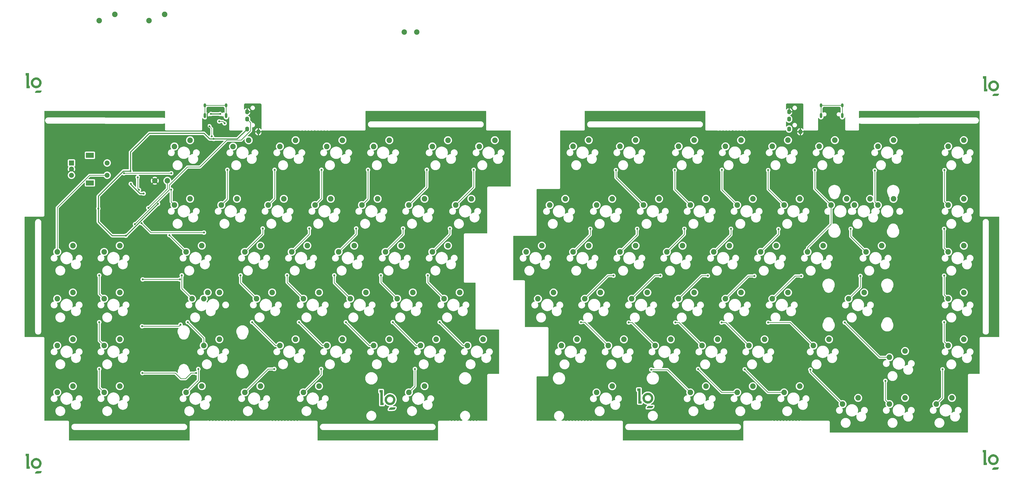
<source format=gbr>
%TF.GenerationSoftware,KiCad,Pcbnew,(5.99.0-12118-g897269f33f)*%
%TF.CreationDate,2021-09-12T17:19:33-04:00*%
%TF.ProjectId,dadboard,64616462-6f61-4726-942e-6b696361645f,rev?*%
%TF.SameCoordinates,Original*%
%TF.FileFunction,Copper,L1,Top*%
%TF.FilePolarity,Positive*%
%FSLAX46Y46*%
G04 Gerber Fmt 4.6, Leading zero omitted, Abs format (unit mm)*
G04 Created by KiCad (PCBNEW (5.99.0-12118-g897269f33f)) date 2021-09-12 17:19:33*
%MOMM*%
%LPD*%
G01*
G04 APERTURE LIST*
%TA.AperFunction,ComponentPad*%
%ADD10C,2.250000*%
%TD*%
%TA.AperFunction,ComponentPad*%
%ADD11C,2.200000*%
%TD*%
%TA.AperFunction,ComponentPad*%
%ADD12R,2.000000X2.000000*%
%TD*%
%TA.AperFunction,ComponentPad*%
%ADD13C,2.000000*%
%TD*%
%TA.AperFunction,ComponentPad*%
%ADD14R,3.200000X2.000000*%
%TD*%
%TA.AperFunction,ComponentPad*%
%ADD15O,1.600000X2.000000*%
%TD*%
%TA.AperFunction,ComponentPad*%
%ADD16O,1.000000X2.100000*%
%TD*%
%TA.AperFunction,ComponentPad*%
%ADD17O,1.000000X1.600000*%
%TD*%
%TA.AperFunction,ViaPad*%
%ADD18C,0.800000*%
%TD*%
%TA.AperFunction,Conductor*%
%ADD19C,0.250000*%
%TD*%
%TA.AperFunction,Conductor*%
%ADD20C,0.200000*%
%TD*%
%TA.AperFunction,Conductor*%
%ADD21C,0.381000*%
%TD*%
G04 APERTURE END LIST*
%TO.C,G\u002A\u002A\u002A*%
G36*
X156667200Y-53018133D02*
G01*
X156659841Y-53092900D01*
X156639871Y-53183872D01*
X156610452Y-53280265D01*
X156574746Y-53371292D01*
X156547538Y-53426342D01*
X156489953Y-53512626D01*
X156413574Y-53602254D01*
X156326816Y-53686866D01*
X156238098Y-53758099D01*
X156171923Y-53799538D01*
X156105553Y-53830014D01*
X156026193Y-53859843D01*
X155954500Y-53881600D01*
X155927636Y-53888096D01*
X155900092Y-53893614D01*
X155869189Y-53898234D01*
X155832250Y-53902035D01*
X155786599Y-53905096D01*
X155729559Y-53907496D01*
X155658452Y-53909315D01*
X155570601Y-53910633D01*
X155463329Y-53911527D01*
X155333958Y-53912079D01*
X155179813Y-53912367D01*
X154998215Y-53912470D01*
X154912519Y-53912477D01*
X153991269Y-53912477D01*
X154002052Y-53814785D01*
X154021476Y-53709100D01*
X154055088Y-53595819D01*
X154097989Y-53489906D01*
X154125888Y-53436568D01*
X154182015Y-53356194D01*
X154256584Y-53270973D01*
X154340303Y-53190492D01*
X154423884Y-53124333D01*
X154437302Y-53115271D01*
X154501804Y-53078239D01*
X154580020Y-53040820D01*
X154655505Y-53010853D01*
X154658647Y-53009780D01*
X154783693Y-52967475D01*
X155725447Y-52962348D01*
X156667200Y-52957221D01*
X156667200Y-53018133D01*
G37*
G36*
X151493416Y-51066715D02*
G01*
X151876370Y-51075493D01*
X151880507Y-51548324D01*
X151884643Y-52021154D01*
X150539939Y-52021154D01*
X150539939Y-46863000D01*
X150164800Y-46863000D01*
X150164800Y-45909524D01*
X151493416Y-45909524D01*
X151493416Y-51066715D01*
G37*
G36*
X152279699Y-49746877D02*
G01*
X152290876Y-49572359D01*
X152311986Y-49416407D01*
X152345185Y-49267310D01*
X152392633Y-49113354D01*
X152400664Y-49090385D01*
X152498398Y-48860086D01*
X152623098Y-48641807D01*
X152772133Y-48438263D01*
X152942871Y-48252169D01*
X153132681Y-48086239D01*
X153338932Y-47943187D01*
X153558992Y-47825728D01*
X153673503Y-47777395D01*
X153870329Y-47710251D01*
X154061149Y-47664462D01*
X154256805Y-47638041D01*
X154468138Y-47629004D01*
X154483931Y-47628971D01*
X154726751Y-47641332D01*
X154957158Y-47679266D01*
X155181743Y-47744294D01*
X155407095Y-47837939D01*
X155424554Y-47846325D01*
X155654421Y-47974643D01*
X155864328Y-48126461D01*
X156053143Y-48300325D01*
X156219734Y-48494781D01*
X156362970Y-48708374D01*
X156481719Y-48939648D01*
X156574849Y-49187150D01*
X156630180Y-49396007D01*
X156644469Y-49485674D01*
X156654338Y-49597954D01*
X156659778Y-49724511D01*
X156660781Y-49857009D01*
X156657340Y-49987113D01*
X156649446Y-50106486D01*
X156637090Y-50206792D01*
X156630996Y-50239247D01*
X156560521Y-50498254D01*
X156463493Y-50742646D01*
X156341213Y-50970849D01*
X156194982Y-51181292D01*
X156026098Y-51372402D01*
X155835864Y-51542606D01*
X155625578Y-51690332D01*
X155396542Y-51814008D01*
X155290449Y-51860284D01*
X155123629Y-51921585D01*
X154964369Y-51965427D01*
X154801974Y-51993963D01*
X154625750Y-52009346D01*
X154533600Y-52012679D01*
X154443794Y-52014216D01*
X154360967Y-52014726D01*
X154291988Y-52014233D01*
X154243721Y-52012763D01*
X154228800Y-52011585D01*
X153965934Y-51964134D01*
X153716319Y-51888393D01*
X153480309Y-51784534D01*
X153258255Y-51652728D01*
X153050508Y-51493150D01*
X152915629Y-51366878D01*
X152760329Y-51196660D01*
X152631522Y-51025190D01*
X152524949Y-50845597D01*
X152436351Y-50651008D01*
X152386186Y-50512629D01*
X152333095Y-50331062D01*
X152298483Y-50157906D01*
X152280765Y-49981764D01*
X152278765Y-49823624D01*
X153228662Y-49823624D01*
X153242185Y-50022686D01*
X153282894Y-50207545D01*
X153351835Y-50381030D01*
X153450048Y-50545973D01*
X153535362Y-50656206D01*
X153645985Y-50765859D01*
X153780186Y-50864644D01*
X153931064Y-50948633D01*
X154091714Y-51013896D01*
X154229976Y-51051542D01*
X154288630Y-51058768D01*
X154369484Y-51062042D01*
X154463771Y-51061684D01*
X154562723Y-51058020D01*
X154657573Y-51051370D01*
X154739554Y-51042060D01*
X154799324Y-51030567D01*
X154892681Y-50998638D01*
X154997431Y-50952015D01*
X155102800Y-50896339D01*
X155198014Y-50837249D01*
X155264922Y-50786839D01*
X155407897Y-50644833D01*
X155526163Y-50485853D01*
X155617938Y-50312737D01*
X155681434Y-50128323D01*
X155683043Y-50122016D01*
X155702864Y-50012545D01*
X155713387Y-49885724D01*
X155714273Y-49754152D01*
X155705186Y-49630429D01*
X155697554Y-49579566D01*
X155649712Y-49400921D01*
X155573853Y-49230973D01*
X155472812Y-49073372D01*
X155349425Y-48931771D01*
X155206526Y-48809819D01*
X155046950Y-48711168D01*
X155008674Y-48692386D01*
X154831953Y-48626341D01*
X154646117Y-48587755D01*
X154456124Y-48576591D01*
X154266930Y-48592811D01*
X154083493Y-48636378D01*
X153924000Y-48700617D01*
X153753215Y-48801522D01*
X153604080Y-48924848D01*
X153477260Y-49069932D01*
X153373419Y-49236114D01*
X153360110Y-49262324D01*
X153296170Y-49409436D01*
X153254853Y-49550122D01*
X153233393Y-49696192D01*
X153228662Y-49823624D01*
X152278765Y-49823624D01*
X152278355Y-49791240D01*
X152279699Y-49746877D01*
G37*
G36*
X51892200Y-53653133D02*
G01*
X51884841Y-53727900D01*
X51864871Y-53818872D01*
X51835452Y-53915265D01*
X51799746Y-54006292D01*
X51772538Y-54061342D01*
X51714953Y-54147626D01*
X51638574Y-54237254D01*
X51551816Y-54321866D01*
X51463098Y-54393099D01*
X51396923Y-54434538D01*
X51330553Y-54465014D01*
X51251193Y-54494843D01*
X51179500Y-54516600D01*
X51152636Y-54523096D01*
X51125092Y-54528614D01*
X51094189Y-54533234D01*
X51057250Y-54537035D01*
X51011599Y-54540096D01*
X50954559Y-54542496D01*
X50883452Y-54544315D01*
X50795601Y-54545633D01*
X50688329Y-54546527D01*
X50558958Y-54547079D01*
X50404813Y-54547367D01*
X50223215Y-54547470D01*
X50137519Y-54547477D01*
X49216269Y-54547477D01*
X49227052Y-54449785D01*
X49246476Y-54344100D01*
X49280088Y-54230819D01*
X49322989Y-54124906D01*
X49350888Y-54071568D01*
X49407015Y-53991194D01*
X49481584Y-53905973D01*
X49565303Y-53825492D01*
X49648884Y-53759333D01*
X49662302Y-53750271D01*
X49726804Y-53713239D01*
X49805020Y-53675820D01*
X49880505Y-53645853D01*
X49883647Y-53644780D01*
X50008693Y-53602475D01*
X50950447Y-53597348D01*
X51892200Y-53592221D01*
X51892200Y-53653133D01*
G37*
G36*
X46718416Y-51701715D02*
G01*
X47101370Y-51710493D01*
X47105507Y-52183324D01*
X47109643Y-52656154D01*
X45764939Y-52656154D01*
X45764939Y-47498000D01*
X45389800Y-47498000D01*
X45389800Y-46544524D01*
X46718416Y-46544524D01*
X46718416Y-51701715D01*
G37*
G36*
X47504699Y-50381877D02*
G01*
X47515876Y-50207359D01*
X47536986Y-50051407D01*
X47570185Y-49902310D01*
X47617633Y-49748354D01*
X47625664Y-49725385D01*
X47723398Y-49495086D01*
X47848098Y-49276807D01*
X47997133Y-49073263D01*
X48167871Y-48887169D01*
X48357681Y-48721239D01*
X48563932Y-48578187D01*
X48783992Y-48460728D01*
X48898503Y-48412395D01*
X49095329Y-48345251D01*
X49286149Y-48299462D01*
X49481805Y-48273041D01*
X49693138Y-48264004D01*
X49708931Y-48263971D01*
X49951751Y-48276332D01*
X50182158Y-48314266D01*
X50406743Y-48379294D01*
X50632095Y-48472939D01*
X50649554Y-48481325D01*
X50879421Y-48609643D01*
X51089328Y-48761461D01*
X51278143Y-48935325D01*
X51444734Y-49129781D01*
X51587970Y-49343374D01*
X51706719Y-49574648D01*
X51799849Y-49822150D01*
X51855180Y-50031007D01*
X51869469Y-50120674D01*
X51879338Y-50232954D01*
X51884778Y-50359511D01*
X51885781Y-50492009D01*
X51882340Y-50622113D01*
X51874446Y-50741486D01*
X51862090Y-50841792D01*
X51855996Y-50874247D01*
X51785521Y-51133254D01*
X51688493Y-51377646D01*
X51566213Y-51605849D01*
X51419982Y-51816292D01*
X51251098Y-52007402D01*
X51060864Y-52177606D01*
X50850578Y-52325332D01*
X50621542Y-52449008D01*
X50515449Y-52495284D01*
X50348629Y-52556585D01*
X50189369Y-52600427D01*
X50026974Y-52628963D01*
X49850750Y-52644346D01*
X49758600Y-52647679D01*
X49668794Y-52649216D01*
X49585967Y-52649726D01*
X49516988Y-52649233D01*
X49468721Y-52647763D01*
X49453800Y-52646585D01*
X49190934Y-52599134D01*
X48941319Y-52523393D01*
X48705309Y-52419534D01*
X48483255Y-52287728D01*
X48275508Y-52128150D01*
X48140629Y-52001878D01*
X47985329Y-51831660D01*
X47856522Y-51660190D01*
X47749949Y-51480597D01*
X47661351Y-51286008D01*
X47611186Y-51147629D01*
X47558095Y-50966062D01*
X47523483Y-50792906D01*
X47505765Y-50616764D01*
X47503765Y-50458624D01*
X48453662Y-50458624D01*
X48467185Y-50657686D01*
X48507894Y-50842545D01*
X48576835Y-51016030D01*
X48675048Y-51180973D01*
X48760362Y-51291206D01*
X48870985Y-51400859D01*
X49005186Y-51499644D01*
X49156064Y-51583633D01*
X49316714Y-51648896D01*
X49454976Y-51686542D01*
X49513630Y-51693768D01*
X49594484Y-51697042D01*
X49688771Y-51696684D01*
X49787723Y-51693020D01*
X49882573Y-51686370D01*
X49964554Y-51677060D01*
X50024324Y-51665567D01*
X50117681Y-51633638D01*
X50222431Y-51587015D01*
X50327800Y-51531339D01*
X50423014Y-51472249D01*
X50489922Y-51421839D01*
X50632897Y-51279833D01*
X50751163Y-51120853D01*
X50842938Y-50947737D01*
X50906434Y-50763323D01*
X50908043Y-50757016D01*
X50927864Y-50647545D01*
X50938387Y-50520724D01*
X50939273Y-50389152D01*
X50930186Y-50265429D01*
X50922554Y-50214566D01*
X50874712Y-50035921D01*
X50798853Y-49865973D01*
X50697812Y-49708372D01*
X50574425Y-49566771D01*
X50431526Y-49444819D01*
X50271950Y-49346168D01*
X50233674Y-49327386D01*
X50056953Y-49261341D01*
X49871117Y-49222755D01*
X49681124Y-49211591D01*
X49491930Y-49227811D01*
X49308493Y-49271378D01*
X49149000Y-49335617D01*
X48978215Y-49436522D01*
X48829080Y-49559848D01*
X48702260Y-49704932D01*
X48598419Y-49871114D01*
X48585110Y-49897324D01*
X48521170Y-50044436D01*
X48479853Y-50185122D01*
X48458393Y-50331192D01*
X48453662Y-50458624D01*
X47503765Y-50458624D01*
X47503355Y-50426240D01*
X47504699Y-50381877D01*
G37*
G36*
X297129200Y73981867D02*
G01*
X297121841Y73907100D01*
X297101871Y73816128D01*
X297072452Y73719735D01*
X297036746Y73628708D01*
X297009538Y73573658D01*
X296951953Y73487374D01*
X296875574Y73397746D01*
X296788816Y73313134D01*
X296700098Y73241901D01*
X296633923Y73200462D01*
X296567553Y73169986D01*
X296488193Y73140157D01*
X296416500Y73118400D01*
X296389636Y73111904D01*
X296362092Y73106386D01*
X296331189Y73101766D01*
X296294250Y73097965D01*
X296248599Y73094904D01*
X296191559Y73092504D01*
X296120452Y73090685D01*
X296032601Y73089367D01*
X295925329Y73088473D01*
X295795958Y73087921D01*
X295641813Y73087633D01*
X295460215Y73087530D01*
X295374519Y73087523D01*
X294453269Y73087523D01*
X294464052Y73185215D01*
X294483476Y73290900D01*
X294517088Y73404181D01*
X294559989Y73510094D01*
X294587888Y73563432D01*
X294644015Y73643806D01*
X294718584Y73729027D01*
X294802303Y73809508D01*
X294885884Y73875667D01*
X294899302Y73884729D01*
X294963804Y73921761D01*
X295042020Y73959180D01*
X295117505Y73989147D01*
X295120647Y73990220D01*
X295245693Y74032525D01*
X296187447Y74037652D01*
X297129200Y74042779D01*
X297129200Y73981867D01*
G37*
G36*
X291955416Y75933285D02*
G01*
X292338370Y75924507D01*
X292342507Y75451676D01*
X292346643Y74978846D01*
X291001939Y74978846D01*
X291001939Y80137000D01*
X290626800Y80137000D01*
X290626800Y81090476D01*
X291955416Y81090476D01*
X291955416Y75933285D01*
G37*
G36*
X292741699Y77253123D02*
G01*
X292752876Y77427641D01*
X292773986Y77583593D01*
X292807185Y77732690D01*
X292854633Y77886646D01*
X292862664Y77909615D01*
X292960398Y78139914D01*
X293085098Y78358193D01*
X293234133Y78561737D01*
X293404871Y78747831D01*
X293594681Y78913761D01*
X293800932Y79056813D01*
X294020992Y79174272D01*
X294135503Y79222605D01*
X294332329Y79289749D01*
X294523149Y79335538D01*
X294718805Y79361959D01*
X294930138Y79370996D01*
X294945931Y79371029D01*
X295188751Y79358668D01*
X295419158Y79320734D01*
X295643743Y79255706D01*
X295869095Y79162061D01*
X295886554Y79153675D01*
X296116421Y79025357D01*
X296326328Y78873539D01*
X296515143Y78699675D01*
X296681734Y78505219D01*
X296824970Y78291626D01*
X296943719Y78060352D01*
X297036849Y77812850D01*
X297092180Y77603993D01*
X297106469Y77514326D01*
X297116338Y77402046D01*
X297121778Y77275489D01*
X297122781Y77142991D01*
X297119340Y77012887D01*
X297111446Y76893514D01*
X297099090Y76793208D01*
X297092996Y76760753D01*
X297022521Y76501746D01*
X296925493Y76257354D01*
X296803213Y76029151D01*
X296656982Y75818708D01*
X296488098Y75627598D01*
X296297864Y75457394D01*
X296087578Y75309668D01*
X295858542Y75185992D01*
X295752449Y75139716D01*
X295585629Y75078415D01*
X295426369Y75034573D01*
X295263974Y75006037D01*
X295087750Y74990654D01*
X294995600Y74987321D01*
X294905794Y74985784D01*
X294822967Y74985274D01*
X294753988Y74985767D01*
X294705721Y74987237D01*
X294690800Y74988415D01*
X294427934Y75035866D01*
X294178319Y75111607D01*
X293942309Y75215466D01*
X293720255Y75347272D01*
X293512508Y75506850D01*
X293377629Y75633122D01*
X293222329Y75803340D01*
X293093522Y75974810D01*
X292986949Y76154403D01*
X292898351Y76348992D01*
X292848186Y76487371D01*
X292795095Y76668938D01*
X292760483Y76842094D01*
X292742765Y77018236D01*
X292740765Y77176376D01*
X293690662Y77176376D01*
X293704185Y76977314D01*
X293744894Y76792455D01*
X293813835Y76618970D01*
X293912048Y76454027D01*
X293997362Y76343794D01*
X294107985Y76234141D01*
X294242186Y76135356D01*
X294393064Y76051367D01*
X294553714Y75986104D01*
X294691976Y75948458D01*
X294750630Y75941232D01*
X294831484Y75937958D01*
X294925771Y75938316D01*
X295024723Y75941980D01*
X295119573Y75948630D01*
X295201554Y75957940D01*
X295261324Y75969433D01*
X295354681Y76001362D01*
X295459431Y76047985D01*
X295564800Y76103661D01*
X295660014Y76162751D01*
X295726922Y76213161D01*
X295869897Y76355167D01*
X295988163Y76514147D01*
X296079938Y76687263D01*
X296143434Y76871677D01*
X296145043Y76877984D01*
X296164864Y76987455D01*
X296175387Y77114276D01*
X296176273Y77245848D01*
X296167186Y77369571D01*
X296159554Y77420434D01*
X296111712Y77599079D01*
X296035853Y77769027D01*
X295934812Y77926628D01*
X295811425Y78068229D01*
X295668526Y78190181D01*
X295508950Y78288832D01*
X295470674Y78307614D01*
X295293953Y78373659D01*
X295108117Y78412245D01*
X294918124Y78423409D01*
X294728930Y78407189D01*
X294545493Y78363622D01*
X294386000Y78299383D01*
X294215215Y78198478D01*
X294066080Y78075152D01*
X293939260Y77930068D01*
X293835419Y77763886D01*
X293822110Y77737676D01*
X293758170Y77590564D01*
X293716853Y77449878D01*
X293695393Y77303808D01*
X293690662Y77176376D01*
X292740765Y77176376D01*
X292740355Y77208760D01*
X292741699Y77253123D01*
G37*
G36*
X297002200Y-78037133D02*
G01*
X296994841Y-78111900D01*
X296974871Y-78202872D01*
X296945452Y-78299265D01*
X296909746Y-78390292D01*
X296882538Y-78445342D01*
X296824953Y-78531626D01*
X296748574Y-78621254D01*
X296661816Y-78705866D01*
X296573098Y-78777099D01*
X296506923Y-78818538D01*
X296440553Y-78849014D01*
X296361193Y-78878843D01*
X296289500Y-78900600D01*
X296262636Y-78907096D01*
X296235092Y-78912614D01*
X296204189Y-78917234D01*
X296167250Y-78921035D01*
X296121599Y-78924096D01*
X296064559Y-78926496D01*
X295993452Y-78928315D01*
X295905601Y-78929633D01*
X295798329Y-78930527D01*
X295668958Y-78931079D01*
X295514813Y-78931367D01*
X295333215Y-78931470D01*
X295247519Y-78931477D01*
X294326269Y-78931477D01*
X294337052Y-78833785D01*
X294356476Y-78728100D01*
X294390088Y-78614819D01*
X294432989Y-78508906D01*
X294460888Y-78455568D01*
X294517015Y-78375194D01*
X294591584Y-78289973D01*
X294675303Y-78209492D01*
X294758884Y-78143333D01*
X294772302Y-78134271D01*
X294836804Y-78097239D01*
X294915020Y-78059820D01*
X294990505Y-78029853D01*
X294993647Y-78028780D01*
X295118693Y-77986475D01*
X296060447Y-77981348D01*
X297002200Y-77976221D01*
X297002200Y-78037133D01*
G37*
G36*
X291828416Y-76085715D02*
G01*
X292211370Y-76094493D01*
X292215507Y-76567324D01*
X292219643Y-77040154D01*
X290874939Y-77040154D01*
X290874939Y-71882000D01*
X290499800Y-71882000D01*
X290499800Y-70928524D01*
X291828416Y-70928524D01*
X291828416Y-76085715D01*
G37*
G36*
X292614699Y-74765877D02*
G01*
X292625876Y-74591359D01*
X292646986Y-74435407D01*
X292680185Y-74286310D01*
X292727633Y-74132354D01*
X292735664Y-74109385D01*
X292833398Y-73879086D01*
X292958098Y-73660807D01*
X293107133Y-73457263D01*
X293277871Y-73271169D01*
X293467681Y-73105239D01*
X293673932Y-72962187D01*
X293893992Y-72844728D01*
X294008503Y-72796395D01*
X294205329Y-72729251D01*
X294396149Y-72683462D01*
X294591805Y-72657041D01*
X294803138Y-72648004D01*
X294818931Y-72647971D01*
X295061751Y-72660332D01*
X295292158Y-72698266D01*
X295516743Y-72763294D01*
X295742095Y-72856939D01*
X295759554Y-72865325D01*
X295989421Y-72993643D01*
X296199328Y-73145461D01*
X296388143Y-73319325D01*
X296554734Y-73513781D01*
X296697970Y-73727374D01*
X296816719Y-73958648D01*
X296909849Y-74206150D01*
X296965180Y-74415007D01*
X296979469Y-74504674D01*
X296989338Y-74616954D01*
X296994778Y-74743511D01*
X296995781Y-74876009D01*
X296992340Y-75006113D01*
X296984446Y-75125486D01*
X296972090Y-75225792D01*
X296965996Y-75258247D01*
X296895521Y-75517254D01*
X296798493Y-75761646D01*
X296676213Y-75989849D01*
X296529982Y-76200292D01*
X296361098Y-76391402D01*
X296170864Y-76561606D01*
X295960578Y-76709332D01*
X295731542Y-76833008D01*
X295625449Y-76879284D01*
X295458629Y-76940585D01*
X295299369Y-76984427D01*
X295136974Y-77012963D01*
X294960750Y-77028346D01*
X294868600Y-77031679D01*
X294778794Y-77033216D01*
X294695967Y-77033726D01*
X294626988Y-77033233D01*
X294578721Y-77031763D01*
X294563800Y-77030585D01*
X294300934Y-76983134D01*
X294051319Y-76907393D01*
X293815309Y-76803534D01*
X293593255Y-76671728D01*
X293385508Y-76512150D01*
X293250629Y-76385878D01*
X293095329Y-76215660D01*
X292966522Y-76044190D01*
X292859949Y-75864597D01*
X292771351Y-75670008D01*
X292721186Y-75531629D01*
X292668095Y-75350062D01*
X292633483Y-75176906D01*
X292615765Y-75000764D01*
X292613765Y-74842624D01*
X293563662Y-74842624D01*
X293577185Y-75041686D01*
X293617894Y-75226545D01*
X293686835Y-75400030D01*
X293785048Y-75564973D01*
X293870362Y-75675206D01*
X293980985Y-75784859D01*
X294115186Y-75883644D01*
X294266064Y-75967633D01*
X294426714Y-76032896D01*
X294564976Y-76070542D01*
X294623630Y-76077768D01*
X294704484Y-76081042D01*
X294798771Y-76080684D01*
X294897723Y-76077020D01*
X294992573Y-76070370D01*
X295074554Y-76061060D01*
X295134324Y-76049567D01*
X295227681Y-76017638D01*
X295332431Y-75971015D01*
X295437800Y-75915339D01*
X295533014Y-75856249D01*
X295599922Y-75805839D01*
X295742897Y-75663833D01*
X295861163Y-75504853D01*
X295952938Y-75331737D01*
X296016434Y-75147323D01*
X296018043Y-75141016D01*
X296037864Y-75031545D01*
X296048387Y-74904724D01*
X296049273Y-74773152D01*
X296040186Y-74649429D01*
X296032554Y-74598566D01*
X295984712Y-74419921D01*
X295908853Y-74249973D01*
X295807812Y-74092372D01*
X295684425Y-73950771D01*
X295541526Y-73828819D01*
X295381950Y-73730168D01*
X295343674Y-73711386D01*
X295166953Y-73645341D01*
X294981117Y-73606755D01*
X294791124Y-73595591D01*
X294601930Y-73611811D01*
X294418493Y-73655378D01*
X294259000Y-73719617D01*
X294088215Y-73820522D01*
X293939080Y-73943848D01*
X293812260Y-74088932D01*
X293708419Y-74255114D01*
X293695110Y-74281324D01*
X293631170Y-74428436D01*
X293589853Y-74569122D01*
X293568393Y-74715192D01*
X293563662Y-74842624D01*
X292613765Y-74842624D01*
X292613355Y-74810240D01*
X292614699Y-74765877D01*
G37*
G36*
X-91871800Y75251867D02*
G01*
X-91879159Y75177100D01*
X-91899129Y75086128D01*
X-91928548Y74989735D01*
X-91964254Y74898708D01*
X-91991462Y74843658D01*
X-92049047Y74757374D01*
X-92125426Y74667746D01*
X-92212184Y74583134D01*
X-92300902Y74511901D01*
X-92367077Y74470462D01*
X-92433447Y74439986D01*
X-92512807Y74410157D01*
X-92584500Y74388400D01*
X-92611364Y74381904D01*
X-92638908Y74376386D01*
X-92669811Y74371766D01*
X-92706750Y74367965D01*
X-92752401Y74364904D01*
X-92809441Y74362504D01*
X-92880548Y74360685D01*
X-92968399Y74359367D01*
X-93075671Y74358473D01*
X-93205042Y74357921D01*
X-93359187Y74357633D01*
X-93540785Y74357530D01*
X-93626481Y74357523D01*
X-94547731Y74357523D01*
X-94536948Y74455215D01*
X-94517524Y74560900D01*
X-94483912Y74674181D01*
X-94441011Y74780094D01*
X-94413112Y74833432D01*
X-94356985Y74913806D01*
X-94282416Y74999027D01*
X-94198697Y75079508D01*
X-94115116Y75145667D01*
X-94101698Y75154729D01*
X-94037196Y75191761D01*
X-93958980Y75229180D01*
X-93883495Y75259147D01*
X-93880353Y75260220D01*
X-93755307Y75302525D01*
X-92813553Y75307652D01*
X-91871800Y75312779D01*
X-91871800Y75251867D01*
G37*
G36*
X-97045584Y77203285D02*
G01*
X-96662630Y77194507D01*
X-96658493Y76721676D01*
X-96654357Y76248846D01*
X-97999061Y76248846D01*
X-97999061Y81407000D01*
X-98374200Y81407000D01*
X-98374200Y82360476D01*
X-97045584Y82360476D01*
X-97045584Y77203285D01*
G37*
G36*
X-96259301Y78523123D02*
G01*
X-96248124Y78697641D01*
X-96227014Y78853593D01*
X-96193815Y79002690D01*
X-96146367Y79156646D01*
X-96138336Y79179615D01*
X-96040602Y79409914D01*
X-95915902Y79628193D01*
X-95766867Y79831737D01*
X-95596129Y80017831D01*
X-95406319Y80183761D01*
X-95200068Y80326813D01*
X-94980008Y80444272D01*
X-94865497Y80492605D01*
X-94668671Y80559749D01*
X-94477851Y80605538D01*
X-94282195Y80631959D01*
X-94070862Y80640996D01*
X-94055069Y80641029D01*
X-93812249Y80628668D01*
X-93581842Y80590734D01*
X-93357257Y80525706D01*
X-93131905Y80432061D01*
X-93114446Y80423675D01*
X-92884579Y80295357D01*
X-92674672Y80143539D01*
X-92485857Y79969675D01*
X-92319266Y79775219D01*
X-92176030Y79561626D01*
X-92057281Y79330352D01*
X-91964151Y79082850D01*
X-91908820Y78873993D01*
X-91894531Y78784326D01*
X-91884662Y78672046D01*
X-91879222Y78545489D01*
X-91878219Y78412991D01*
X-91881660Y78282887D01*
X-91889554Y78163514D01*
X-91901910Y78063208D01*
X-91908004Y78030753D01*
X-91978479Y77771746D01*
X-92075507Y77527354D01*
X-92197787Y77299151D01*
X-92344018Y77088708D01*
X-92512902Y76897598D01*
X-92703136Y76727394D01*
X-92913422Y76579668D01*
X-93142458Y76455992D01*
X-93248551Y76409716D01*
X-93415371Y76348415D01*
X-93574631Y76304573D01*
X-93737026Y76276037D01*
X-93913250Y76260654D01*
X-94005400Y76257321D01*
X-94095206Y76255784D01*
X-94178033Y76255274D01*
X-94247012Y76255767D01*
X-94295279Y76257237D01*
X-94310200Y76258415D01*
X-94573066Y76305866D01*
X-94822681Y76381607D01*
X-95058691Y76485466D01*
X-95280745Y76617272D01*
X-95488492Y76776850D01*
X-95623371Y76903122D01*
X-95778671Y77073340D01*
X-95907478Y77244810D01*
X-96014051Y77424403D01*
X-96102649Y77618992D01*
X-96152814Y77757371D01*
X-96205905Y77938938D01*
X-96240517Y78112094D01*
X-96258235Y78288236D01*
X-96260235Y78446376D01*
X-95310338Y78446376D01*
X-95296815Y78247314D01*
X-95256106Y78062455D01*
X-95187165Y77888970D01*
X-95088952Y77724027D01*
X-95003638Y77613794D01*
X-94893015Y77504141D01*
X-94758814Y77405356D01*
X-94607936Y77321367D01*
X-94447286Y77256104D01*
X-94309024Y77218458D01*
X-94250370Y77211232D01*
X-94169516Y77207958D01*
X-94075229Y77208316D01*
X-93976277Y77211980D01*
X-93881427Y77218630D01*
X-93799446Y77227940D01*
X-93739676Y77239433D01*
X-93646319Y77271362D01*
X-93541569Y77317985D01*
X-93436200Y77373661D01*
X-93340986Y77432751D01*
X-93274078Y77483161D01*
X-93131103Y77625167D01*
X-93012837Y77784147D01*
X-92921062Y77957263D01*
X-92857566Y78141677D01*
X-92855957Y78147984D01*
X-92836136Y78257455D01*
X-92825613Y78384276D01*
X-92824727Y78515848D01*
X-92833814Y78639571D01*
X-92841446Y78690434D01*
X-92889288Y78869079D01*
X-92965147Y79039027D01*
X-93066188Y79196628D01*
X-93189575Y79338229D01*
X-93332474Y79460181D01*
X-93492050Y79558832D01*
X-93530326Y79577614D01*
X-93707047Y79643659D01*
X-93892883Y79682245D01*
X-94082876Y79693409D01*
X-94272070Y79677189D01*
X-94455507Y79633622D01*
X-94615000Y79569383D01*
X-94785785Y79468478D01*
X-94934920Y79345152D01*
X-95061740Y79200068D01*
X-95165581Y79033886D01*
X-95178890Y79007676D01*
X-95242830Y78860564D01*
X-95284147Y78719878D01*
X-95305607Y78573808D01*
X-95310338Y78446376D01*
X-96260235Y78446376D01*
X-96260645Y78478760D01*
X-96259301Y78523123D01*
G37*
G36*
X-91871800Y-79561133D02*
G01*
X-91879159Y-79635900D01*
X-91899129Y-79726872D01*
X-91928548Y-79823265D01*
X-91964254Y-79914292D01*
X-91991462Y-79969342D01*
X-92049047Y-80055626D01*
X-92125426Y-80145254D01*
X-92212184Y-80229866D01*
X-92300902Y-80301099D01*
X-92367077Y-80342538D01*
X-92433447Y-80373014D01*
X-92512807Y-80402843D01*
X-92584500Y-80424600D01*
X-92611364Y-80431096D01*
X-92638908Y-80436614D01*
X-92669811Y-80441234D01*
X-92706750Y-80445035D01*
X-92752401Y-80448096D01*
X-92809441Y-80450496D01*
X-92880548Y-80452315D01*
X-92968399Y-80453633D01*
X-93075671Y-80454527D01*
X-93205042Y-80455079D01*
X-93359187Y-80455367D01*
X-93540785Y-80455470D01*
X-93626481Y-80455477D01*
X-94547731Y-80455477D01*
X-94536948Y-80357785D01*
X-94517524Y-80252100D01*
X-94483912Y-80138819D01*
X-94441011Y-80032906D01*
X-94413112Y-79979568D01*
X-94356985Y-79899194D01*
X-94282416Y-79813973D01*
X-94198697Y-79733492D01*
X-94115116Y-79667333D01*
X-94101698Y-79658271D01*
X-94037196Y-79621239D01*
X-93958980Y-79583820D01*
X-93883495Y-79553853D01*
X-93880353Y-79552780D01*
X-93755307Y-79510475D01*
X-92813553Y-79505348D01*
X-91871800Y-79500221D01*
X-91871800Y-79561133D01*
G37*
G36*
X-97045584Y-77609715D02*
G01*
X-96662630Y-77618493D01*
X-96658493Y-78091324D01*
X-96654357Y-78564154D01*
X-97999061Y-78564154D01*
X-97999061Y-73406000D01*
X-98374200Y-73406000D01*
X-98374200Y-72452524D01*
X-97045584Y-72452524D01*
X-97045584Y-77609715D01*
G37*
G36*
X-96259301Y-76289877D02*
G01*
X-96248124Y-76115359D01*
X-96227014Y-75959407D01*
X-96193815Y-75810310D01*
X-96146367Y-75656354D01*
X-96138336Y-75633385D01*
X-96040602Y-75403086D01*
X-95915902Y-75184807D01*
X-95766867Y-74981263D01*
X-95596129Y-74795169D01*
X-95406319Y-74629239D01*
X-95200068Y-74486187D01*
X-94980008Y-74368728D01*
X-94865497Y-74320395D01*
X-94668671Y-74253251D01*
X-94477851Y-74207462D01*
X-94282195Y-74181041D01*
X-94070862Y-74172004D01*
X-94055069Y-74171971D01*
X-93812249Y-74184332D01*
X-93581842Y-74222266D01*
X-93357257Y-74287294D01*
X-93131905Y-74380939D01*
X-93114446Y-74389325D01*
X-92884579Y-74517643D01*
X-92674672Y-74669461D01*
X-92485857Y-74843325D01*
X-92319266Y-75037781D01*
X-92176030Y-75251374D01*
X-92057281Y-75482648D01*
X-91964151Y-75730150D01*
X-91908820Y-75939007D01*
X-91894531Y-76028674D01*
X-91884662Y-76140954D01*
X-91879222Y-76267511D01*
X-91878219Y-76400009D01*
X-91881660Y-76530113D01*
X-91889554Y-76649486D01*
X-91901910Y-76749792D01*
X-91908004Y-76782247D01*
X-91978479Y-77041254D01*
X-92075507Y-77285646D01*
X-92197787Y-77513849D01*
X-92344018Y-77724292D01*
X-92512902Y-77915402D01*
X-92703136Y-78085606D01*
X-92913422Y-78233332D01*
X-93142458Y-78357008D01*
X-93248551Y-78403284D01*
X-93415371Y-78464585D01*
X-93574631Y-78508427D01*
X-93737026Y-78536963D01*
X-93913250Y-78552346D01*
X-94005400Y-78555679D01*
X-94095206Y-78557216D01*
X-94178033Y-78557726D01*
X-94247012Y-78557233D01*
X-94295279Y-78555763D01*
X-94310200Y-78554585D01*
X-94573066Y-78507134D01*
X-94822681Y-78431393D01*
X-95058691Y-78327534D01*
X-95280745Y-78195728D01*
X-95488492Y-78036150D01*
X-95623371Y-77909878D01*
X-95778671Y-77739660D01*
X-95907478Y-77568190D01*
X-96014051Y-77388597D01*
X-96102649Y-77194008D01*
X-96152814Y-77055629D01*
X-96205905Y-76874062D01*
X-96240517Y-76700906D01*
X-96258235Y-76524764D01*
X-96260235Y-76366624D01*
X-95310338Y-76366624D01*
X-95296815Y-76565686D01*
X-95256106Y-76750545D01*
X-95187165Y-76924030D01*
X-95088952Y-77088973D01*
X-95003638Y-77199206D01*
X-94893015Y-77308859D01*
X-94758814Y-77407644D01*
X-94607936Y-77491633D01*
X-94447286Y-77556896D01*
X-94309024Y-77594542D01*
X-94250370Y-77601768D01*
X-94169516Y-77605042D01*
X-94075229Y-77604684D01*
X-93976277Y-77601020D01*
X-93881427Y-77594370D01*
X-93799446Y-77585060D01*
X-93739676Y-77573567D01*
X-93646319Y-77541638D01*
X-93541569Y-77495015D01*
X-93436200Y-77439339D01*
X-93340986Y-77380249D01*
X-93274078Y-77329839D01*
X-93131103Y-77187833D01*
X-93012837Y-77028853D01*
X-92921062Y-76855737D01*
X-92857566Y-76671323D01*
X-92855957Y-76665016D01*
X-92836136Y-76555545D01*
X-92825613Y-76428724D01*
X-92824727Y-76297152D01*
X-92833814Y-76173429D01*
X-92841446Y-76122566D01*
X-92889288Y-75943921D01*
X-92965147Y-75773973D01*
X-93066188Y-75616372D01*
X-93189575Y-75474771D01*
X-93332474Y-75352819D01*
X-93492050Y-75254168D01*
X-93530326Y-75235386D01*
X-93707047Y-75169341D01*
X-93892883Y-75130755D01*
X-94082876Y-75119591D01*
X-94272070Y-75135811D01*
X-94455507Y-75179378D01*
X-94615000Y-75243617D01*
X-94785785Y-75344522D01*
X-94934920Y-75467848D01*
X-95061740Y-75612932D01*
X-95165581Y-75779114D01*
X-95178890Y-75805324D01*
X-95242830Y-75952436D01*
X-95284147Y-76093122D01*
X-95305607Y-76239192D01*
X-95310338Y-76366624D01*
X-96260235Y-76366624D01*
X-96260645Y-76334240D01*
X-96259301Y-76289877D01*
G37*
%TD*%
D10*
%TO.P,MX43,1,COL*%
%TO.N,CR5*%
X209804000Y28702000D03*
%TO.P,MX43,2,ROW*%
%TO.N,Net-(D30-Pad2)*%
X216154000Y31242000D03*
%TD*%
%TO.P,MX65,1,COL*%
%TO.N,CR2*%
X143129000Y9652000D03*
%TO.P,MX65,2,ROW*%
%TO.N,Net-(D36-Pad2)*%
X149479000Y12192000D03*
%TD*%
%TO.P,MX169,1,COL*%
%TO.N,CL0*%
X-85521800Y-47472600D03*
%TO.P,MX169,2,ROW*%
%TO.N,Net-(D91-Pad2)*%
X-79171800Y-44932600D03*
%TD*%
%TO.P,MX33,1,COL*%
%TO.N,CL4*%
X203200Y28727400D03*
%TO.P,MX33,2,ROW*%
%TO.N,Net-(D20-Pad2)*%
X6553200Y31267400D03*
%TD*%
%TO.P,MX137,1,COL*%
%TO.N,CR8*%
X276479000Y-28448000D03*
%TO.P,MX137,2,ROW*%
%TO.N,Net-(D74-Pad2)*%
X282829000Y-25908000D03*
%TD*%
%TO.P,MX173,1,COL*%
%TO.N,CL5*%
X14490700Y-47472600D03*
%TO.P,MX173,2,ROW*%
%TO.N,Net-(D95-Pad2)*%
X20840700Y-44932600D03*
%TD*%
%TO.P,MX34,1,COL*%
%TO.N,CL5*%
X19253200Y28727400D03*
%TO.P,MX34,2,ROW*%
%TO.N,Net-(D21-Pad2)*%
X25603200Y31267400D03*
%TD*%
%TO.P,MX131,1,COL*%
%TO.N,CR2*%
X138366500Y-28448000D03*
%TO.P,MX131,2,ROW*%
%TO.N,Net-(D68-Pad2)*%
X144716500Y-25908000D03*
%TD*%
%TO.P,MX6,1,COL*%
%TO.N,CL7*%
X66878200Y52539900D03*
%TO.P,MX6,2,ROW*%
%TO.N,Net-(D6-Pad2)*%
X73228200Y55079900D03*
%TD*%
%TO.P,MX41,1,COL*%
%TO.N,CR3*%
X171704000Y28702000D03*
%TO.P,MX41,2,ROW*%
%TO.N,Net-(D28-Pad2)*%
X178054000Y31242000D03*
%TD*%
%TO.P,MX134,1,COL*%
%TO.N,CR5*%
X195516500Y-28448000D03*
%TO.P,MX134,2,ROW*%
%TO.N,Net-(D71-Pad2)*%
X201866500Y-25908000D03*
%TD*%
%TO.P,MX142,1,COL*%
%TO.N,CL5*%
X24015700Y-28422600D03*
%TO.P,MX142,2,ROW*%
%TO.N,Net-(D79-Pad2)*%
X30365700Y-25882600D03*
%TD*%
%TO.P,MX170,1,COL*%
%TO.N,CL1*%
X-66471800Y-47472600D03*
%TO.P,MX170,2,ROW*%
%TO.N,Net-(D92-Pad2)*%
X-60121800Y-44932600D03*
%TD*%
%TO.P,MX113,1,COL*%
%TO.N,CL8*%
X71640700Y-9372600D03*
%TO.P,MX113,2,ROW*%
%TO.N,Net-(D66-Pad2)*%
X77990700Y-6832600D03*
%TD*%
%TO.P,MX165,1,COL*%
%TO.N,CR5*%
X209804000Y-47498000D03*
%TO.P,MX165,2,ROW*%
%TO.N,Net-(D87-Pad2)*%
X216154000Y-44958000D03*
%TD*%
%TO.P,MX167,1,COL*%
%TO.N,CR7*%
X252603000Y-52247800D03*
%TO.P,MX167,2,ROW*%
%TO.N,Net-(D89-Pad2)*%
X258953000Y-49707800D03*
%TD*%
%TO.P,MX145,1,COL*%
%TO.N,CL8*%
X81165700Y-28422600D03*
%TO.P,MX145,2,ROW*%
%TO.N,Net-(D82-Pad2)*%
X87515700Y-25882600D03*
%TD*%
%TO.P,MX46,1,COL*%
%TO.N,CR7*%
X-48253000Y103759000D03*
%TO.P,MX46,2,ROW*%
%TO.N,Net-(D32-Pad2)*%
X-41903000Y106299000D03*
%TD*%
%TO.P,MX138,1,COL*%
%TO.N,CL0*%
X-85521800Y-28422600D03*
%TO.P,MX138,2,ROW*%
%TO.N,Net-(D75-Pad2)*%
X-79171800Y-25882600D03*
%TD*%
%TO.P,MX9,1,COL*%
%TO.N,CR2*%
X143129000Y52578000D03*
%TO.P,MX9,2,ROW*%
%TO.N,Net-(D9-Pad2)*%
X149479000Y55118000D03*
%TD*%
%TO.P,MX72,1,COL*%
%TO.N,CL0*%
X-85521800Y9677400D03*
%TO.P,MX72,2,ROW*%
%TO.N,Net-(D43-Pad2)*%
X-79171800Y12217400D03*
%TD*%
%TO.P,MX107,1,COL*%
%TO.N,CL2*%
X-30753050Y-9372600D03*
%TO.P,MX107,2,ROW*%
%TO.N,Net-(D61-Pad2)*%
X-24403050Y-6832600D03*
%TD*%
%TO.P,MX77,1,COL*%
%TO.N,CL6*%
X28778200Y9677400D03*
%TO.P,MX77,2,ROW*%
%TO.N,Net-(D48-Pad2)*%
X35128200Y12217400D03*
%TD*%
%TO.P,MX38,1,COL*%
%TO.N,CR0*%
X114554000Y28702000D03*
%TO.P,MX38,2,ROW*%
%TO.N,Net-(D25-Pad2)*%
X120904000Y31242000D03*
%TD*%
%TO.P,MX143,1,COL*%
%TO.N,CL6*%
X43065700Y-28422600D03*
%TO.P,MX143,2,ROW*%
%TO.N,Net-(D80-Pad2)*%
X49415700Y-25882600D03*
%TD*%
D11*
%TO.P,JP1,1,1*%
%TO.N,GND*%
X-45847000Y38608000D03*
%TO.P,JP1,2,2*%
%TO.N,Net-(JP1-Pad2)*%
X-40767000Y38608000D03*
%TD*%
D10*
%TO.P,MX36,1,COL*%
%TO.N,CL7*%
X57353200Y28727400D03*
%TO.P,MX36,2,ROW*%
%TO.N,Net-(D23-Pad2)*%
X63703200Y31267400D03*
%TD*%
%TO.P,MX37,1,COL*%
%TO.N,CL8*%
X76403200Y28727400D03*
%TO.P,MX37,2,ROW*%
%TO.N,Net-(D24-Pad2)*%
X82753200Y31267400D03*
%TD*%
%TO.P,MX112,1,COL*%
%TO.N,CL7*%
X52590700Y-9372600D03*
%TO.P,MX112,2,ROW*%
%TO.N,Net-(D65-Pad2)*%
X58940700Y-6832600D03*
%TD*%
%TO.P,MX164,1,COL*%
%TO.N,CR4*%
X190754000Y-47498000D03*
%TO.P,MX164,2,ROW*%
%TO.N,Net-(D86-Pad2)*%
X197104000Y-44958000D03*
%TD*%
%TO.P,MX43,1,COL*%
%TO.N,CR6*%
X228854000Y28702000D03*
%TO.P,MX43,2,ROW*%
%TO.N,Net-(D31-Pad2)*%
X235204000Y31242000D03*
%TD*%
%TO.P,MX105,1,COL*%
%TO.N,CL0*%
X-85521800Y-9372600D03*
%TO.P,MX105,2,ROW*%
%TO.N,Net-(D59-Pad2)*%
X-79171800Y-6832600D03*
%TD*%
%TO.P,MX74,1,COL*%
%TO.N,CL2*%
X-33134300Y9677400D03*
%TO.P,MX74,2,ROW*%
%TO.N,Net-(D45-Pad2)*%
X-26784300Y12217400D03*
%TD*%
%TO.P,MX76,1,COL*%
%TO.N,CL5*%
X9728200Y9677400D03*
%TO.P,MX76,2,ROW*%
%TO.N,Net-(D47-Pad2)*%
X16078200Y12217400D03*
%TD*%
%TO.P,MX104,1,COL*%
%TO.N,CR8*%
X276479000Y-9398000D03*
%TO.P,MX104,2,ROW*%
%TO.N,Net-(D58-Pad2)*%
X282829000Y-6858000D03*
%TD*%
%TO.P,MX69,1,COL*%
%TO.N,CR6*%
X219329000Y9652000D03*
%TO.P,MX69,2,ROW*%
%TO.N,Net-(D40-Pad2)*%
X225679000Y12192000D03*
%TD*%
%TO.P,MX98,1,COL*%
%TO.N,CR2*%
X128841500Y-9398000D03*
%TO.P,MX98,2,ROW*%
%TO.N,Net-(D52-Pad2)*%
X135191500Y-6858000D03*
%TD*%
%TO.P,MX2,1,COL*%
%TO.N,CL3*%
X-14084300Y52539900D03*
%TO.P,MX2,2,ROW*%
%TO.N,Net-(D2-Pad2)*%
X-7734300Y55079900D03*
%TD*%
%TO.P,MX40,1,COL*%
%TO.N,CR2*%
X152654000Y28702000D03*
%TO.P,MX40,2,ROW*%
%TO.N,Net-(D27-Pad2)*%
X159004000Y31242000D03*
%TD*%
%TO.P,MX144,1,COL*%
%TO.N,CL7*%
X62115700Y-28422600D03*
%TO.P,MX144,2,ROW*%
%TO.N,Net-(D81-Pad2)*%
X68465700Y-25882600D03*
%TD*%
%TO.P,MX10,1,COL*%
%TO.N,CR3*%
X166941500Y52578000D03*
%TO.P,MX10,2,ROW*%
%TO.N,Net-(D10-Pad2)*%
X173291500Y55118000D03*
%TD*%
%TO.P,MX109,1,COL*%
%TO.N,CL4*%
X-4559300Y-9372600D03*
%TO.P,MX109,2,ROW*%
%TO.N,Net-(D62-Pad2)*%
X1790700Y-6832600D03*
%TD*%
%TO.P,MX13,1,COL*%
%TO.N,CR6*%
X224091500Y52578000D03*
%TO.P,MX13,2,ROW*%
%TO.N,Net-(D13-Pad2)*%
X230441500Y55118000D03*
%TD*%
%TO.P,MX4,1,COL*%
%TO.N,CL5*%
X24015700Y52539900D03*
%TO.P,MX4,2,ROW*%
%TO.N,Net-(D4-Pad2)*%
X30365700Y55079900D03*
%TD*%
%TO.P,MX15,1,COL*%
%TO.N,CR8*%
X276479000Y52578000D03*
%TO.P,MX15,2,ROW*%
%TO.N,Net-(D15-Pad2)*%
X282829000Y55118000D03*
%TD*%
%TO.P,MX32,1,COL*%
%TO.N,CL3*%
X-18846800Y28727400D03*
%TO.P,MX32,2,ROW*%
%TO.N,Net-(D19-Pad2)*%
X-12496800Y31267400D03*
%TD*%
%TO.P,MX168,1,COL*%
%TO.N,CR8*%
X271653000Y-52247800D03*
%TO.P,MX168,2,ROW*%
%TO.N,Net-(D90-Pad2)*%
X278003000Y-49707800D03*
%TD*%
D11*
%TO.P,JP2,1,1*%
%TO.N,GND1*%
X55474000Y99060000D03*
%TO.P,JP2,2,2*%
%TO.N,Net-(JP2-Pad2)*%
X60554000Y99060000D03*
%TD*%
D10*
%TO.P,MX70,1,COL*%
%TO.N,CR7*%
X243141500Y9652000D03*
%TO.P,MX70,2,ROW*%
%TO.N,Net-(D41-Pad2)*%
X249491500Y12192000D03*
%TD*%
%TO.P,MX45,1,COL*%
%TO.N,CR7*%
X238379000Y28702000D03*
%TO.P,MX45,2,ROW*%
%TO.N,Net-(D32-Pad2)*%
X244729000Y31242000D03*
%TD*%
%TO.P,MX139,1,COL*%
%TO.N,CL1*%
X-66471800Y-28422600D03*
%TO.P,MX139,2,ROW*%
%TO.N,Net-(D76-Pad2)*%
X-60121800Y-25882600D03*
%TD*%
%TO.P,MX141,1,COL*%
%TO.N,CL4*%
X4965700Y-28422600D03*
%TO.P,MX141,2,ROW*%
%TO.N,Net-(D78-Pad2)*%
X11315700Y-25882600D03*
%TD*%
%TO.P,MX75,1,COL*%
%TO.N,CL4*%
X-9321800Y9677400D03*
%TO.P,MX75,2,ROW*%
%TO.N,Net-(D46-Pad2)*%
X-2971800Y12217400D03*
%TD*%
%TO.P,MX140,1,COL*%
%TO.N,CL2*%
X-25990550Y-28422600D03*
%TO.P,MX140,2,ROW*%
%TO.N,Net-(D77-Pad2)*%
X-19640550Y-25882600D03*
%TD*%
%TO.P,MX174,1,COL*%
%TO.N,CL7*%
X57353200Y-47472600D03*
%TO.P,MX174,2,ROW*%
%TO.N,Net-(D96-Pad2)*%
X63703200Y-44932600D03*
%TD*%
%TO.P,MX47,1,COL*%
%TO.N,CR8*%
X276479000Y28702000D03*
%TO.P,MX47,2,ROW*%
%TO.N,Net-(D33-Pad2)*%
X282829000Y31242000D03*
%TD*%
%TO.P,MX99,1,COL*%
%TO.N,CR3*%
X147891500Y-9398000D03*
%TO.P,MX99,2,ROW*%
%TO.N,Net-(D53-Pad2)*%
X154241500Y-6858000D03*
%TD*%
%TO.P,MX130,1,COL*%
%TO.N,CR0*%
X119316500Y-28448000D03*
%TO.P,MX130,2,ROW*%
%TO.N,Net-(D67-Pad2)*%
X125666500Y-25908000D03*
%TD*%
%TO.P,MX64,1,COL*%
%TO.N,CR1*%
X124079000Y9652000D03*
%TO.P,MX64,2,ROW*%
%TO.N,Net-(D35-Pad2)*%
X130429000Y12192000D03*
%TD*%
%TO.P,MX3,1,COL*%
%TO.N,CL4*%
X4965700Y52539900D03*
%TO.P,MX3,2,ROW*%
%TO.N,Net-(D3-Pad2)*%
X11315700Y55079900D03*
%TD*%
%TO.P,MX135,1,COL*%
%TO.N,CR6*%
X221710250Y-28448000D03*
%TO.P,MX135,2,ROW*%
%TO.N,Net-(D72-Pad2)*%
X228060250Y-25908000D03*
%TD*%
%TO.P,MX103,1,COL*%
%TO.N,CR7*%
X235997750Y-9398000D03*
%TO.P,MX103,2,ROW*%
%TO.N,Net-(D57-Pad2)*%
X242347750Y-6858000D03*
%TD*%
%TO.P,MX100,1,COL*%
%TO.N,CR4*%
X166941500Y-9398000D03*
%TO.P,MX100,2,ROW*%
%TO.N,Net-(D54-Pad2)*%
X173291500Y-6858000D03*
%TD*%
%TO.P,MX39,1,COL*%
%TO.N,CR1*%
X133604000Y28702000D03*
%TO.P,MX39,2,ROW*%
%TO.N,Net-(D26-Pad2)*%
X139954000Y31242000D03*
%TD*%
%TO.P,MX5,1,COL*%
%TO.N,CL6*%
X43065700Y52539900D03*
%TO.P,MX5,2,ROW*%
%TO.N,Net-(D5-Pad2)*%
X49415700Y55079900D03*
%TD*%
%TO.P,MX14,1,COL*%
%TO.N,CR7*%
X247904000Y52578000D03*
%TO.P,MX14,2,ROW*%
%TO.N,Net-(D14-Pad2)*%
X254254000Y55118000D03*
%TD*%
%TO.P,MX172,1,COL*%
%TO.N,CL4*%
X-9321800Y-47472600D03*
%TO.P,MX172,2,ROW*%
%TO.N,Net-(D94-Pad2)*%
X-2971800Y-44932600D03*
%TD*%
%TO.P,MX1,1,COL*%
%TO.N,CL2*%
X-37896800Y52539900D03*
%TO.P,MX1,2,ROW*%
%TO.N,Net-(D1-Pad2)*%
X-31546800Y55079900D03*
%TD*%
%TO.P,MX132,1,COL*%
%TO.N,CR3*%
X157416500Y-28448000D03*
%TO.P,MX132,2,ROW*%
%TO.N,Net-(D69-Pad2)*%
X163766500Y-25908000D03*
%TD*%
%TO.P,MX71,1,COL*%
%TO.N,CR8*%
X276479000Y9652000D03*
%TO.P,MX71,2,ROW*%
%TO.N,Net-(D42-Pad2)*%
X282829000Y12192000D03*
%TD*%
%TO.P,MX106,1,COL*%
%TO.N,CL1*%
X-66471800Y-9372600D03*
%TO.P,MX106,2,ROW*%
%TO.N,Net-(D60-Pad2)*%
X-60121800Y-6832600D03*
%TD*%
%TO.P,MX133,1,COL*%
%TO.N,CR4*%
X176466500Y-28448000D03*
%TO.P,MX133,2,ROW*%
%TO.N,Net-(D70-Pad2)*%
X182816500Y-25908000D03*
%TD*%
%TO.P,MX63,1,COL*%
%TO.N,CR0*%
X105029000Y9652000D03*
%TO.P,MX63,2,ROW*%
%TO.N,Net-(D34-Pad2)*%
X111379000Y12192000D03*
%TD*%
%TO.P,MX42,1,COL*%
%TO.N,CR4*%
X190754000Y28702000D03*
%TO.P,MX42,2,ROW*%
%TO.N,Net-(D29-Pad2)*%
X197104000Y31242000D03*
%TD*%
%TO.P,MX67,1,COL*%
%TO.N,CR4*%
X181229000Y9652000D03*
%TO.P,MX67,2,ROW*%
%TO.N,Net-(D38-Pad2)*%
X187579000Y12192000D03*
%TD*%
%TO.P,MX12,1,COL*%
%TO.N,CR5*%
X205041500Y52578000D03*
%TO.P,MX12,2,ROW*%
%TO.N,Net-(D12-Pad2)*%
X211391500Y55118000D03*
%TD*%
%TO.P,MX11,1,COL*%
%TO.N,CR4*%
X185991500Y52578000D03*
%TO.P,MX11,2,ROW*%
%TO.N,Net-(D11-Pad2)*%
X192341500Y55118000D03*
%TD*%
%TO.P,MX101,1,COL*%
%TO.N,CR5*%
X185991500Y-9398000D03*
%TO.P,MX101,2,ROW*%
%TO.N,Net-(D55-Pad2)*%
X192341500Y-6858000D03*
%TD*%
%TO.P,MX68,1,COL*%
%TO.N,CR5*%
X200279000Y9652000D03*
%TO.P,MX68,2,ROW*%
%TO.N,Net-(D39-Pad2)*%
X206629000Y12192000D03*
%TD*%
%TO.P,MX166,1,COL*%
%TO.N,CR6*%
X233553000Y-52247800D03*
%TO.P,MX166,2,ROW*%
%TO.N,Net-(D88-Pad2)*%
X239903000Y-49707800D03*
%TD*%
%TO.P,MX108,1,COL*%
%TO.N,CL2*%
X-25990550Y-9372600D03*
%TO.P,MX108,2,ROW*%
%TO.N,Net-(D61-Pad2)*%
X-19640550Y-6832600D03*
%TD*%
%TO.P,MX78,1,COL*%
%TO.N,CL7*%
X47828200Y9677400D03*
%TO.P,MX78,2,ROW*%
%TO.N,Net-(D49-Pad2)*%
X54178200Y12217400D03*
%TD*%
%TO.P,MX73,1,COL*%
%TO.N,CL1*%
X-66471800Y9677400D03*
%TO.P,MX73,2,ROW*%
%TO.N,Net-(D44-Pad2)*%
X-60121800Y12217400D03*
%TD*%
%TO.P,MX136,1,COL*%
%TO.N,CR7*%
X252603000Y-33197800D03*
%TO.P,MX136,2,ROW*%
%TO.N,Net-(D73-Pad2)*%
X258953000Y-30657800D03*
%TD*%
%TO.P,MX8,1,COL*%
%TO.N,CR1*%
X124079000Y52578000D03*
%TO.P,MX8,2,ROW*%
%TO.N,Net-(D8-Pad2)*%
X130429000Y55118000D03*
%TD*%
%TO.P,MX44,1,COL*%
%TO.N,CR6*%
X-68453000Y103759000D03*
%TO.P,MX44,2,ROW*%
%TO.N,Net-(D31-Pad2)*%
X-62103000Y106299000D03*
%TD*%
%TO.P,MX7,1,COL*%
%TO.N,CL8*%
X85928200Y52539900D03*
%TO.P,MX7,2,ROW*%
%TO.N,Net-(D7-Pad2)*%
X92278200Y55079900D03*
%TD*%
%TO.P,MX35,1,COL*%
%TO.N,CL6*%
X38303200Y28727400D03*
%TO.P,MX35,2,ROW*%
%TO.N,Net-(D22-Pad2)*%
X44653200Y31267400D03*
%TD*%
D12*
%TO.P,SW1,A,A*%
%TO.N,ENCA*%
X-79741600Y45832400D03*
D13*
%TO.P,SW1,B,B*%
%TO.N,ENCB*%
X-79741600Y40832400D03*
%TO.P,SW1,C,C*%
%TO.N,GND*%
X-79741600Y43332400D03*
D14*
%TO.P,SW1,MP*%
%TO.N,N/C*%
X-72241600Y48932400D03*
X-72241600Y37732400D03*
D13*
%TO.P,SW1,S1,S1*%
%TO.N,CL0*%
X-65241600Y40832400D03*
%TO.P,SW1,S2,S2*%
%TO.N,Net-(D16-Pad2)*%
X-65241600Y45832400D03*
%TD*%
D10*
%TO.P,MX102,1,COL*%
%TO.N,CR6*%
X205041500Y-9398000D03*
%TO.P,MX102,2,ROW*%
%TO.N,Net-(D56-Pad2)*%
X211391500Y-6858000D03*
%TD*%
%TO.P,MX163,1,COL*%
%TO.N,CR3*%
X171704000Y-47498000D03*
%TO.P,MX163,2,ROW*%
%TO.N,Net-(D85-Pad2)*%
X178054000Y-44958000D03*
%TD*%
%TO.P,MX162,1,COL*%
%TO.N,CR0*%
X133604000Y-47498000D03*
%TO.P,MX162,2,ROW*%
%TO.N,Net-(D84-Pad2)*%
X139954000Y-44958000D03*
%TD*%
%TO.P,MX66,1,COL*%
%TO.N,CR3*%
X162179000Y9652000D03*
%TO.P,MX66,2,ROW*%
%TO.N,Net-(D37-Pad2)*%
X168529000Y12192000D03*
%TD*%
%TO.P,MX171,1,COL*%
%TO.N,CL2*%
X-33134300Y-47472600D03*
%TO.P,MX171,2,ROW*%
%TO.N,Net-(D93-Pad2)*%
X-26784300Y-44932600D03*
%TD*%
%TO.P,MX111,1,COL*%
%TO.N,CL6*%
X33540700Y-9372600D03*
%TO.P,MX111,2,ROW*%
%TO.N,Net-(D64-Pad2)*%
X39890700Y-6832600D03*
%TD*%
%TO.P,MX97,1,COL*%
%TO.N,CR0*%
X109791500Y-9398000D03*
%TO.P,MX97,2,ROW*%
%TO.N,Net-(D51-Pad2)*%
X116141500Y-6858000D03*
%TD*%
%TO.P,MX79,1,COL*%
%TO.N,CL8*%
X66878200Y9677400D03*
%TO.P,MX79,2,ROW*%
%TO.N,Net-(D50-Pad2)*%
X73228200Y12217400D03*
%TD*%
%TO.P,MX110,1,COL*%
%TO.N,CL5*%
X14490700Y-9372600D03*
%TO.P,MX110,2,ROW*%
%TO.N,Net-(D63-Pad2)*%
X20840700Y-6832600D03*
%TD*%
%TO.P,MX31,1,COL*%
%TO.N,CL2*%
X-37896800Y28727400D03*
%TO.P,MX31,2,ROW*%
%TO.N,Net-(D18-Pad2)*%
X-31546800Y31267400D03*
%TD*%
%TO.P,MX44,1,COL*%
%TO.N,CR7*%
X247904000Y28702000D03*
%TO.P,MX44,2,ROW*%
%TO.N,Net-(D32-Pad2)*%
X254254000Y31242000D03*
%TD*%
D15*
%TO.P,U2,1,SLEEVE*%
%TO.N,GND1*%
X216422000Y58550000D03*
%TO.P,U2,2,TIP*%
%TO.N,+5VA*%
X211822000Y59650000D03*
%TO.P,U2,3,RING1*%
%TO.N,RTRRS*%
X211822000Y63650000D03*
%TO.P,U2,4,RING2*%
%TO.N,GND1*%
X211822000Y66650000D03*
%TD*%
D16*
%TO.P,USB1,13,SHIELD*%
%TO.N,unconnected-(USB1-Pad13)*%
X-25529000Y65102000D03*
X-16889000Y65102000D03*
D17*
X-16889000Y69282000D03*
X-25529000Y69282000D03*
%TD*%
%TO.P,USB2,13,SHIELD*%
%TO.N,unconnected-(USB2-Pad13)*%
X224788000Y69282000D03*
X233428000Y69282000D03*
D16*
X233428000Y65102000D03*
X224788000Y65102000D03*
%TD*%
D15*
%TO.P,U1,1,SLEEVE*%
%TO.N,GND*%
X-3796000Y58550000D03*
%TO.P,U1,2,TIP*%
%TO.N,+5V*%
X-8396000Y59650000D03*
%TO.P,U1,3,RING1*%
%TO.N,LTRRS*%
X-8396000Y63650000D03*
%TO.P,U1,4,RING2*%
%TO.N,GND*%
X-8396000Y66650000D03*
%TD*%
D18*
%TO.N,RL0*%
X-39204300Y41656000D03*
X-58420000Y41656000D03*
%TO.N,RL1*%
X-25908000Y17526000D03*
X-51322045Y21347726D03*
%TO.N,LD-*%
X-23709541Y60767771D03*
X-22733000Y56685981D03*
%TO.N,RL3*%
X-35433000Y-19939000D03*
X-51054000Y-20574000D03*
%TO.N,RL4*%
X-50915600Y-39612600D03*
X-29071600Y-39612600D03*
%TO.N,GND*%
X-49911000Y39116000D03*
X47498000Y127000D03*
X-23974989Y66576011D03*
X-66929000Y127000D03*
X-381000Y19177000D03*
X-23749000Y-9144000D03*
X18669000Y19177000D03*
X-51689000Y39751000D03*
X-18523978Y66566022D03*
X-37719000Y34966060D03*
X-68707000Y9652000D03*
X-23749000Y59690000D03*
%TO.N,CL2*%
X-28194000Y-37973000D03*
X-39928800Y16471900D03*
X-39247769Y34966060D03*
X-34925000Y127000D03*
X-32512000Y-18923000D03*
%TO.N,CL3*%
X-16383000Y43053000D03*
%TO.N,CL4*%
X-11049000Y127000D03*
X2667000Y-37973000D03*
X-6350000Y-18923000D03*
X2794000Y43053000D03*
X-2032000Y19177000D03*
%TO.N,CL6*%
X35941000Y19177000D03*
X31750000Y-18923000D03*
X40767000Y43053000D03*
X27051000Y127000D03*
%TO.N,CL7*%
X50800000Y-18923000D03*
X45974000Y127000D03*
X54991000Y19177000D03*
X64643000Y43053000D03*
X59817000Y-37973000D03*
%TO.N,CL8*%
X69850000Y-18923000D03*
X74041000Y19177000D03*
X65024000Y127000D03*
X83693000Y43053000D03*
%TO.N,CR1*%
X131064000Y19050000D03*
%TO.N,CR2*%
X140462000Y0D03*
X141478000Y42926000D03*
X150114000Y19050000D03*
X127254000Y-18923000D03*
%TO.N,CR3*%
X155829000Y-38227000D03*
X146685000Y-19050000D03*
X165354000Y42926000D03*
X159512000Y0D03*
X169291000Y19050000D03*
%TO.N,CR4*%
X188214000Y19050000D03*
X184531000Y43053000D03*
X165608000Y-19050000D03*
X174879000Y-37973000D03*
X178816000Y0D03*
%TO.N,CR5*%
X193802000Y-38100000D03*
X207518000Y18923000D03*
X203327000Y42926000D03*
X184404000Y-19050000D03*
X197739000Y-127000D03*
%TO.N,CR6*%
X220472000Y-38227000D03*
X222250000Y42926000D03*
X216789000Y-127000D03*
X203327000Y-19050000D03*
%TO.N,CR7*%
X240792000Y-127000D03*
X234442000Y-19050000D03*
X236855000Y19050000D03*
X250952000Y-42799000D03*
X246634000Y42799000D03*
%TO.N,CR8*%
X274193000Y-38100000D03*
X274828000Y0D03*
X274828000Y19050000D03*
X274828000Y-18923000D03*
X274955000Y42926000D03*
%TO.N,CL1*%
X-68453000Y-37973000D03*
X-68453000Y-18923000D03*
X-68453000Y127000D03*
%TO.N,VCC*%
X-19304000Y65786000D03*
X-23114000Y65786000D03*
%TO.N,LTRRS*%
X-53962115Y20942115D03*
%TO.N,+5V*%
X-55626000Y37338000D03*
X-68834000Y27305000D03*
X-21971000Y55626000D03*
X-44577000Y29210000D03*
X-55753000Y42545000D03*
X-57658000Y16256000D03*
X-50419000Y33401000D03*
%TO.N,Net-(JP1-Pad2)*%
X-48514000Y27559000D03*
%TO.N,RL2*%
X-50800000Y-1524000D03*
X-35649500Y-1524000D03*
%TO.N,CL5*%
X21717000Y-37973000D03*
X21844000Y43053000D03*
X12700000Y-18923000D03*
X16891000Y19177000D03*
X7874000Y127000D03*
%TO.N,Net-(R3-Pad1)*%
X-19685000Y62738000D03*
X-17526000Y61976000D03*
%TO.N,Net-(R9-Pad2)*%
X-52319701Y34920701D03*
X-52832000Y40005000D03*
%TD*%
D19*
%TO.N,RL0*%
X-39204300Y41656000D02*
X-58420000Y41656000D01*
%TO.N,RL1*%
X-47500319Y17526000D02*
X-51322045Y21347726D01*
X-25908000Y17526000D02*
X-47500319Y17526000D01*
D20*
%TO.N,LD-*%
X-23709541Y60767771D02*
X-22733000Y59791230D01*
X-22733000Y59791230D02*
X-22733000Y56685981D01*
D19*
%TO.N,RL3*%
X-36068000Y-20574000D02*
X-35433000Y-19939000D01*
X-51054000Y-20574000D02*
X-36068000Y-20574000D01*
%TO.N,RL4*%
X-31103600Y-39612600D02*
X-33401000Y-41910000D01*
X-35306000Y-41910000D02*
X-37603400Y-39612600D01*
X-33401000Y-41910000D02*
X-35306000Y-41910000D01*
X-31103600Y-39612600D02*
X-29071600Y-39612600D01*
X-50915600Y-39612600D02*
X-37603400Y-39612600D01*
D21*
%TO.N,GND*%
X-51689000Y39751000D02*
X-50546000Y39751000D01*
X-23974989Y66576011D02*
X-24614511Y65936489D01*
X-24614511Y65936489D02*
X-24614511Y60555511D01*
X-50546000Y39751000D02*
X-49911000Y39116000D01*
X-24614511Y60555511D02*
X-23749000Y59690000D01*
D19*
%TO.N,CL2*%
X-28194000Y-37973000D02*
X-28194000Y-42532300D01*
X-39247769Y30078369D02*
X-37896800Y28727400D01*
X-39928800Y16471900D02*
X-33134300Y9677400D01*
X-34925000Y-5200650D02*
X-30753050Y-9372600D01*
X-32512000Y-18923000D02*
X-25990550Y-25444450D01*
X-25990550Y-25444450D02*
X-25990550Y-28422600D01*
X-28194000Y-42532300D02*
X-33134300Y-47472600D01*
X-39247769Y34966060D02*
X-39247769Y30078369D01*
X-34925000Y127000D02*
X-34925000Y-5200650D01*
%TO.N,CL3*%
X-16383000Y31191200D02*
X-18846800Y28727400D01*
X-16383000Y43053000D02*
X-16383000Y31191200D01*
%TO.N,CL4*%
X2794000Y31318200D02*
X203200Y28727400D01*
X2794000Y43053000D02*
X2794000Y31318200D01*
X-2032000Y19177000D02*
X-2032000Y16967200D01*
X-11049000Y-2882900D02*
X-4559300Y-9372600D01*
X-9321800Y-47472600D02*
X177800Y-37973000D01*
X3149600Y-28422600D02*
X4965700Y-28422600D01*
X-6350000Y-18923000D02*
X3149600Y-28422600D01*
X-11049000Y127000D02*
X-11049000Y-2882900D01*
X177800Y-37973000D02*
X2667000Y-37973000D01*
X-2032000Y16967200D02*
X-9321800Y9677400D01*
%TO.N,CL6*%
X35941000Y16840200D02*
X28778200Y9677400D01*
X40767000Y31191200D02*
X38303200Y28727400D01*
X31750000Y-18923000D02*
X41249600Y-28422600D01*
X41249600Y-28422600D02*
X43065700Y-28422600D01*
X27051000Y127000D02*
X27051000Y-2882900D01*
X35941000Y19177000D02*
X35941000Y16840200D01*
X40767000Y43053000D02*
X40767000Y31191200D01*
X27051000Y-2882900D02*
X33540700Y-9372600D01*
%TO.N,CL7*%
X54991000Y19177000D02*
X54991000Y16840200D01*
X45974000Y-2755900D02*
X52590700Y-9372600D01*
X64643000Y43053000D02*
X64643000Y36017200D01*
X50800000Y-18923000D02*
X60299600Y-28422600D01*
X45974000Y127000D02*
X45974000Y-2755900D01*
X59817000Y-37973000D02*
X59817000Y-45008800D01*
X54991000Y16840200D02*
X47828200Y9677400D01*
X64643000Y36017200D02*
X57353200Y28727400D01*
X59817000Y-45008800D02*
X57353200Y-47472600D01*
X60299600Y-28422600D02*
X62115700Y-28422600D01*
%TO.N,CL8*%
X69850000Y-18923000D02*
X79349600Y-28422600D01*
X74041000Y19177000D02*
X74041000Y16840200D01*
X83693000Y36017200D02*
X76403200Y28727400D01*
X83693000Y43053000D02*
X83693000Y36017200D01*
X74041000Y16840200D02*
X66878200Y9677400D01*
X65024000Y-2755900D02*
X71640700Y-9372600D01*
X65024000Y127000D02*
X65024000Y-2755900D01*
X79349600Y-28422600D02*
X81165700Y-28422600D01*
%TO.N,CR1*%
X131064000Y19050000D02*
X131064000Y16637000D01*
X131064000Y16637000D02*
X124079000Y9652000D01*
%TO.N,CR2*%
X150114000Y19050000D02*
X150114000Y16637000D01*
X127254000Y-18923000D02*
X128841500Y-18923000D01*
X141478000Y42926000D02*
X141478000Y39878000D01*
X128841500Y-18923000D02*
X138366500Y-28448000D01*
X138239500Y0D02*
X128841500Y-9398000D01*
X150114000Y16637000D02*
X143129000Y9652000D01*
X140462000Y0D02*
X138239500Y0D01*
X141478000Y39878000D02*
X152654000Y28702000D01*
%TO.N,CR3*%
X162433000Y-38227000D02*
X171704000Y-47498000D01*
X159512000Y0D02*
X157289500Y0D01*
X148018500Y-19050000D02*
X157416500Y-28448000D01*
X165354000Y42926000D02*
X165354000Y35052000D01*
X146685000Y-19050000D02*
X148018500Y-19050000D01*
X155829000Y-38227000D02*
X162433000Y-38227000D01*
X169291000Y16764000D02*
X162179000Y9652000D01*
X165354000Y35052000D02*
X171704000Y28702000D01*
X157289500Y0D02*
X147891500Y-9398000D01*
X169291000Y19050000D02*
X169291000Y16764000D01*
%TO.N,CR4*%
X174879000Y-37973000D02*
X184404000Y-47498000D01*
X188214000Y16637000D02*
X181229000Y9652000D01*
X184531000Y34925000D02*
X190754000Y28702000D01*
X167068500Y-19050000D02*
X176466500Y-28448000D01*
X165608000Y-19050000D02*
X167068500Y-19050000D01*
X184404000Y-47498000D02*
X190754000Y-47498000D01*
X176339500Y0D02*
X166941500Y-9398000D01*
X178816000Y0D02*
X176339500Y0D01*
X184531000Y43053000D02*
X184531000Y34925000D01*
X188214000Y19050000D02*
X188214000Y16637000D01*
%TO.N,CR5*%
X203327000Y42926000D02*
X203327000Y35179000D01*
X193802000Y-38100000D02*
X203200000Y-47498000D01*
X207518000Y16891000D02*
X200279000Y9652000D01*
X203327000Y35179000D02*
X209804000Y28702000D01*
X184404000Y-19050000D02*
X186118500Y-19050000D01*
X207518000Y18923000D02*
X207518000Y16891000D01*
X197739000Y-127000D02*
X195262500Y-127000D01*
X195262500Y-127000D02*
X185991500Y-9398000D01*
X203200000Y-47498000D02*
X209804000Y-47498000D01*
X186118500Y-19050000D02*
X195516500Y-28448000D01*
%TO.N,CR6*%
X219329000Y11430000D02*
X219329000Y9652000D01*
X222250000Y42926000D02*
X222250000Y35306000D01*
X203327000Y-19050000D02*
X212312250Y-19050000D01*
X214312500Y-127000D02*
X216789000Y-127000D01*
X205041500Y-9398000D02*
X214312500Y-127000D01*
X220472000Y-38227000D02*
X220472000Y-39166800D01*
X228854000Y28702000D02*
X228854000Y20955000D01*
X228854000Y20955000D02*
X219329000Y11430000D01*
X222250000Y35306000D02*
X228854000Y28702000D01*
X212312250Y-19050000D02*
X221710250Y-28448000D01*
X220472000Y-39166800D02*
X233553000Y-52247800D01*
%TO.N,CR7*%
X246634000Y29972000D02*
X247904000Y28702000D01*
X240792000Y-4603750D02*
X235997750Y-9398000D01*
X236855000Y15938500D02*
X243141500Y9652000D01*
X248589800Y-33197800D02*
X252603000Y-33197800D01*
X246634000Y42799000D02*
X246634000Y29972000D01*
X236855000Y19050000D02*
X236855000Y15938500D01*
X240792000Y-127000D02*
X240792000Y-4603750D01*
X234442000Y-19050000D02*
X248589800Y-33197800D01*
X250952000Y-50596800D02*
X252603000Y-52247800D01*
X250952000Y-42799000D02*
X250952000Y-50596800D01*
%TO.N,CR8*%
X274828000Y19050000D02*
X274828000Y11303000D01*
X274828000Y11303000D02*
X276479000Y9652000D01*
X274193000Y-49707800D02*
X271653000Y-52247800D01*
X274955000Y30226000D02*
X276479000Y28702000D01*
X274828000Y-7747000D02*
X276479000Y-9398000D01*
X274828000Y0D02*
X274828000Y-7747000D01*
X274955000Y42926000D02*
X274955000Y30226000D01*
X274193000Y-38100000D02*
X274193000Y-49707800D01*
X274828000Y-26797000D02*
X276479000Y-28448000D01*
X274828000Y-18923000D02*
X274828000Y-26797000D01*
%TO.N,CL0*%
X-72390622Y40832400D02*
X-85521800Y27701222D01*
X-65241600Y40832400D02*
X-72390622Y40832400D01*
X-85521800Y27701222D02*
X-85521800Y9677400D01*
%TO.N,CL1*%
X-68453000Y-18923000D02*
X-68453000Y-26441400D01*
X-68453000Y-45491400D02*
X-66471800Y-47472600D01*
X-68453000Y-26441400D02*
X-66471800Y-28422600D01*
X-68453000Y127000D02*
X-68453000Y-7391400D01*
X-68453000Y-37973000D02*
X-68453000Y-45491400D01*
X-68453000Y-7391400D02*
X-66471800Y-9372600D01*
D21*
%TO.N,VCC*%
X-23114000Y65786000D02*
X-19304000Y65786000D01*
D19*
%TO.N,LTRRS*%
X-10802020Y55110980D02*
X-6985000Y58928000D01*
X-6985000Y58928000D02*
X-6985000Y62239000D01*
X-16637000Y55110980D02*
X-10802020Y55110980D01*
X-32639000Y44196000D02*
X-27551980Y44196000D01*
X-53962115Y20942115D02*
X-40005000Y34899230D01*
X-40005000Y34899230D02*
X-40005000Y36830000D01*
X-27551980Y44196000D02*
X-16637000Y55110980D01*
X-40005000Y36830000D02*
X-32639000Y44196000D01*
X-6985000Y62239000D02*
X-8396000Y63650000D01*
D21*
%TO.N,+5V*%
X-48133000Y57912000D02*
X-51562000Y54483000D01*
X-12420000Y55626000D02*
X-8396000Y59650000D01*
X-51917245Y33401000D02*
X-50419000Y33401000D01*
X-23622000Y55626000D02*
X-25908000Y57912000D01*
X-68834000Y21844000D02*
X-63246000Y16256000D01*
X-55626000Y37109755D02*
X-51917245Y33401000D01*
X-55753000Y42545000D02*
X-58648245Y42545000D01*
X-63246000Y16256000D02*
X-57658000Y16256000D01*
X-21971000Y55626000D02*
X-12420000Y55626000D01*
X-57531000Y16256000D02*
X-44577000Y29210000D01*
X-68834000Y27305000D02*
X-68834000Y21844000D01*
X-33147000Y57912000D02*
X-48133000Y57912000D01*
X-57658000Y16256000D02*
X-57531000Y16256000D01*
X-25908000Y57912000D02*
X-33147000Y57912000D01*
X-68834000Y32359245D02*
X-68834000Y27305000D01*
X-21971000Y55626000D02*
X-23622000Y55626000D01*
X-51562000Y54483000D02*
X-55753000Y50292000D01*
X-55753000Y50292000D02*
X-55753000Y42545000D01*
X-55626000Y37338000D02*
X-55626000Y37109755D01*
X-58648245Y42545000D02*
X-68834000Y32359245D01*
D19*
%TO.N,Net-(JP1-Pad2)*%
X-48514000Y27559000D02*
X-40767000Y35306000D01*
X-40767000Y35306000D02*
X-40767000Y38608000D01*
%TO.N,RL2*%
X-50800000Y-1524000D02*
X-35649500Y-1524000D01*
%TO.N,CL5*%
X21717000Y-37973000D02*
X21717000Y-40246300D01*
X21844000Y43053000D02*
X21844000Y31318200D01*
X16891000Y16840200D02*
X9728200Y9677400D01*
X22199600Y-28422600D02*
X24015700Y-28422600D01*
X7874000Y127000D02*
X7874000Y-2755900D01*
X12700000Y-18923000D02*
X22199600Y-28422600D01*
X7874000Y-2755900D02*
X14490700Y-9372600D01*
X16891000Y19177000D02*
X16891000Y16840200D01*
X21717000Y-40246300D02*
X14490700Y-47472600D01*
X21844000Y31318200D02*
X19253200Y28727400D01*
%TO.N,Net-(R3-Pad1)*%
X-18288000Y62738000D02*
X-17526000Y61976000D01*
X-19685000Y62738000D02*
X-18288000Y62738000D01*
%TO.N,Net-(R9-Pad2)*%
X-52832000Y35433000D02*
X-52319701Y34920701D01*
X-52832000Y40005000D02*
X-52832000Y35433000D01*
%TO.N,unconnected-(USB1-Pad13)*%
X-16889000Y69282000D02*
X-16889000Y65102000D01*
X-25529000Y69282000D02*
X-16889000Y69282000D01*
X-25529000Y65102000D02*
X-25529000Y69282000D01*
%TO.N,unconnected-(USB2-Pad13)*%
X233428000Y69282000D02*
X233428000Y65102000D01*
X224788000Y69282000D02*
X233428000Y69282000D01*
X224788000Y65102000D02*
X224788000Y69282000D01*
%TD*%
%TA.AperFunction,Conductor*%
%TO.N,GND*%
G36*
X-3054942Y70021728D02*
G01*
X-3040141Y70019423D01*
X-3040137Y70019423D01*
X-3031268Y70018042D01*
X-3022366Y70019206D01*
X-3022362Y70019206D01*
X-3022266Y70019219D01*
X-2991829Y70019490D01*
X-2929624Y70012482D01*
X-2902117Y70006204D01*
X-2830698Y69981213D01*
X-2824928Y69979194D01*
X-2799508Y69966952D01*
X-2730261Y69923441D01*
X-2708202Y69905849D01*
X-2650378Y69848025D01*
X-2632786Y69825966D01*
X-2589275Y69756719D01*
X-2577033Y69731298D01*
X-2550024Y69654111D01*
X-2543745Y69626604D01*
X-2537477Y69570977D01*
X-2536694Y69555331D01*
X-2536803Y69546373D01*
X-2538185Y69537499D01*
X-2535725Y69518688D01*
X-2534064Y69505986D01*
X-2533000Y69489648D01*
X-2533000Y59626298D01*
X-2553002Y59558177D01*
X-2606658Y59511684D01*
X-2676932Y59501580D01*
X-2741512Y59531074D01*
X-2762213Y59554027D01*
X-2787028Y59589467D01*
X-2794084Y59597875D01*
X-2948125Y59751916D01*
X-2956533Y59758972D01*
X-3134993Y59883931D01*
X-3144489Y59889414D01*
X-3341947Y59981490D01*
X-3352239Y59985236D01*
X-3524503Y60031394D01*
X-3538599Y60031058D01*
X-3542000Y60023116D01*
X-3542000Y58822115D01*
X-3537525Y58806876D01*
X-3536135Y58805671D01*
X-3528452Y58804000D01*
X-2506115Y58804000D01*
X-2490876Y58808475D01*
X-2489671Y58809865D01*
X-2488652Y58814553D01*
X-2502472Y58972521D01*
X-2503609Y58978969D01*
X-2495743Y59049528D01*
X-2450978Y59104634D01*
X-2383527Y59126789D01*
X-2311535Y59106501D01*
X-2306772Y59102294D01*
X-2280034Y59089740D01*
X-2265065Y59081426D01*
X-2240273Y59065357D01*
X-2223350Y59060296D01*
X-2215710Y59058011D01*
X-2198264Y59051349D01*
X-2175052Y59040451D01*
X-2145870Y59035907D01*
X-2129151Y59032124D01*
X-2109464Y59026236D01*
X-2109461Y59026235D01*
X-2100859Y59023663D01*
X-2091884Y59023608D01*
X-2091883Y59023608D01*
X-2085190Y59023567D01*
X-2066444Y59023453D01*
X-2065672Y59023420D01*
X-2064577Y59023250D01*
X-2033702Y59023250D01*
X-2032932Y59023248D01*
X-1959284Y59022798D01*
X-1959283Y59022798D01*
X-1955348Y59022774D01*
X-1954004Y59023158D01*
X-1952659Y59023250D01*
X12872865Y59023250D01*
X12924114Y59012357D01*
X13033150Y58963811D01*
X13054669Y58954230D01*
X13147422Y58934515D01*
X13233718Y58916172D01*
X13233722Y58916172D01*
X13240175Y58914800D01*
X13429825Y58914800D01*
X13436278Y58916172D01*
X13436282Y58916172D01*
X13522578Y58934515D01*
X13615331Y58954230D01*
X13623502Y58957868D01*
X13782555Y59028683D01*
X13782557Y59028684D01*
X13788585Y59031368D01*
X13895939Y59109365D01*
X13962807Y59133224D01*
X14031959Y59117143D01*
X14044060Y59109365D01*
X14151415Y59031368D01*
X14157443Y59028684D01*
X14157445Y59028683D01*
X14316498Y58957868D01*
X14324669Y58954230D01*
X14417422Y58934515D01*
X14503718Y58916172D01*
X14503722Y58916172D01*
X14510175Y58914800D01*
X14699825Y58914800D01*
X14706278Y58916172D01*
X14706282Y58916172D01*
X14792578Y58934515D01*
X14885331Y58954230D01*
X14893502Y58957868D01*
X15052555Y59028683D01*
X15052557Y59028684D01*
X15058585Y59031368D01*
X15165939Y59109365D01*
X15232807Y59133224D01*
X15301959Y59117143D01*
X15314060Y59109365D01*
X15421415Y59031368D01*
X15427443Y59028684D01*
X15427445Y59028683D01*
X15586498Y58957868D01*
X15594669Y58954230D01*
X15687422Y58934515D01*
X15773718Y58916172D01*
X15773722Y58916172D01*
X15780175Y58914800D01*
X15969825Y58914800D01*
X15976278Y58916172D01*
X15976282Y58916172D01*
X16062578Y58934515D01*
X16155331Y58954230D01*
X16163502Y58957868D01*
X16322555Y59028683D01*
X16322557Y59028684D01*
X16328585Y59031368D01*
X16435939Y59109365D01*
X16502807Y59133224D01*
X16571959Y59117143D01*
X16584060Y59109365D01*
X16691415Y59031368D01*
X16697443Y59028684D01*
X16697445Y59028683D01*
X16856498Y58957868D01*
X16864669Y58954230D01*
X16957422Y58934515D01*
X17043718Y58916172D01*
X17043722Y58916172D01*
X17050175Y58914800D01*
X17239825Y58914800D01*
X17246278Y58916172D01*
X17246282Y58916172D01*
X17332578Y58934515D01*
X17425331Y58954230D01*
X17433502Y58957868D01*
X17592555Y59028683D01*
X17592557Y59028684D01*
X17598585Y59031368D01*
X17705939Y59109365D01*
X17772807Y59133224D01*
X17841959Y59117143D01*
X17854060Y59109365D01*
X17961415Y59031368D01*
X17967443Y59028684D01*
X17967445Y59028683D01*
X18126498Y58957868D01*
X18134669Y58954230D01*
X18227422Y58934515D01*
X18313718Y58916172D01*
X18313722Y58916172D01*
X18320175Y58914800D01*
X18509825Y58914800D01*
X18516278Y58916172D01*
X18516282Y58916172D01*
X18602578Y58934515D01*
X18695331Y58954230D01*
X18703502Y58957868D01*
X18862555Y59028683D01*
X18862557Y59028684D01*
X18868585Y59031368D01*
X18898556Y59053143D01*
X19016671Y59138958D01*
X19016673Y59138960D01*
X19022015Y59142841D01*
X19026433Y59147748D01*
X19029191Y59150231D01*
X19093200Y59180947D01*
X19163653Y59172181D01*
X19197809Y59150231D01*
X19200567Y59147748D01*
X19204985Y59142841D01*
X19210327Y59138960D01*
X19210329Y59138958D01*
X19328444Y59053143D01*
X19358415Y59031368D01*
X19364443Y59028684D01*
X19364445Y59028683D01*
X19523498Y58957868D01*
X19531669Y58954230D01*
X19624422Y58934515D01*
X19710718Y58916172D01*
X19710722Y58916172D01*
X19717175Y58914800D01*
X19906825Y58914800D01*
X19913278Y58916172D01*
X19913282Y58916172D01*
X19999578Y58934515D01*
X20092331Y58954230D01*
X20100502Y58957868D01*
X20259555Y59028683D01*
X20259557Y59028684D01*
X20265585Y59031368D01*
X20372939Y59109365D01*
X20439807Y59133224D01*
X20508959Y59117143D01*
X20521060Y59109365D01*
X20628415Y59031368D01*
X20634443Y59028684D01*
X20634445Y59028683D01*
X20793498Y58957868D01*
X20801669Y58954230D01*
X20894422Y58934515D01*
X20980718Y58916172D01*
X20980722Y58916172D01*
X20987175Y58914800D01*
X21176825Y58914800D01*
X21183278Y58916172D01*
X21183282Y58916172D01*
X21269578Y58934515D01*
X21362331Y58954230D01*
X21370502Y58957868D01*
X21529555Y59028683D01*
X21529557Y59028684D01*
X21535585Y59031368D01*
X21642939Y59109365D01*
X21709807Y59133224D01*
X21778959Y59117143D01*
X21791060Y59109365D01*
X21898415Y59031368D01*
X21904443Y59028684D01*
X21904445Y59028683D01*
X22063498Y58957868D01*
X22071669Y58954230D01*
X22164422Y58934515D01*
X22250718Y58916172D01*
X22250722Y58916172D01*
X22257175Y58914800D01*
X22446825Y58914800D01*
X22453278Y58916172D01*
X22453282Y58916172D01*
X22539578Y58934515D01*
X22632331Y58954230D01*
X22640502Y58957868D01*
X22799555Y59028683D01*
X22799557Y59028684D01*
X22805585Y59031368D01*
X22912939Y59109365D01*
X22979807Y59133224D01*
X23048959Y59117143D01*
X23061060Y59109365D01*
X23168415Y59031368D01*
X23174443Y59028684D01*
X23174445Y59028683D01*
X23333498Y58957868D01*
X23341669Y58954230D01*
X23434422Y58934515D01*
X23520718Y58916172D01*
X23520722Y58916172D01*
X23527175Y58914800D01*
X23716825Y58914800D01*
X23723278Y58916172D01*
X23723282Y58916172D01*
X23809578Y58934515D01*
X23902331Y58954230D01*
X23910502Y58957868D01*
X24069555Y59028683D01*
X24069557Y59028684D01*
X24075585Y59031368D01*
X24182939Y59109365D01*
X24249807Y59133224D01*
X24318959Y59117143D01*
X24331060Y59109365D01*
X24438415Y59031368D01*
X24444443Y59028684D01*
X24444445Y59028683D01*
X24603498Y58957868D01*
X24611669Y58954230D01*
X24704422Y58934515D01*
X24790718Y58916172D01*
X24790722Y58916172D01*
X24797175Y58914800D01*
X24986825Y58914800D01*
X24993278Y58916172D01*
X24993282Y58916172D01*
X25079578Y58934515D01*
X25172331Y58954230D01*
X25193851Y58963811D01*
X25302886Y59012357D01*
X25354135Y59023250D01*
X39241298Y59023250D01*
X39242069Y59023248D01*
X39319652Y59022774D01*
X39328281Y59025240D01*
X39328286Y59025241D01*
X39348048Y59030889D01*
X39364809Y59034467D01*
X39385152Y59037380D01*
X39385162Y59037383D01*
X39394045Y59038655D01*
X39417395Y59049271D01*
X39434907Y59055714D01*
X39450937Y59060296D01*
X39459565Y59062762D01*
X39484548Y59078524D01*
X39499614Y59086654D01*
X39526510Y59098883D01*
X39545939Y59115624D01*
X39560947Y59126729D01*
X39575039Y59135620D01*
X39582631Y59140410D01*
X39602182Y59162547D01*
X39614374Y59174591D01*
X39629949Y59188011D01*
X39629950Y59188013D01*
X39636747Y59193869D01*
X39641626Y59201397D01*
X39641629Y59201400D01*
X39650696Y59215389D01*
X39661986Y59230263D01*
X39673012Y59242748D01*
X39678956Y59249478D01*
X39691510Y59276216D01*
X39699824Y59291185D01*
X39715893Y59315977D01*
X39723239Y59340541D01*
X39729901Y59357986D01*
X39736983Y59373071D01*
X39740799Y59381198D01*
X39745343Y59410380D01*
X39749126Y59427099D01*
X39755014Y59446786D01*
X39755015Y59446789D01*
X39757587Y59455391D01*
X39757797Y59489806D01*
X39757830Y59490578D01*
X39758000Y59491673D01*
X39758000Y59522548D01*
X39758002Y59523318D01*
X39758452Y59596966D01*
X39758452Y59596967D01*
X39758476Y59600902D01*
X39758092Y59602246D01*
X39758000Y59603591D01*
X39758000Y61635491D01*
X40742000Y61635491D01*
X40742000Y61427009D01*
X40742857Y61421875D01*
X40742857Y61421872D01*
X40771538Y61250000D01*
X40776315Y61221371D01*
X40844009Y61024185D01*
X40846494Y61019594D01*
X40846494Y61019593D01*
X40937029Y60852301D01*
X40943236Y60840831D01*
X40946433Y60836723D01*
X40946434Y60836722D01*
X41059256Y60691769D01*
X41071288Y60676310D01*
X41142068Y60611153D01*
X41220840Y60538637D01*
X41220844Y60538634D01*
X41224673Y60535109D01*
X41229037Y60532258D01*
X41394840Y60423933D01*
X41394844Y60423931D01*
X41399206Y60421081D01*
X41403982Y60418986D01*
X41580631Y60341500D01*
X41590128Y60337334D01*
X41595176Y60336056D01*
X41595181Y60336054D01*
X41784806Y60288035D01*
X41792230Y60286155D01*
X41797421Y60285725D01*
X41797426Y60285724D01*
X41961113Y60272161D01*
X41971610Y60270845D01*
X41982660Y60268986D01*
X41982669Y60268985D01*
X41987461Y60268179D01*
X41993760Y60268102D01*
X41995141Y60268085D01*
X41995145Y60268085D01*
X42000000Y60268026D01*
X42027588Y60271977D01*
X42045451Y60273250D01*
X86446793Y60273250D01*
X86467697Y60271504D01*
X86487461Y60268179D01*
X86493819Y60268101D01*
X86495142Y60268085D01*
X86495146Y60268085D01*
X86500000Y60268026D01*
X86511411Y60269661D01*
X86518869Y60270503D01*
X86707770Y60286155D01*
X86807289Y60311356D01*
X86904819Y60336054D01*
X86904824Y60336056D01*
X86909872Y60337334D01*
X86919370Y60341500D01*
X87096018Y60418986D01*
X87100794Y60421081D01*
X87105156Y60423931D01*
X87105160Y60423933D01*
X87270963Y60532258D01*
X87275327Y60535109D01*
X87279156Y60538634D01*
X87279160Y60538637D01*
X87357932Y60611153D01*
X87428712Y60676310D01*
X87440745Y60691769D01*
X87553566Y60836722D01*
X87553567Y60836723D01*
X87556764Y60840831D01*
X87562972Y60852301D01*
X87653506Y61019593D01*
X87653506Y61019594D01*
X87655991Y61024185D01*
X87723685Y61221371D01*
X87728463Y61250000D01*
X87757143Y61421872D01*
X87757143Y61421875D01*
X87758000Y61427009D01*
X87758000Y61635491D01*
X87757143Y61640628D01*
X87724543Y61835990D01*
X87724542Y61835995D01*
X87723685Y61841129D01*
X87655991Y62038315D01*
X87646826Y62055251D01*
X87559244Y62217087D01*
X87559242Y62217090D01*
X87556764Y62221669D01*
X87504543Y62288763D01*
X87431912Y62382079D01*
X87431910Y62382081D01*
X87428712Y62386190D01*
X87313128Y62492593D01*
X87279160Y62523863D01*
X87279156Y62523866D01*
X87275327Y62527391D01*
X87188018Y62584433D01*
X87105160Y62638567D01*
X87105156Y62638569D01*
X87100794Y62641419D01*
X86948842Y62708072D01*
X86914644Y62723073D01*
X86914642Y62723074D01*
X86909872Y62725166D01*
X86904824Y62726444D01*
X86904819Y62726446D01*
X86712829Y62775064D01*
X86712828Y62775064D01*
X86707770Y62776345D01*
X86702579Y62776775D01*
X86702574Y62776776D01*
X86538887Y62790339D01*
X86528390Y62791655D01*
X86517340Y62793514D01*
X86517331Y62793515D01*
X86512539Y62794321D01*
X86506240Y62794398D01*
X86504859Y62794415D01*
X86504855Y62794415D01*
X86500000Y62794474D01*
X86472412Y62790523D01*
X86454549Y62789250D01*
X42053207Y62789250D01*
X42032303Y62790996D01*
X42021342Y62792840D01*
X42012539Y62794321D01*
X42006181Y62794399D01*
X42004858Y62794415D01*
X42004854Y62794415D01*
X42000000Y62794474D01*
X41988589Y62792839D01*
X41981132Y62791997D01*
X41792230Y62776345D01*
X41692711Y62751144D01*
X41595181Y62726446D01*
X41595176Y62726444D01*
X41590128Y62725166D01*
X41585358Y62723074D01*
X41585356Y62723073D01*
X41551158Y62708072D01*
X41399206Y62641419D01*
X41394844Y62638569D01*
X41394840Y62638567D01*
X41311982Y62584433D01*
X41224673Y62527391D01*
X41220844Y62523866D01*
X41220840Y62523863D01*
X41186872Y62492593D01*
X41071288Y62386190D01*
X41068090Y62382081D01*
X41068088Y62382079D01*
X40995457Y62288763D01*
X40943236Y62221669D01*
X40940758Y62217090D01*
X40940756Y62217087D01*
X40853174Y62055251D01*
X40844009Y62038315D01*
X40776315Y61841129D01*
X40775458Y61835995D01*
X40775457Y61835990D01*
X40742857Y61640628D01*
X40742000Y61635491D01*
X39758000Y61635491D01*
X39758000Y66897250D01*
X39778002Y66965371D01*
X39831658Y67011864D01*
X39884000Y67023250D01*
X88616000Y67023250D01*
X88684121Y67003248D01*
X88730614Y66949592D01*
X88742000Y66897250D01*
X88742000Y59539952D01*
X88741998Y59539182D01*
X88741524Y59461598D01*
X88743990Y59452969D01*
X88743991Y59452964D01*
X88749639Y59433202D01*
X88753217Y59416441D01*
X88756130Y59396098D01*
X88756133Y59396088D01*
X88757405Y59387205D01*
X88768021Y59363855D01*
X88774464Y59346343D01*
X88781512Y59321685D01*
X88797274Y59296702D01*
X88805404Y59281636D01*
X88817633Y59254740D01*
X88834374Y59235311D01*
X88845479Y59220303D01*
X88859160Y59198619D01*
X88879170Y59180947D01*
X88881296Y59179069D01*
X88893340Y59166877D01*
X88912619Y59144503D01*
X88920147Y59139624D01*
X88920150Y59139621D01*
X88934139Y59130554D01*
X88949013Y59119264D01*
X88968228Y59102294D01*
X88976354Y59098479D01*
X88976355Y59098478D01*
X88982021Y59095818D01*
X88994966Y59089740D01*
X89009935Y59081426D01*
X89034727Y59065357D01*
X89051650Y59060296D01*
X89059290Y59058011D01*
X89076736Y59051349D01*
X89099948Y59040451D01*
X89129130Y59035907D01*
X89145849Y59032124D01*
X89165536Y59026236D01*
X89165539Y59026235D01*
X89174141Y59023663D01*
X89183116Y59023608D01*
X89183117Y59023608D01*
X89189810Y59023567D01*
X89208556Y59023453D01*
X89209328Y59023420D01*
X89210423Y59023250D01*
X89241298Y59023250D01*
X89242068Y59023248D01*
X89315716Y59022798D01*
X89315717Y59022798D01*
X89319652Y59022774D01*
X89320996Y59023158D01*
X89322341Y59023250D01*
X98616000Y59023250D01*
X98684121Y59003248D01*
X98730614Y58949592D01*
X98742000Y58897250D01*
X98742000Y36352750D01*
X98721998Y36284629D01*
X98668342Y36238136D01*
X98616000Y36226750D01*
X89733701Y36226750D01*
X89732931Y36226752D01*
X89732077Y36226757D01*
X89655347Y36227226D01*
X89646718Y36224760D01*
X89646713Y36224759D01*
X89626951Y36219111D01*
X89610190Y36215533D01*
X89589847Y36212620D01*
X89589837Y36212617D01*
X89580954Y36211345D01*
X89557604Y36200729D01*
X89540092Y36194286D01*
X89527199Y36190601D01*
X89515434Y36187238D01*
X89490451Y36171476D01*
X89475385Y36163346D01*
X89448489Y36151117D01*
X89429060Y36134376D01*
X89414052Y36123271D01*
X89392368Y36109590D01*
X89386426Y36102862D01*
X89372818Y36087454D01*
X89360626Y36075410D01*
X89338252Y36056131D01*
X89333373Y36048603D01*
X89333370Y36048600D01*
X89324303Y36034611D01*
X89313013Y36019737D01*
X89296043Y36000522D01*
X89283489Y35973784D01*
X89275175Y35958815D01*
X89259106Y35934023D01*
X89256534Y35925423D01*
X89251760Y35909460D01*
X89245098Y35892014D01*
X89234200Y35868802D01*
X89232819Y35859929D01*
X89229657Y35839622D01*
X89225873Y35822901D01*
X89219985Y35803214D01*
X89219984Y35803211D01*
X89217412Y35794609D01*
X89217357Y35785634D01*
X89217357Y35785633D01*
X89217202Y35760204D01*
X89217169Y35759422D01*
X89216999Y35758327D01*
X89216999Y35727452D01*
X89216997Y35726682D01*
X89216831Y35699432D01*
X89216523Y35649098D01*
X89216907Y35647754D01*
X89216999Y35646409D01*
X89216999Y17302750D01*
X89196997Y17234629D01*
X89143341Y17188136D01*
X89090999Y17176750D01*
X80208702Y17176750D01*
X80207932Y17176752D01*
X80207078Y17176757D01*
X80130348Y17177226D01*
X80121719Y17174760D01*
X80121714Y17174759D01*
X80101952Y17169111D01*
X80085191Y17165533D01*
X80064848Y17162620D01*
X80064838Y17162617D01*
X80055955Y17161345D01*
X80032605Y17150729D01*
X80015093Y17144286D01*
X80002200Y17140601D01*
X79990435Y17137238D01*
X79965452Y17121476D01*
X79950386Y17113346D01*
X79923490Y17101117D01*
X79904061Y17084376D01*
X79889053Y17073271D01*
X79867369Y17059590D01*
X79861427Y17052862D01*
X79847819Y17037454D01*
X79835627Y17025410D01*
X79813253Y17006131D01*
X79808374Y16998603D01*
X79808371Y16998600D01*
X79799304Y16984611D01*
X79788014Y16969737D01*
X79771044Y16950522D01*
X79758490Y16923784D01*
X79750176Y16908815D01*
X79734107Y16884023D01*
X79731535Y16875423D01*
X79726761Y16859460D01*
X79720099Y16842014D01*
X79709201Y16818802D01*
X79707820Y16809929D01*
X79704658Y16789622D01*
X79700874Y16772901D01*
X79694986Y16753214D01*
X79694985Y16753211D01*
X79692413Y16744609D01*
X79692358Y16735634D01*
X79692358Y16735633D01*
X79692337Y16732197D01*
X79692247Y16717344D01*
X79692203Y16710204D01*
X79692170Y16709422D01*
X79692000Y16708327D01*
X79692000Y16677452D01*
X79691998Y16676682D01*
X79691832Y16649432D01*
X79691524Y16599098D01*
X79691908Y16597754D01*
X79692000Y16596409D01*
X79692000Y-2372548D01*
X79691998Y-2373318D01*
X79691524Y-2450902D01*
X79693990Y-2459531D01*
X79693991Y-2459536D01*
X79699639Y-2479298D01*
X79703217Y-2496059D01*
X79706130Y-2516402D01*
X79706133Y-2516412D01*
X79707405Y-2525295D01*
X79718021Y-2548645D01*
X79724464Y-2566157D01*
X79731512Y-2590815D01*
X79747274Y-2615798D01*
X79755404Y-2630864D01*
X79767633Y-2657760D01*
X79784374Y-2677189D01*
X79795479Y-2692197D01*
X79809160Y-2713881D01*
X79815888Y-2719823D01*
X79831296Y-2733431D01*
X79843340Y-2745623D01*
X79862619Y-2767997D01*
X79870147Y-2772876D01*
X79870150Y-2772879D01*
X79884139Y-2781946D01*
X79899013Y-2793236D01*
X79903360Y-2797075D01*
X79918228Y-2810206D01*
X79926354Y-2814021D01*
X79926355Y-2814022D01*
X79932021Y-2816682D01*
X79944966Y-2822760D01*
X79959935Y-2831074D01*
X79984727Y-2847143D01*
X79993327Y-2849715D01*
X80009290Y-2854489D01*
X80026736Y-2861151D01*
X80049948Y-2872049D01*
X80079130Y-2876593D01*
X80095849Y-2880376D01*
X80115536Y-2886264D01*
X80115539Y-2886265D01*
X80124141Y-2888837D01*
X80133116Y-2888892D01*
X80133117Y-2888892D01*
X80139810Y-2888933D01*
X80158556Y-2889047D01*
X80159328Y-2889080D01*
X80160423Y-2889250D01*
X80191298Y-2889250D01*
X80192068Y-2889252D01*
X80265716Y-2889702D01*
X80265717Y-2889702D01*
X80269652Y-2889726D01*
X80270996Y-2889342D01*
X80272341Y-2889250D01*
X84328500Y-2889250D01*
X84396621Y-2909252D01*
X84443114Y-2962908D01*
X84454500Y-3015250D01*
X84454500Y-21422548D01*
X84454498Y-21423318D01*
X84454024Y-21500902D01*
X84456490Y-21509531D01*
X84456491Y-21509536D01*
X84462139Y-21529298D01*
X84465717Y-21546059D01*
X84468630Y-21566402D01*
X84468633Y-21566412D01*
X84469905Y-21575295D01*
X84480521Y-21598645D01*
X84486964Y-21616157D01*
X84494012Y-21640815D01*
X84509774Y-21665798D01*
X84517904Y-21680864D01*
X84530133Y-21707760D01*
X84546874Y-21727189D01*
X84557979Y-21742197D01*
X84571660Y-21763881D01*
X84578388Y-21769823D01*
X84593796Y-21783431D01*
X84605840Y-21795623D01*
X84625119Y-21817997D01*
X84632647Y-21822876D01*
X84632650Y-21822879D01*
X84646639Y-21831946D01*
X84661513Y-21843236D01*
X84680728Y-21860206D01*
X84688854Y-21864021D01*
X84688855Y-21864022D01*
X84694521Y-21866682D01*
X84707466Y-21872760D01*
X84722435Y-21881074D01*
X84747227Y-21897143D01*
X84755827Y-21899715D01*
X84771790Y-21904489D01*
X84789236Y-21911151D01*
X84812448Y-21922049D01*
X84841630Y-21926593D01*
X84858349Y-21930376D01*
X84878036Y-21936264D01*
X84878039Y-21936265D01*
X84886641Y-21938837D01*
X84895616Y-21938892D01*
X84895617Y-21938892D01*
X84902310Y-21938933D01*
X84921056Y-21939047D01*
X84921828Y-21939080D01*
X84922923Y-21939250D01*
X84953798Y-21939250D01*
X84954568Y-21939252D01*
X85028216Y-21939702D01*
X85028217Y-21939702D01*
X85032152Y-21939726D01*
X85033496Y-21939342D01*
X85034841Y-21939250D01*
X93853500Y-21939250D01*
X93921621Y-21959252D01*
X93968114Y-22012908D01*
X93979500Y-22065250D01*
X93979500Y-39847250D01*
X93959498Y-39915371D01*
X93905842Y-39961864D01*
X93853500Y-39973250D01*
X89733701Y-39973250D01*
X89732931Y-39973248D01*
X89732077Y-39973243D01*
X89655347Y-39972774D01*
X89646718Y-39975240D01*
X89646713Y-39975241D01*
X89626951Y-39980889D01*
X89610190Y-39984467D01*
X89589847Y-39987380D01*
X89589837Y-39987383D01*
X89580954Y-39988655D01*
X89557604Y-39999271D01*
X89540092Y-40005714D01*
X89527199Y-40009399D01*
X89515434Y-40012762D01*
X89490451Y-40028524D01*
X89475385Y-40036654D01*
X89448489Y-40048883D01*
X89429060Y-40065624D01*
X89414052Y-40076729D01*
X89392368Y-40090410D01*
X89386426Y-40097138D01*
X89372818Y-40112546D01*
X89360626Y-40124590D01*
X89338252Y-40143869D01*
X89333373Y-40151397D01*
X89333370Y-40151400D01*
X89324303Y-40165389D01*
X89313013Y-40180263D01*
X89296043Y-40199478D01*
X89283489Y-40226216D01*
X89275175Y-40241185D01*
X89259106Y-40265977D01*
X89256534Y-40274577D01*
X89251760Y-40290540D01*
X89245098Y-40307986D01*
X89234200Y-40331198D01*
X89232819Y-40340071D01*
X89229657Y-40360378D01*
X89225873Y-40377099D01*
X89219985Y-40396786D01*
X89219984Y-40396789D01*
X89217412Y-40405391D01*
X89217269Y-40428871D01*
X89217202Y-40439796D01*
X89217169Y-40440578D01*
X89216999Y-40441673D01*
X89216999Y-40472548D01*
X89216997Y-40473318D01*
X89216523Y-40550902D01*
X89216907Y-40552246D01*
X89216999Y-40553591D01*
X89216999Y-58897250D01*
X89196997Y-58965371D01*
X89143341Y-59011864D01*
X89090999Y-59023250D01*
X85933135Y-59023250D01*
X85881886Y-59012357D01*
X85757362Y-58956915D01*
X85757360Y-58956915D01*
X85751331Y-58954230D01*
X85658578Y-58934515D01*
X85572282Y-58916172D01*
X85572278Y-58916172D01*
X85565825Y-58914800D01*
X85376175Y-58914800D01*
X85369722Y-58916172D01*
X85369718Y-58916172D01*
X85283422Y-58934515D01*
X85190669Y-58954230D01*
X85184640Y-58956914D01*
X85184638Y-58956915D01*
X85023445Y-59028683D01*
X85023443Y-59028684D01*
X85017415Y-59031368D01*
X85012074Y-59035248D01*
X85012073Y-59035249D01*
X84910061Y-59109365D01*
X84843193Y-59133224D01*
X84774041Y-59117143D01*
X84761939Y-59109365D01*
X84659927Y-59035249D01*
X84659926Y-59035248D01*
X84654585Y-59031368D01*
X84648557Y-59028684D01*
X84648555Y-59028683D01*
X84487362Y-58956915D01*
X84487360Y-58956914D01*
X84481331Y-58954230D01*
X84388578Y-58934515D01*
X84302282Y-58916172D01*
X84302278Y-58916172D01*
X84295825Y-58914800D01*
X84106175Y-58914800D01*
X84099722Y-58916172D01*
X84099718Y-58916172D01*
X84013422Y-58934515D01*
X83920669Y-58954230D01*
X83914640Y-58956914D01*
X83914638Y-58956915D01*
X83753445Y-59028683D01*
X83753443Y-59028684D01*
X83747415Y-59031368D01*
X83742074Y-59035248D01*
X83742073Y-59035249D01*
X83640061Y-59109365D01*
X83573193Y-59133224D01*
X83504041Y-59117143D01*
X83491939Y-59109365D01*
X83389927Y-59035249D01*
X83389926Y-59035248D01*
X83384585Y-59031368D01*
X83378557Y-59028684D01*
X83378555Y-59028683D01*
X83217362Y-58956915D01*
X83217360Y-58956914D01*
X83211331Y-58954230D01*
X83118578Y-58934515D01*
X83032282Y-58916172D01*
X83032278Y-58916172D01*
X83025825Y-58914800D01*
X82836175Y-58914800D01*
X82829722Y-58916172D01*
X82829718Y-58916172D01*
X82743422Y-58934515D01*
X82650669Y-58954230D01*
X82644640Y-58956914D01*
X82644638Y-58956915D01*
X82483445Y-59028683D01*
X82483443Y-59028684D01*
X82477415Y-59031368D01*
X82472074Y-59035248D01*
X82472073Y-59035249D01*
X82370061Y-59109365D01*
X82303193Y-59133224D01*
X82234041Y-59117143D01*
X82221939Y-59109365D01*
X82119927Y-59035249D01*
X82119926Y-59035248D01*
X82114585Y-59031368D01*
X82108557Y-59028684D01*
X82108555Y-59028683D01*
X81947362Y-58956915D01*
X81947360Y-58956914D01*
X81941331Y-58954230D01*
X81848578Y-58934515D01*
X81762282Y-58916172D01*
X81762278Y-58916172D01*
X81755825Y-58914800D01*
X81566175Y-58914800D01*
X81559722Y-58916172D01*
X81559718Y-58916172D01*
X81380669Y-58954230D01*
X81380082Y-58951468D01*
X81321529Y-58953145D01*
X81260729Y-58916487D01*
X81229399Y-58852777D01*
X81237487Y-58782242D01*
X81282425Y-58727278D01*
X81289981Y-58722494D01*
X81354601Y-58684733D01*
X81354602Y-58684732D01*
X81358304Y-58682569D01*
X81576386Y-58511571D01*
X81615940Y-58470755D01*
X81766260Y-58315636D01*
X81769243Y-58312558D01*
X81771776Y-58309110D01*
X81771780Y-58309105D01*
X81930768Y-58092668D01*
X81933306Y-58089213D01*
X82065540Y-57845668D01*
X82163498Y-57586430D01*
X82225367Y-57316296D01*
X82250002Y-57040265D01*
X82250449Y-56997600D01*
X82248995Y-56976266D01*
X82231892Y-56725391D01*
X82231891Y-56725385D01*
X82231600Y-56721114D01*
X82175402Y-56449743D01*
X82082895Y-56188511D01*
X81955790Y-55942250D01*
X81947641Y-55930654D01*
X81798907Y-55719028D01*
X81798906Y-55719027D01*
X81796440Y-55715518D01*
X81607793Y-55512509D01*
X81586772Y-55495303D01*
X81479537Y-55407533D01*
X81393340Y-55336982D01*
X81157049Y-55192183D01*
X81153132Y-55190464D01*
X81153129Y-55190462D01*
X80930192Y-55092600D01*
X80903293Y-55080792D01*
X80899165Y-55079616D01*
X80899162Y-55079615D01*
X80814295Y-55055440D01*
X80636768Y-55004870D01*
X80632526Y-55004266D01*
X80632520Y-55004265D01*
X80366655Y-54966427D01*
X80362404Y-54965822D01*
X80216315Y-54965057D01*
X80089566Y-54964393D01*
X80089560Y-54964393D01*
X80085280Y-54964371D01*
X80081035Y-54964930D01*
X80081033Y-54964930D01*
X80069663Y-54966427D01*
X79810523Y-55000544D01*
X79543217Y-55073670D01*
X79539269Y-55075354D01*
X79292260Y-55180712D01*
X79292256Y-55180714D01*
X79288308Y-55182398D01*
X79268221Y-55194420D01*
X79054196Y-55322511D01*
X79054192Y-55322514D01*
X79050514Y-55324715D01*
X78834235Y-55497987D01*
X78643473Y-55699009D01*
X78481757Y-55924060D01*
X78352080Y-56168976D01*
X78256843Y-56429226D01*
X78197806Y-56699992D01*
X78195949Y-56723591D01*
X78182393Y-56895841D01*
X78176063Y-56976266D01*
X78192015Y-57252935D01*
X78192840Y-57257142D01*
X78192841Y-57257147D01*
X78204446Y-57316296D01*
X78245369Y-57524879D01*
X78335135Y-57787066D01*
X78459654Y-58034644D01*
X78616621Y-58263033D01*
X78803132Y-58468005D01*
X78806421Y-58470755D01*
X79012443Y-58643017D01*
X79012448Y-58643021D01*
X79015735Y-58645769D01*
X79076398Y-58683823D01*
X79123474Y-58736966D01*
X79134346Y-58807125D01*
X79105562Y-58872024D01*
X79046259Y-58911059D01*
X79027861Y-58914800D01*
X79026175Y-58914800D01*
X78840669Y-58954230D01*
X78834640Y-58956914D01*
X78834638Y-58956915D01*
X78673445Y-59028683D01*
X78673443Y-59028684D01*
X78667415Y-59031368D01*
X78662074Y-59035248D01*
X78662073Y-59035249D01*
X78560061Y-59109365D01*
X78493193Y-59133224D01*
X78424041Y-59117143D01*
X78411939Y-59109365D01*
X78309927Y-59035249D01*
X78309926Y-59035248D01*
X78304585Y-59031368D01*
X78298557Y-59028684D01*
X78298555Y-59028683D01*
X78137362Y-58956915D01*
X78137360Y-58956914D01*
X78131331Y-58954230D01*
X78038578Y-58934515D01*
X77952282Y-58916172D01*
X77952278Y-58916172D01*
X77945825Y-58914800D01*
X77756175Y-58914800D01*
X77749722Y-58916172D01*
X77749718Y-58916172D01*
X77663422Y-58934515D01*
X77570669Y-58954230D01*
X77564640Y-58956914D01*
X77564638Y-58956915D01*
X77403445Y-59028683D01*
X77403443Y-59028684D01*
X77397415Y-59031368D01*
X77392074Y-59035248D01*
X77392073Y-59035249D01*
X77290061Y-59109365D01*
X77223193Y-59133224D01*
X77154041Y-59117143D01*
X77141939Y-59109365D01*
X77039927Y-59035249D01*
X77039926Y-59035248D01*
X77034585Y-59031368D01*
X77028557Y-59028684D01*
X77028555Y-59028683D01*
X76867362Y-58956915D01*
X76867360Y-58956914D01*
X76861331Y-58954230D01*
X76768578Y-58934515D01*
X76682282Y-58916172D01*
X76682278Y-58916172D01*
X76675825Y-58914800D01*
X76486175Y-58914800D01*
X76479722Y-58916172D01*
X76479718Y-58916172D01*
X76393422Y-58934515D01*
X76300669Y-58954230D01*
X76294640Y-58956914D01*
X76294638Y-58956915D01*
X76133445Y-59028683D01*
X76133443Y-59028684D01*
X76127415Y-59031368D01*
X76122074Y-59035248D01*
X76122073Y-59035249D01*
X76020061Y-59109365D01*
X75953193Y-59133224D01*
X75884041Y-59117143D01*
X75871939Y-59109365D01*
X75769927Y-59035249D01*
X75769926Y-59035248D01*
X75764585Y-59031368D01*
X75758557Y-59028684D01*
X75758555Y-59028683D01*
X75597362Y-58956915D01*
X75597360Y-58956914D01*
X75591331Y-58954230D01*
X75498578Y-58934515D01*
X75412282Y-58916172D01*
X75412278Y-58916172D01*
X75405825Y-58914800D01*
X75216175Y-58914800D01*
X75209722Y-58916172D01*
X75209718Y-58916172D01*
X75123422Y-58934515D01*
X75030669Y-58954230D01*
X75024640Y-58956914D01*
X75024638Y-58956915D01*
X74863445Y-59028683D01*
X74863443Y-59028684D01*
X74857415Y-59031368D01*
X74852074Y-59035248D01*
X74852073Y-59035249D01*
X74750061Y-59109365D01*
X74683193Y-59133224D01*
X74614041Y-59117143D01*
X74601939Y-59109365D01*
X74499927Y-59035249D01*
X74499926Y-59035248D01*
X74494585Y-59031368D01*
X74488557Y-59028684D01*
X74488555Y-59028683D01*
X74327362Y-58956915D01*
X74327360Y-58956914D01*
X74321331Y-58954230D01*
X74228578Y-58934515D01*
X74142282Y-58916172D01*
X74142278Y-58916172D01*
X74135825Y-58914800D01*
X73946175Y-58914800D01*
X73939722Y-58916172D01*
X73939718Y-58916172D01*
X73853422Y-58934515D01*
X73760669Y-58954230D01*
X73754640Y-58956915D01*
X73754638Y-58956915D01*
X73630114Y-59012357D01*
X73578865Y-59023250D01*
X69732701Y-59023250D01*
X69731931Y-59023248D01*
X69731077Y-59023243D01*
X69654347Y-59022774D01*
X69645718Y-59025240D01*
X69645713Y-59025241D01*
X69625951Y-59030889D01*
X69609190Y-59034467D01*
X69588847Y-59037380D01*
X69588837Y-59037383D01*
X69579954Y-59038655D01*
X69556604Y-59049271D01*
X69539092Y-59055714D01*
X69531056Y-59058011D01*
X69514434Y-59062762D01*
X69489451Y-59078524D01*
X69474385Y-59086654D01*
X69447489Y-59098883D01*
X69428060Y-59115624D01*
X69413052Y-59126729D01*
X69391368Y-59140410D01*
X69385426Y-59147138D01*
X69371818Y-59162546D01*
X69359626Y-59174590D01*
X69337252Y-59193869D01*
X69332373Y-59201397D01*
X69332370Y-59201400D01*
X69323303Y-59215389D01*
X69312013Y-59230263D01*
X69295043Y-59249478D01*
X69282489Y-59276216D01*
X69274175Y-59291185D01*
X69258106Y-59315977D01*
X69255534Y-59324577D01*
X69250760Y-59340540D01*
X69244098Y-59357986D01*
X69233200Y-59381198D01*
X69228657Y-59410378D01*
X69224873Y-59427099D01*
X69218985Y-59446786D01*
X69218984Y-59446789D01*
X69216412Y-59455391D01*
X69216357Y-59464366D01*
X69216357Y-59464367D01*
X69216202Y-59489796D01*
X69216169Y-59490578D01*
X69215999Y-59491673D01*
X69215999Y-59522548D01*
X69215997Y-59523318D01*
X69215523Y-59600902D01*
X69215907Y-59602246D01*
X69215999Y-59603591D01*
X69215999Y-66897250D01*
X69195997Y-66965371D01*
X69142341Y-67011864D01*
X69089999Y-67023250D01*
X20358000Y-67023250D01*
X20289879Y-67003248D01*
X20243386Y-66949592D01*
X20232000Y-66897250D01*
X20232000Y-61427008D01*
X21216001Y-61427008D01*
X21216001Y-61635490D01*
X21216858Y-61640624D01*
X21216858Y-61640627D01*
X21249458Y-61835989D01*
X21249459Y-61835994D01*
X21250316Y-61841128D01*
X21318010Y-62038313D01*
X21417236Y-62221667D01*
X21545288Y-62386188D01*
X21698673Y-62527389D01*
X21873207Y-62641418D01*
X22064129Y-62725164D01*
X22069177Y-62726442D01*
X22069182Y-62726444D01*
X22261172Y-62775062D01*
X22266231Y-62776343D01*
X22271422Y-62776773D01*
X22271427Y-62776774D01*
X22435113Y-62790337D01*
X22445610Y-62791653D01*
X22456660Y-62793512D01*
X22456669Y-62793513D01*
X22461461Y-62794319D01*
X22467760Y-62794396D01*
X22469141Y-62794413D01*
X22469145Y-62794413D01*
X22474000Y-62794472D01*
X22501581Y-62790522D01*
X22519444Y-62789249D01*
X42953172Y-62789249D01*
X66920792Y-62789250D01*
X66941696Y-62790996D01*
X66961460Y-62794321D01*
X66967818Y-62794399D01*
X66969141Y-62794415D01*
X66969145Y-62794415D01*
X66973999Y-62794474D01*
X66985410Y-62792839D01*
X66992868Y-62791997D01*
X67007628Y-62790774D01*
X67181769Y-62776345D01*
X67281288Y-62751144D01*
X67378818Y-62726446D01*
X67378823Y-62726444D01*
X67383871Y-62725166D01*
X67388648Y-62723071D01*
X67570017Y-62643514D01*
X67570021Y-62643512D01*
X67574793Y-62641419D01*
X67579155Y-62638569D01*
X67579159Y-62638567D01*
X67744962Y-62530242D01*
X67749326Y-62527391D01*
X67753155Y-62523866D01*
X67753159Y-62523863D01*
X67898877Y-62389719D01*
X67902711Y-62386190D01*
X67905913Y-62382077D01*
X68027565Y-62225778D01*
X68027566Y-62225777D01*
X68030763Y-62221669D01*
X68129990Y-62038315D01*
X68197684Y-61841129D01*
X68209012Y-61773249D01*
X68231142Y-61640628D01*
X68231142Y-61640625D01*
X68231999Y-61635491D01*
X68231999Y-61427009D01*
X68231142Y-61421871D01*
X68198542Y-61226510D01*
X68198541Y-61226505D01*
X68197684Y-61221371D01*
X68129990Y-61024185D01*
X68030763Y-60840831D01*
X67920762Y-60699502D01*
X67905911Y-60680421D01*
X67905909Y-60680419D01*
X67902711Y-60676310D01*
X67831931Y-60611153D01*
X67753159Y-60538637D01*
X67753155Y-60538634D01*
X67749326Y-60535109D01*
X67705248Y-60506311D01*
X67579159Y-60423933D01*
X67579152Y-60423929D01*
X67574793Y-60421081D01*
X67383871Y-60337334D01*
X67378823Y-60336056D01*
X67378818Y-60336054D01*
X67186828Y-60287436D01*
X67186827Y-60287436D01*
X67181769Y-60286155D01*
X67176578Y-60285725D01*
X67176573Y-60285724D01*
X67012886Y-60272161D01*
X67002389Y-60270845D01*
X66991339Y-60268986D01*
X66991330Y-60268985D01*
X66986538Y-60268179D01*
X66980239Y-60268102D01*
X66978858Y-60268085D01*
X66978854Y-60268085D01*
X66973999Y-60268026D01*
X66946411Y-60271977D01*
X66928548Y-60273250D01*
X22527207Y-60273250D01*
X22506303Y-60271504D01*
X22495336Y-60269659D01*
X22486539Y-60268179D01*
X22480181Y-60268101D01*
X22478858Y-60268085D01*
X22478854Y-60268085D01*
X22474000Y-60268026D01*
X22469194Y-60268714D01*
X22469185Y-60268715D01*
X22462599Y-60269659D01*
X22455139Y-60270502D01*
X22401708Y-60274930D01*
X22271427Y-60285724D01*
X22271421Y-60285725D01*
X22266231Y-60286155D01*
X22261173Y-60287436D01*
X22261172Y-60287436D01*
X22069182Y-60336054D01*
X22069177Y-60336056D01*
X22064129Y-60337334D01*
X21873207Y-60421080D01*
X21698673Y-60535109D01*
X21694842Y-60538636D01*
X21694841Y-60538637D01*
X21545288Y-60676310D01*
X21542090Y-60680419D01*
X21542088Y-60680421D01*
X21527237Y-60699502D01*
X21417236Y-60840831D01*
X21318010Y-61024185D01*
X21250316Y-61221370D01*
X21249459Y-61226504D01*
X21249458Y-61226509D01*
X21221637Y-61393232D01*
X21216001Y-61427008D01*
X20232000Y-61427008D01*
X20232000Y-59539952D01*
X20232002Y-59539182D01*
X20232421Y-59470572D01*
X20232476Y-59461598D01*
X20230010Y-59452969D01*
X20230009Y-59452964D01*
X20224361Y-59433202D01*
X20220783Y-59416441D01*
X20217870Y-59396098D01*
X20217867Y-59396088D01*
X20216595Y-59387205D01*
X20205979Y-59363855D01*
X20199536Y-59346343D01*
X20194954Y-59330313D01*
X20192488Y-59321685D01*
X20176726Y-59296702D01*
X20168596Y-59281636D01*
X20156367Y-59254740D01*
X20139626Y-59235311D01*
X20128521Y-59220303D01*
X20119630Y-59206211D01*
X20114840Y-59198619D01*
X20092703Y-59179068D01*
X20080659Y-59166876D01*
X20067239Y-59151301D01*
X20067237Y-59151300D01*
X20061381Y-59144503D01*
X20053853Y-59139624D01*
X20053850Y-59139621D01*
X20039861Y-59130554D01*
X20024987Y-59119264D01*
X20012502Y-59108238D01*
X20005772Y-59102294D01*
X19997646Y-59098479D01*
X19997645Y-59098478D01*
X19991979Y-59095818D01*
X19979034Y-59089740D01*
X19964065Y-59081426D01*
X19939273Y-59065357D01*
X19914709Y-59058011D01*
X19897264Y-59051349D01*
X19887351Y-59046695D01*
X19874052Y-59040451D01*
X19844870Y-59035907D01*
X19828151Y-59032124D01*
X19808464Y-59026236D01*
X19808461Y-59026235D01*
X19799859Y-59023663D01*
X19790884Y-59023608D01*
X19790883Y-59023608D01*
X19784190Y-59023567D01*
X19765444Y-59023453D01*
X19764672Y-59023420D01*
X19763577Y-59023250D01*
X19732702Y-59023250D01*
X19731932Y-59023248D01*
X19658284Y-59022798D01*
X19658283Y-59022798D01*
X19654348Y-59022774D01*
X19653004Y-59023158D01*
X19651659Y-59023250D01*
X13162135Y-59023250D01*
X13110886Y-59012357D01*
X12986362Y-58956915D01*
X12986360Y-58956915D01*
X12980331Y-58954230D01*
X12887578Y-58934515D01*
X12801282Y-58916172D01*
X12801278Y-58916172D01*
X12794825Y-58914800D01*
X12605175Y-58914800D01*
X12598722Y-58916172D01*
X12598718Y-58916172D01*
X12512422Y-58934515D01*
X12419669Y-58954230D01*
X12413640Y-58956914D01*
X12413638Y-58956915D01*
X12252445Y-59028683D01*
X12252443Y-59028684D01*
X12246415Y-59031368D01*
X12241074Y-59035248D01*
X12241073Y-59035249D01*
X12139061Y-59109365D01*
X12072193Y-59133224D01*
X12003041Y-59117143D01*
X11990939Y-59109365D01*
X11888927Y-59035249D01*
X11888926Y-59035248D01*
X11883585Y-59031368D01*
X11877557Y-59028684D01*
X11877555Y-59028683D01*
X11716362Y-58956915D01*
X11716360Y-58956914D01*
X11710331Y-58954230D01*
X11617578Y-58934515D01*
X11531282Y-58916172D01*
X11531278Y-58916172D01*
X11524825Y-58914800D01*
X11335175Y-58914800D01*
X11328722Y-58916172D01*
X11328718Y-58916172D01*
X11242422Y-58934515D01*
X11149669Y-58954230D01*
X11143640Y-58956914D01*
X11143638Y-58956915D01*
X10982445Y-59028683D01*
X10982443Y-59028684D01*
X10976415Y-59031368D01*
X10971074Y-59035248D01*
X10971073Y-59035249D01*
X10869061Y-59109365D01*
X10802193Y-59133224D01*
X10733041Y-59117143D01*
X10720939Y-59109365D01*
X10618927Y-59035249D01*
X10618926Y-59035248D01*
X10613585Y-59031368D01*
X10607557Y-59028684D01*
X10607555Y-59028683D01*
X10446362Y-58956915D01*
X10446360Y-58956914D01*
X10440331Y-58954230D01*
X10347578Y-58934515D01*
X10261282Y-58916172D01*
X10261278Y-58916172D01*
X10254825Y-58914800D01*
X10065175Y-58914800D01*
X10058722Y-58916172D01*
X10058718Y-58916172D01*
X9972422Y-58934515D01*
X9879669Y-58954230D01*
X9873640Y-58956914D01*
X9873638Y-58956915D01*
X9712445Y-59028683D01*
X9712443Y-59028684D01*
X9706415Y-59031368D01*
X9701074Y-59035248D01*
X9701073Y-59035249D01*
X9599061Y-59109365D01*
X9532193Y-59133224D01*
X9463041Y-59117143D01*
X9450939Y-59109365D01*
X9348927Y-59035249D01*
X9348926Y-59035248D01*
X9343585Y-59031368D01*
X9337557Y-59028684D01*
X9337555Y-59028683D01*
X9176362Y-58956915D01*
X9176360Y-58956914D01*
X9170331Y-58954230D01*
X9077578Y-58934515D01*
X8991282Y-58916172D01*
X8991278Y-58916172D01*
X8984825Y-58914800D01*
X8795175Y-58914800D01*
X8788722Y-58916172D01*
X8788718Y-58916172D01*
X8702422Y-58934515D01*
X8609669Y-58954230D01*
X8603640Y-58956914D01*
X8603638Y-58956915D01*
X8442445Y-59028683D01*
X8442443Y-59028684D01*
X8436415Y-59031368D01*
X8431074Y-59035248D01*
X8431073Y-59035249D01*
X8329061Y-59109365D01*
X8262193Y-59133224D01*
X8193041Y-59117143D01*
X8180939Y-59109365D01*
X8078927Y-59035249D01*
X8078926Y-59035248D01*
X8073585Y-59031368D01*
X8067557Y-59028684D01*
X8067555Y-59028683D01*
X7906362Y-58956915D01*
X7906360Y-58956914D01*
X7900331Y-58954230D01*
X7807578Y-58934515D01*
X7721282Y-58916172D01*
X7721278Y-58916172D01*
X7714825Y-58914800D01*
X7525175Y-58914800D01*
X7518722Y-58916172D01*
X7518718Y-58916172D01*
X7432422Y-58934515D01*
X7339669Y-58954230D01*
X7333640Y-58956914D01*
X7333638Y-58956915D01*
X7172445Y-59028683D01*
X7172443Y-59028684D01*
X7166415Y-59031368D01*
X7161074Y-59035248D01*
X7161073Y-59035249D01*
X7059061Y-59109365D01*
X6992193Y-59133224D01*
X6923041Y-59117143D01*
X6910939Y-59109365D01*
X6808927Y-59035249D01*
X6808926Y-59035248D01*
X6803585Y-59031368D01*
X6797557Y-59028684D01*
X6797555Y-59028683D01*
X6636362Y-58956915D01*
X6636360Y-58956914D01*
X6630331Y-58954230D01*
X6537578Y-58934515D01*
X6451282Y-58916172D01*
X6451278Y-58916172D01*
X6444825Y-58914800D01*
X6255175Y-58914800D01*
X6248722Y-58916172D01*
X6248718Y-58916172D01*
X6162422Y-58934515D01*
X6069669Y-58954230D01*
X6063640Y-58956914D01*
X6063638Y-58956915D01*
X5902445Y-59028683D01*
X5902443Y-59028684D01*
X5896415Y-59031368D01*
X5891074Y-59035248D01*
X5891073Y-59035249D01*
X5789061Y-59109365D01*
X5722193Y-59133224D01*
X5653041Y-59117143D01*
X5640939Y-59109365D01*
X5538927Y-59035249D01*
X5538926Y-59035248D01*
X5533585Y-59031368D01*
X5527557Y-59028684D01*
X5527555Y-59028683D01*
X5366362Y-58956915D01*
X5366360Y-58956914D01*
X5360331Y-58954230D01*
X5267578Y-58934515D01*
X5181282Y-58916172D01*
X5181278Y-58916172D01*
X5174825Y-58914800D01*
X4985175Y-58914800D01*
X4978722Y-58916172D01*
X4978718Y-58916172D01*
X4892422Y-58934515D01*
X4799669Y-58954230D01*
X4793640Y-58956914D01*
X4793638Y-58956915D01*
X4632445Y-59028683D01*
X4632443Y-59028684D01*
X4626415Y-59031368D01*
X4621074Y-59035248D01*
X4621073Y-59035249D01*
X4519061Y-59109365D01*
X4452193Y-59133224D01*
X4383041Y-59117143D01*
X4370939Y-59109365D01*
X4268927Y-59035249D01*
X4268926Y-59035248D01*
X4263585Y-59031368D01*
X4257557Y-59028684D01*
X4257555Y-59028683D01*
X4096362Y-58956915D01*
X4096360Y-58956914D01*
X4090331Y-58954230D01*
X3997578Y-58934515D01*
X3911282Y-58916172D01*
X3911278Y-58916172D01*
X3904825Y-58914800D01*
X3715175Y-58914800D01*
X3708722Y-58916172D01*
X3708718Y-58916172D01*
X3622422Y-58934515D01*
X3529669Y-58954230D01*
X3523640Y-58956914D01*
X3523638Y-58956915D01*
X3362445Y-59028683D01*
X3362443Y-59028684D01*
X3356415Y-59031368D01*
X3351074Y-59035248D01*
X3351073Y-59035249D01*
X3249061Y-59109365D01*
X3182193Y-59133224D01*
X3113041Y-59117143D01*
X3100939Y-59109365D01*
X2998927Y-59035249D01*
X2998926Y-59035248D01*
X2993585Y-59031368D01*
X2987557Y-59028684D01*
X2987555Y-59028683D01*
X2826362Y-58956915D01*
X2826360Y-58956914D01*
X2820331Y-58954230D01*
X2727578Y-58934515D01*
X2641282Y-58916172D01*
X2641278Y-58916172D01*
X2634825Y-58914800D01*
X2445175Y-58914800D01*
X2438722Y-58916172D01*
X2438718Y-58916172D01*
X2352422Y-58934515D01*
X2259669Y-58954230D01*
X2253640Y-58956914D01*
X2253638Y-58956915D01*
X2092445Y-59028683D01*
X2092443Y-59028684D01*
X2086415Y-59031368D01*
X2081074Y-59035248D01*
X2081073Y-59035249D01*
X1979061Y-59109365D01*
X1912193Y-59133224D01*
X1843041Y-59117143D01*
X1830939Y-59109365D01*
X1728927Y-59035249D01*
X1728926Y-59035248D01*
X1723585Y-59031368D01*
X1717557Y-59028684D01*
X1717555Y-59028683D01*
X1556362Y-58956915D01*
X1556360Y-58956914D01*
X1550331Y-58954230D01*
X1457578Y-58934515D01*
X1371282Y-58916172D01*
X1371278Y-58916172D01*
X1364825Y-58914800D01*
X1175175Y-58914800D01*
X1168722Y-58916172D01*
X1168718Y-58916172D01*
X1082422Y-58934515D01*
X989669Y-58954230D01*
X983640Y-58956915D01*
X983638Y-58956915D01*
X859114Y-59012357D01*
X807865Y-59023250D01*
X-12364865Y-59023250D01*
X-12416114Y-59012357D01*
X-12540638Y-58956915D01*
X-12540640Y-58956915D01*
X-12546669Y-58954230D01*
X-12639422Y-58934515D01*
X-12725718Y-58916172D01*
X-12725722Y-58916172D01*
X-12732175Y-58914800D01*
X-12921825Y-58914800D01*
X-12928278Y-58916172D01*
X-12928282Y-58916172D01*
X-13014578Y-58934515D01*
X-13107331Y-58954230D01*
X-13113360Y-58956914D01*
X-13113362Y-58956915D01*
X-13274555Y-59028683D01*
X-13274557Y-59028684D01*
X-13280585Y-59031368D01*
X-13285926Y-59035248D01*
X-13285927Y-59035249D01*
X-13387939Y-59109365D01*
X-13454807Y-59133224D01*
X-13523959Y-59117143D01*
X-13536061Y-59109365D01*
X-13638073Y-59035249D01*
X-13638074Y-59035248D01*
X-13643415Y-59031368D01*
X-13649443Y-59028684D01*
X-13649445Y-59028683D01*
X-13810638Y-58956915D01*
X-13810640Y-58956914D01*
X-13816669Y-58954230D01*
X-13909422Y-58934515D01*
X-13995718Y-58916172D01*
X-13995722Y-58916172D01*
X-14002175Y-58914800D01*
X-14191825Y-58914800D01*
X-14198278Y-58916172D01*
X-14198282Y-58916172D01*
X-14284578Y-58934515D01*
X-14377331Y-58954230D01*
X-14383360Y-58956914D01*
X-14383362Y-58956915D01*
X-14544555Y-59028683D01*
X-14544557Y-59028684D01*
X-14550585Y-59031368D01*
X-14555926Y-59035248D01*
X-14555927Y-59035249D01*
X-14657939Y-59109365D01*
X-14724807Y-59133224D01*
X-14793959Y-59117143D01*
X-14806061Y-59109365D01*
X-14908073Y-59035249D01*
X-14908074Y-59035248D01*
X-14913415Y-59031368D01*
X-14919443Y-59028684D01*
X-14919445Y-59028683D01*
X-15080638Y-58956915D01*
X-15080640Y-58956914D01*
X-15086669Y-58954230D01*
X-15179422Y-58934515D01*
X-15265718Y-58916172D01*
X-15265722Y-58916172D01*
X-15272175Y-58914800D01*
X-15461825Y-58914800D01*
X-15468278Y-58916172D01*
X-15468282Y-58916172D01*
X-15554578Y-58934515D01*
X-15647331Y-58954230D01*
X-15653360Y-58956914D01*
X-15653362Y-58956915D01*
X-15814555Y-59028683D01*
X-15814557Y-59028684D01*
X-15820585Y-59031368D01*
X-15825926Y-59035248D01*
X-15825927Y-59035249D01*
X-15927939Y-59109365D01*
X-15994807Y-59133224D01*
X-16063959Y-59117143D01*
X-16076061Y-59109365D01*
X-16178073Y-59035249D01*
X-16178074Y-59035248D01*
X-16183415Y-59031368D01*
X-16189443Y-59028684D01*
X-16189445Y-59028683D01*
X-16350638Y-58956915D01*
X-16350640Y-58956914D01*
X-16356669Y-58954230D01*
X-16449422Y-58934515D01*
X-16535718Y-58916172D01*
X-16535722Y-58916172D01*
X-16542175Y-58914800D01*
X-16731825Y-58914800D01*
X-16738278Y-58916172D01*
X-16738282Y-58916172D01*
X-16824578Y-58934515D01*
X-16917331Y-58954230D01*
X-16923360Y-58956914D01*
X-16923362Y-58956915D01*
X-17084555Y-59028683D01*
X-17084557Y-59028684D01*
X-17090585Y-59031368D01*
X-17095926Y-59035248D01*
X-17095927Y-59035249D01*
X-17197939Y-59109365D01*
X-17264807Y-59133224D01*
X-17333959Y-59117143D01*
X-17346061Y-59109365D01*
X-17448073Y-59035249D01*
X-17448074Y-59035248D01*
X-17453415Y-59031368D01*
X-17459443Y-59028684D01*
X-17459445Y-59028683D01*
X-17620638Y-58956915D01*
X-17620640Y-58956914D01*
X-17626669Y-58954230D01*
X-17719422Y-58934515D01*
X-17805718Y-58916172D01*
X-17805722Y-58916172D01*
X-17812175Y-58914800D01*
X-18001825Y-58914800D01*
X-18008278Y-58916172D01*
X-18008282Y-58916172D01*
X-18094578Y-58934515D01*
X-18187331Y-58954230D01*
X-18193360Y-58956914D01*
X-18193362Y-58956915D01*
X-18354555Y-59028683D01*
X-18354557Y-59028684D01*
X-18360585Y-59031368D01*
X-18365926Y-59035248D01*
X-18365927Y-59035249D01*
X-18467939Y-59109365D01*
X-18534807Y-59133224D01*
X-18603959Y-59117143D01*
X-18616061Y-59109365D01*
X-18718073Y-59035249D01*
X-18718074Y-59035248D01*
X-18723415Y-59031368D01*
X-18729443Y-59028684D01*
X-18729445Y-59028683D01*
X-18890638Y-58956915D01*
X-18890640Y-58956914D01*
X-18896669Y-58954230D01*
X-18989422Y-58934515D01*
X-19075718Y-58916172D01*
X-19075722Y-58916172D01*
X-19082175Y-58914800D01*
X-19271825Y-58914800D01*
X-19278278Y-58916172D01*
X-19278282Y-58916172D01*
X-19364578Y-58934515D01*
X-19457331Y-58954230D01*
X-19463360Y-58956914D01*
X-19463362Y-58956915D01*
X-19624555Y-59028683D01*
X-19624557Y-59028684D01*
X-19630585Y-59031368D01*
X-19635926Y-59035248D01*
X-19635927Y-59035249D01*
X-19737939Y-59109365D01*
X-19804807Y-59133224D01*
X-19873959Y-59117143D01*
X-19886061Y-59109365D01*
X-19988073Y-59035249D01*
X-19988074Y-59035248D01*
X-19993415Y-59031368D01*
X-19999443Y-59028684D01*
X-19999445Y-59028683D01*
X-20160638Y-58956915D01*
X-20160640Y-58956914D01*
X-20166669Y-58954230D01*
X-20259422Y-58934515D01*
X-20345718Y-58916172D01*
X-20345722Y-58916172D01*
X-20352175Y-58914800D01*
X-20541825Y-58914800D01*
X-20548278Y-58916172D01*
X-20548282Y-58916172D01*
X-20634578Y-58934515D01*
X-20727331Y-58954230D01*
X-20733360Y-58956914D01*
X-20733362Y-58956915D01*
X-20894555Y-59028683D01*
X-20894557Y-59028684D01*
X-20900585Y-59031368D01*
X-20905926Y-59035248D01*
X-20905927Y-59035249D01*
X-21007939Y-59109365D01*
X-21074807Y-59133224D01*
X-21143959Y-59117143D01*
X-21156061Y-59109365D01*
X-21258073Y-59035249D01*
X-21258074Y-59035248D01*
X-21263415Y-59031368D01*
X-21269443Y-59028684D01*
X-21269445Y-59028683D01*
X-21430638Y-58956915D01*
X-21430640Y-58956914D01*
X-21436669Y-58954230D01*
X-21529422Y-58934515D01*
X-21615718Y-58916172D01*
X-21615722Y-58916172D01*
X-21622175Y-58914800D01*
X-21811825Y-58914800D01*
X-21818278Y-58916172D01*
X-21818282Y-58916172D01*
X-21904578Y-58934515D01*
X-21997331Y-58954230D01*
X-22003360Y-58956914D01*
X-22003362Y-58956915D01*
X-22164555Y-59028683D01*
X-22164557Y-59028684D01*
X-22170585Y-59031368D01*
X-22175926Y-59035248D01*
X-22175927Y-59035249D01*
X-22277939Y-59109365D01*
X-22344807Y-59133224D01*
X-22413959Y-59117143D01*
X-22426061Y-59109365D01*
X-22528073Y-59035249D01*
X-22528074Y-59035248D01*
X-22533415Y-59031368D01*
X-22539443Y-59028684D01*
X-22539445Y-59028683D01*
X-22700638Y-58956915D01*
X-22700640Y-58956914D01*
X-22706669Y-58954230D01*
X-22799422Y-58934515D01*
X-22885718Y-58916172D01*
X-22885722Y-58916172D01*
X-22892175Y-58914800D01*
X-23081825Y-58914800D01*
X-23088278Y-58916172D01*
X-23088282Y-58916172D01*
X-23174578Y-58934515D01*
X-23267331Y-58954230D01*
X-23273360Y-58956914D01*
X-23273362Y-58956915D01*
X-23434555Y-59028683D01*
X-23434557Y-59028684D01*
X-23440585Y-59031368D01*
X-23445926Y-59035248D01*
X-23445927Y-59035249D01*
X-23547939Y-59109365D01*
X-23614807Y-59133224D01*
X-23683959Y-59117143D01*
X-23696061Y-59109365D01*
X-23798073Y-59035249D01*
X-23798074Y-59035248D01*
X-23803415Y-59031368D01*
X-23809443Y-59028684D01*
X-23809445Y-59028683D01*
X-23970638Y-58956915D01*
X-23970640Y-58956914D01*
X-23976669Y-58954230D01*
X-24069422Y-58934515D01*
X-24155718Y-58916172D01*
X-24155722Y-58916172D01*
X-24162175Y-58914800D01*
X-24351825Y-58914800D01*
X-24358278Y-58916172D01*
X-24358282Y-58916172D01*
X-24444578Y-58934515D01*
X-24537331Y-58954230D01*
X-24543360Y-58956915D01*
X-24543362Y-58956915D01*
X-24667886Y-59012357D01*
X-24719135Y-59023250D01*
X-31241298Y-59023250D01*
X-31242068Y-59023248D01*
X-31242922Y-59023243D01*
X-31319652Y-59022774D01*
X-31328281Y-59025240D01*
X-31328286Y-59025241D01*
X-31348048Y-59030889D01*
X-31364809Y-59034467D01*
X-31385152Y-59037380D01*
X-31385162Y-59037383D01*
X-31394045Y-59038655D01*
X-31417395Y-59049271D01*
X-31434907Y-59055714D01*
X-31442943Y-59058011D01*
X-31459565Y-59062762D01*
X-31484548Y-59078524D01*
X-31499614Y-59086654D01*
X-31526510Y-59098883D01*
X-31545939Y-59115624D01*
X-31560947Y-59126729D01*
X-31582631Y-59140410D01*
X-31588573Y-59147138D01*
X-31602181Y-59162546D01*
X-31614373Y-59174590D01*
X-31636747Y-59193869D01*
X-31641626Y-59201397D01*
X-31641629Y-59201400D01*
X-31650696Y-59215389D01*
X-31661986Y-59230263D01*
X-31678956Y-59249478D01*
X-31691510Y-59276216D01*
X-31699824Y-59291185D01*
X-31715893Y-59315977D01*
X-31718465Y-59324577D01*
X-31723239Y-59340540D01*
X-31729901Y-59357986D01*
X-31740799Y-59381198D01*
X-31745342Y-59410378D01*
X-31749126Y-59427099D01*
X-31755014Y-59446786D01*
X-31755015Y-59446789D01*
X-31757587Y-59455391D01*
X-31757642Y-59464366D01*
X-31757642Y-59464367D01*
X-31757797Y-59489796D01*
X-31757830Y-59490578D01*
X-31758000Y-59491673D01*
X-31758000Y-59522548D01*
X-31758002Y-59523318D01*
X-31758476Y-59600902D01*
X-31758092Y-59602246D01*
X-31758000Y-59603591D01*
X-31758000Y-66897250D01*
X-31778002Y-66965371D01*
X-31831658Y-67011864D01*
X-31884000Y-67023250D01*
X-80616000Y-67023250D01*
X-80684121Y-67003248D01*
X-80730614Y-66949592D01*
X-80742000Y-66897250D01*
X-80742000Y-61427008D01*
X-79757999Y-61427008D01*
X-79757999Y-61635490D01*
X-79757142Y-61640624D01*
X-79757142Y-61640627D01*
X-79724542Y-61835989D01*
X-79724541Y-61835994D01*
X-79723684Y-61841128D01*
X-79655990Y-62038313D01*
X-79556764Y-62221667D01*
X-79428712Y-62386188D01*
X-79275327Y-62527389D01*
X-79100793Y-62641418D01*
X-78909871Y-62725164D01*
X-78904823Y-62726442D01*
X-78904818Y-62726444D01*
X-78712828Y-62775062D01*
X-78707769Y-62776343D01*
X-78702578Y-62776773D01*
X-78702573Y-62776774D01*
X-78538887Y-62790337D01*
X-78528390Y-62791653D01*
X-78517340Y-62793512D01*
X-78517331Y-62793513D01*
X-78512539Y-62794319D01*
X-78506240Y-62794396D01*
X-78504859Y-62794413D01*
X-78504855Y-62794413D01*
X-78500000Y-62794472D01*
X-78472419Y-62790522D01*
X-78454556Y-62789249D01*
X-58020827Y-62789249D01*
X-34053206Y-62789250D01*
X-34032302Y-62790996D01*
X-34012538Y-62794321D01*
X-34006180Y-62794399D01*
X-34004857Y-62794415D01*
X-34004853Y-62794415D01*
X-33999999Y-62794474D01*
X-33988588Y-62792839D01*
X-33981130Y-62791997D01*
X-33966370Y-62790774D01*
X-33792229Y-62776345D01*
X-33692710Y-62751144D01*
X-33595180Y-62726446D01*
X-33595175Y-62726444D01*
X-33590127Y-62725166D01*
X-33585350Y-62723071D01*
X-33403981Y-62643514D01*
X-33403977Y-62643512D01*
X-33399205Y-62641419D01*
X-33394843Y-62638569D01*
X-33394839Y-62638567D01*
X-33229036Y-62530242D01*
X-33224672Y-62527391D01*
X-33220843Y-62523866D01*
X-33220839Y-62523863D01*
X-33075121Y-62389719D01*
X-33071287Y-62386190D01*
X-33068085Y-62382077D01*
X-32946433Y-62225778D01*
X-32946432Y-62225777D01*
X-32943235Y-62221669D01*
X-32844008Y-62038315D01*
X-32776314Y-61841129D01*
X-32764986Y-61773249D01*
X-32742856Y-61640628D01*
X-32742856Y-61640625D01*
X-32741999Y-61635491D01*
X-32741999Y-61427009D01*
X-32742856Y-61421871D01*
X-32775456Y-61226510D01*
X-32775457Y-61226505D01*
X-32776314Y-61221371D01*
X-32844008Y-61024185D01*
X-32943235Y-60840831D01*
X-33053236Y-60699502D01*
X-33068087Y-60680421D01*
X-33068089Y-60680419D01*
X-33071287Y-60676310D01*
X-33142067Y-60611153D01*
X-33220839Y-60538637D01*
X-33220843Y-60538634D01*
X-33224672Y-60535109D01*
X-33268750Y-60506311D01*
X-33394839Y-60423933D01*
X-33394846Y-60423929D01*
X-33399205Y-60421081D01*
X-33590127Y-60337334D01*
X-33595175Y-60336056D01*
X-33595180Y-60336054D01*
X-33787170Y-60287436D01*
X-33787171Y-60287436D01*
X-33792229Y-60286155D01*
X-33797420Y-60285725D01*
X-33797425Y-60285724D01*
X-33961112Y-60272161D01*
X-33971609Y-60270845D01*
X-33982659Y-60268986D01*
X-33982668Y-60268985D01*
X-33987460Y-60268179D01*
X-33993759Y-60268102D01*
X-33995140Y-60268085D01*
X-33995144Y-60268085D01*
X-33999999Y-60268026D01*
X-34027587Y-60271977D01*
X-34045450Y-60273250D01*
X-78446793Y-60273250D01*
X-78467697Y-60271504D01*
X-78478664Y-60269659D01*
X-78487461Y-60268179D01*
X-78493819Y-60268101D01*
X-78495142Y-60268085D01*
X-78495146Y-60268085D01*
X-78500000Y-60268026D01*
X-78504806Y-60268714D01*
X-78504815Y-60268715D01*
X-78511401Y-60269659D01*
X-78518861Y-60270502D01*
X-78572292Y-60274930D01*
X-78702573Y-60285724D01*
X-78702579Y-60285725D01*
X-78707769Y-60286155D01*
X-78712827Y-60287436D01*
X-78712828Y-60287436D01*
X-78904818Y-60336054D01*
X-78904823Y-60336056D01*
X-78909871Y-60337334D01*
X-79100793Y-60421080D01*
X-79275327Y-60535109D01*
X-79279158Y-60538636D01*
X-79279159Y-60538637D01*
X-79428712Y-60676310D01*
X-79431910Y-60680419D01*
X-79431912Y-60680421D01*
X-79446763Y-60699502D01*
X-79556764Y-60840831D01*
X-79655990Y-61024185D01*
X-79723684Y-61221370D01*
X-79724541Y-61226504D01*
X-79724542Y-61226509D01*
X-79752363Y-61393232D01*
X-79757999Y-61427008D01*
X-80742000Y-61427008D01*
X-80742000Y-59539952D01*
X-80741998Y-59539182D01*
X-80741579Y-59470572D01*
X-80741524Y-59461598D01*
X-80743990Y-59452969D01*
X-80743991Y-59452964D01*
X-80749639Y-59433202D01*
X-80753217Y-59416441D01*
X-80756130Y-59396098D01*
X-80756133Y-59396088D01*
X-80757405Y-59387205D01*
X-80768021Y-59363855D01*
X-80774464Y-59346343D01*
X-80779046Y-59330313D01*
X-80781512Y-59321685D01*
X-80797274Y-59296702D01*
X-80805404Y-59281636D01*
X-80817633Y-59254740D01*
X-80834374Y-59235311D01*
X-80845479Y-59220303D01*
X-80854370Y-59206211D01*
X-80859160Y-59198619D01*
X-80881297Y-59179068D01*
X-80893341Y-59166876D01*
X-80906761Y-59151301D01*
X-80906763Y-59151300D01*
X-80912619Y-59144503D01*
X-80920147Y-59139624D01*
X-80920150Y-59139621D01*
X-80934139Y-59130554D01*
X-80949013Y-59119264D01*
X-80961498Y-59108238D01*
X-80968228Y-59102294D01*
X-80976354Y-59098479D01*
X-80976355Y-59098478D01*
X-80982021Y-59095818D01*
X-80994966Y-59089740D01*
X-81009935Y-59081426D01*
X-81034727Y-59065357D01*
X-81059291Y-59058011D01*
X-81076736Y-59051349D01*
X-81086649Y-59046695D01*
X-81099948Y-59040451D01*
X-81129130Y-59035907D01*
X-81145849Y-59032124D01*
X-81165536Y-59026236D01*
X-81165539Y-59026235D01*
X-81174141Y-59023663D01*
X-81183116Y-59023608D01*
X-81183117Y-59023608D01*
X-81189810Y-59023567D01*
X-81208556Y-59023453D01*
X-81209328Y-59023420D01*
X-81210423Y-59023250D01*
X-81241298Y-59023250D01*
X-81242068Y-59023248D01*
X-81315716Y-59022798D01*
X-81315717Y-59022798D01*
X-81319652Y-59022774D01*
X-81320996Y-59023158D01*
X-81322341Y-59023250D01*
X-90616000Y-59023250D01*
X-90684121Y-59003248D01*
X-90730614Y-58949592D01*
X-90742000Y-58897250D01*
X-90742000Y-55071518D01*
X-86264883Y-55071518D01*
X-86249118Y-55344920D01*
X-86248293Y-55349125D01*
X-86248292Y-55349133D01*
X-86237673Y-55403257D01*
X-86196395Y-55613653D01*
X-86195008Y-55617703D01*
X-86195007Y-55617708D01*
X-86162594Y-55712377D01*
X-86107688Y-55872744D01*
X-85984640Y-56117399D01*
X-85982214Y-56120928D01*
X-85982211Y-56120934D01*
X-85831957Y-56339553D01*
X-85829526Y-56343090D01*
X-85645218Y-56545643D01*
X-85435125Y-56721307D01*
X-85431484Y-56723591D01*
X-85206776Y-56864551D01*
X-85206772Y-56864553D01*
X-85203136Y-56866834D01*
X-85135256Y-56897483D01*
X-84957455Y-56977764D01*
X-84957451Y-56977766D01*
X-84953543Y-56979530D01*
X-84949423Y-56980750D01*
X-84949424Y-56980750D01*
X-84695077Y-57056091D01*
X-84695073Y-57056092D01*
X-84690964Y-57057309D01*
X-84686730Y-57057957D01*
X-84686725Y-57057958D01*
X-84424502Y-57098083D01*
X-84424500Y-57098083D01*
X-84420260Y-57098732D01*
X-84280888Y-57100922D01*
X-84150729Y-57102967D01*
X-84150723Y-57102967D01*
X-84146438Y-57103034D01*
X-83874565Y-57070134D01*
X-83609673Y-57000641D01*
X-83605713Y-56999001D01*
X-83605708Y-56998999D01*
X-83483168Y-56948241D01*
X-83356664Y-56895841D01*
X-83120218Y-56757673D01*
X-82904711Y-56588694D01*
X-82862991Y-56545643D01*
X-82717114Y-56395109D01*
X-82714131Y-56392031D01*
X-82711598Y-56388583D01*
X-82711594Y-56388578D01*
X-82554543Y-56174778D01*
X-82552005Y-56171323D01*
X-82524646Y-56120934D01*
X-82423382Y-55934430D01*
X-82423381Y-55934428D01*
X-82421332Y-55930654D01*
X-82338852Y-55712377D01*
X-82326049Y-55678495D01*
X-82326048Y-55678491D01*
X-82324531Y-55674477D01*
X-82299693Y-55566027D01*
X-82264351Y-55411717D01*
X-82264350Y-55411713D01*
X-82263393Y-55407533D01*
X-82257096Y-55336982D01*
X-82239269Y-55137227D01*
X-82239269Y-55137225D01*
X-82239049Y-55134761D01*
X-82238607Y-55092600D01*
X-82240044Y-55071518D01*
X-67214883Y-55071518D01*
X-67199118Y-55344920D01*
X-67198293Y-55349125D01*
X-67198292Y-55349133D01*
X-67187673Y-55403257D01*
X-67146395Y-55613653D01*
X-67145008Y-55617703D01*
X-67145007Y-55617708D01*
X-67112594Y-55712377D01*
X-67057688Y-55872744D01*
X-66934640Y-56117399D01*
X-66932214Y-56120928D01*
X-66932211Y-56120934D01*
X-66781957Y-56339553D01*
X-66779526Y-56343090D01*
X-66595218Y-56545643D01*
X-66385125Y-56721307D01*
X-66381484Y-56723591D01*
X-66156776Y-56864551D01*
X-66156772Y-56864553D01*
X-66153136Y-56866834D01*
X-66085256Y-56897483D01*
X-65907455Y-56977764D01*
X-65907451Y-56977766D01*
X-65903543Y-56979530D01*
X-65899423Y-56980750D01*
X-65899424Y-56980750D01*
X-65645077Y-57056091D01*
X-65645073Y-57056092D01*
X-65640964Y-57057309D01*
X-65636730Y-57057957D01*
X-65636725Y-57057958D01*
X-65374502Y-57098083D01*
X-65374500Y-57098083D01*
X-65370260Y-57098732D01*
X-65230888Y-57100922D01*
X-65100729Y-57102967D01*
X-65100723Y-57102967D01*
X-65096438Y-57103034D01*
X-64824565Y-57070134D01*
X-64559673Y-57000641D01*
X-64555713Y-56999001D01*
X-64555708Y-56998999D01*
X-64433168Y-56948241D01*
X-64306664Y-56895841D01*
X-64070218Y-56757673D01*
X-63854711Y-56588694D01*
X-63812991Y-56545643D01*
X-63667114Y-56395109D01*
X-63664131Y-56392031D01*
X-63661598Y-56388583D01*
X-63661594Y-56388578D01*
X-63504543Y-56174778D01*
X-63502005Y-56171323D01*
X-63474646Y-56120934D01*
X-63373382Y-55934430D01*
X-63373381Y-55934428D01*
X-63371332Y-55930654D01*
X-63288852Y-55712377D01*
X-63276049Y-55678495D01*
X-63276048Y-55678491D01*
X-63274531Y-55674477D01*
X-63249693Y-55566027D01*
X-63214351Y-55411717D01*
X-63214350Y-55411713D01*
X-63213393Y-55407533D01*
X-63207096Y-55336982D01*
X-63189269Y-55137227D01*
X-63189269Y-55137225D01*
X-63189049Y-55134761D01*
X-63188607Y-55092600D01*
X-63190044Y-55071518D01*
X-33877383Y-55071518D01*
X-33861618Y-55344920D01*
X-33860793Y-55349125D01*
X-33860792Y-55349133D01*
X-33850173Y-55403257D01*
X-33808895Y-55613653D01*
X-33807508Y-55617703D01*
X-33807507Y-55617708D01*
X-33775094Y-55712377D01*
X-33720188Y-55872744D01*
X-33597140Y-56117399D01*
X-33594714Y-56120928D01*
X-33594711Y-56120934D01*
X-33444457Y-56339553D01*
X-33442026Y-56343090D01*
X-33257718Y-56545643D01*
X-33047625Y-56721307D01*
X-33043984Y-56723591D01*
X-32819276Y-56864551D01*
X-32819272Y-56864553D01*
X-32815636Y-56866834D01*
X-32747756Y-56897483D01*
X-32569955Y-56977764D01*
X-32569951Y-56977766D01*
X-32566043Y-56979530D01*
X-32561923Y-56980750D01*
X-32561924Y-56980750D01*
X-32307577Y-57056091D01*
X-32307573Y-57056092D01*
X-32303464Y-57057309D01*
X-32299230Y-57057957D01*
X-32299225Y-57057958D01*
X-32037002Y-57098083D01*
X-32037000Y-57098083D01*
X-32032760Y-57098732D01*
X-31893388Y-57100922D01*
X-31763229Y-57102967D01*
X-31763223Y-57102967D01*
X-31758938Y-57103034D01*
X-31487065Y-57070134D01*
X-31222173Y-57000641D01*
X-31218213Y-56999001D01*
X-31218208Y-56998999D01*
X-31095668Y-56948241D01*
X-30969164Y-56895841D01*
X-30732718Y-56757673D01*
X-30517211Y-56588694D01*
X-30475491Y-56545643D01*
X-30329614Y-56395109D01*
X-30326631Y-56392031D01*
X-30324098Y-56388583D01*
X-30324094Y-56388578D01*
X-30167043Y-56174778D01*
X-30164505Y-56171323D01*
X-30137146Y-56120934D01*
X-30035882Y-55934430D01*
X-30035881Y-55934428D01*
X-30033832Y-55930654D01*
X-29951352Y-55712377D01*
X-29938549Y-55678495D01*
X-29938548Y-55678491D01*
X-29937031Y-55674477D01*
X-29912193Y-55566027D01*
X-29876851Y-55411717D01*
X-29876850Y-55411713D01*
X-29875893Y-55407533D01*
X-29869596Y-55336982D01*
X-29851769Y-55137227D01*
X-29851769Y-55137225D01*
X-29851549Y-55134761D01*
X-29851107Y-55092600D01*
X-29852544Y-55071518D01*
X-10064883Y-55071518D01*
X-10049118Y-55344920D01*
X-10048293Y-55349125D01*
X-10048292Y-55349133D01*
X-10037673Y-55403257D01*
X-9996395Y-55613653D01*
X-9995008Y-55617703D01*
X-9995007Y-55617708D01*
X-9962594Y-55712377D01*
X-9907688Y-55872744D01*
X-9784640Y-56117399D01*
X-9782214Y-56120928D01*
X-9782211Y-56120934D01*
X-9631957Y-56339553D01*
X-9629526Y-56343090D01*
X-9445218Y-56545643D01*
X-9235125Y-56721307D01*
X-9231484Y-56723591D01*
X-9006776Y-56864551D01*
X-9006772Y-56864553D01*
X-9003136Y-56866834D01*
X-8935256Y-56897483D01*
X-8757455Y-56977764D01*
X-8757451Y-56977766D01*
X-8753543Y-56979530D01*
X-8749423Y-56980750D01*
X-8749424Y-56980750D01*
X-8495077Y-57056091D01*
X-8495073Y-57056092D01*
X-8490964Y-57057309D01*
X-8486730Y-57057957D01*
X-8486725Y-57057958D01*
X-8224502Y-57098083D01*
X-8224500Y-57098083D01*
X-8220260Y-57098732D01*
X-8080888Y-57100922D01*
X-7950729Y-57102967D01*
X-7950723Y-57102967D01*
X-7946438Y-57103034D01*
X-7674565Y-57070134D01*
X-7409673Y-57000641D01*
X-7405713Y-56999001D01*
X-7405708Y-56998999D01*
X-7283168Y-56948241D01*
X-7156664Y-56895841D01*
X-6920218Y-56757673D01*
X-6704711Y-56588694D01*
X-6662991Y-56545643D01*
X-6517114Y-56395109D01*
X-6514131Y-56392031D01*
X-6511598Y-56388583D01*
X-6511594Y-56388578D01*
X-6354543Y-56174778D01*
X-6352005Y-56171323D01*
X-6324646Y-56120934D01*
X-6223382Y-55934430D01*
X-6223381Y-55934428D01*
X-6221332Y-55930654D01*
X-6138852Y-55712377D01*
X-6126049Y-55678495D01*
X-6126048Y-55678491D01*
X-6124531Y-55674477D01*
X-6099693Y-55566027D01*
X-6064351Y-55411717D01*
X-6064350Y-55411713D01*
X-6063393Y-55407533D01*
X-6057096Y-55336982D01*
X-6039269Y-55137227D01*
X-6039269Y-55137225D01*
X-6039049Y-55134761D01*
X-6038607Y-55092600D01*
X-6040044Y-55071518D01*
X13747617Y-55071518D01*
X13763382Y-55344920D01*
X13764207Y-55349125D01*
X13764208Y-55349133D01*
X13774827Y-55403257D01*
X13816105Y-55613653D01*
X13817492Y-55617703D01*
X13817493Y-55617708D01*
X13849906Y-55712377D01*
X13904812Y-55872744D01*
X14027860Y-56117399D01*
X14030286Y-56120928D01*
X14030289Y-56120934D01*
X14180543Y-56339553D01*
X14182974Y-56343090D01*
X14367282Y-56545643D01*
X14577375Y-56721307D01*
X14581016Y-56723591D01*
X14805724Y-56864551D01*
X14805728Y-56864553D01*
X14809364Y-56866834D01*
X14877244Y-56897483D01*
X15055045Y-56977764D01*
X15055049Y-56977766D01*
X15058957Y-56979530D01*
X15063077Y-56980750D01*
X15063076Y-56980750D01*
X15317423Y-57056091D01*
X15317427Y-57056092D01*
X15321536Y-57057309D01*
X15325770Y-57057957D01*
X15325775Y-57057958D01*
X15587998Y-57098083D01*
X15588000Y-57098083D01*
X15592240Y-57098732D01*
X15731612Y-57100922D01*
X15861771Y-57102967D01*
X15861777Y-57102967D01*
X15866062Y-57103034D01*
X16137935Y-57070134D01*
X16402827Y-57000641D01*
X16406787Y-56999001D01*
X16406792Y-56998999D01*
X16461674Y-56976266D01*
X40076063Y-56976266D01*
X40092015Y-57252935D01*
X40092840Y-57257142D01*
X40092841Y-57257147D01*
X40104446Y-57316296D01*
X40145369Y-57524879D01*
X40235135Y-57787066D01*
X40359654Y-58034644D01*
X40516621Y-58263033D01*
X40703132Y-58468005D01*
X40706421Y-58470755D01*
X40912443Y-58643017D01*
X40912448Y-58643021D01*
X40915735Y-58645769D01*
X40977849Y-58684733D01*
X41146856Y-58790752D01*
X41146860Y-58790754D01*
X41150496Y-58793035D01*
X41403072Y-58907077D01*
X41434840Y-58916487D01*
X41664675Y-58984567D01*
X41664679Y-58984568D01*
X41668788Y-58985785D01*
X41673025Y-58986433D01*
X41673028Y-58986434D01*
X41839213Y-59011864D01*
X41942727Y-59027704D01*
X42083802Y-59029920D01*
X42215530Y-59031990D01*
X42215536Y-59031990D01*
X42219821Y-59032057D01*
X42494942Y-58998764D01*
X42763000Y-58928440D01*
X43019033Y-58822388D01*
X43258304Y-58682569D01*
X43476386Y-58511571D01*
X43515940Y-58470755D01*
X43666260Y-58315636D01*
X43669243Y-58312558D01*
X43671776Y-58309110D01*
X43671780Y-58309105D01*
X43830768Y-58092668D01*
X43833306Y-58089213D01*
X43965540Y-57845668D01*
X44063498Y-57586430D01*
X44125367Y-57316296D01*
X44150002Y-57040265D01*
X44150449Y-56997600D01*
X44148995Y-56976266D01*
X44131892Y-56725391D01*
X44131891Y-56725385D01*
X44131600Y-56721114D01*
X44075402Y-56449743D01*
X43982895Y-56188511D01*
X43855790Y-55942250D01*
X43847641Y-55930654D01*
X43698907Y-55719028D01*
X43698906Y-55719027D01*
X43696440Y-55715518D01*
X43507793Y-55512509D01*
X43486772Y-55495303D01*
X43379537Y-55407533D01*
X43293340Y-55336982D01*
X43057049Y-55192183D01*
X43053132Y-55190464D01*
X43053129Y-55190462D01*
X42830192Y-55092600D01*
X42803293Y-55080792D01*
X42799165Y-55079616D01*
X42799162Y-55079615D01*
X42770737Y-55071518D01*
X56610117Y-55071518D01*
X56625882Y-55344920D01*
X56626707Y-55349125D01*
X56626708Y-55349133D01*
X56637327Y-55403257D01*
X56678605Y-55613653D01*
X56679992Y-55617703D01*
X56679993Y-55617708D01*
X56712406Y-55712377D01*
X56767312Y-55872744D01*
X56890360Y-56117399D01*
X56892786Y-56120928D01*
X56892789Y-56120934D01*
X57043043Y-56339553D01*
X57045474Y-56343090D01*
X57229782Y-56545643D01*
X57439875Y-56721307D01*
X57443516Y-56723591D01*
X57668224Y-56864551D01*
X57668228Y-56864553D01*
X57671864Y-56866834D01*
X57739744Y-56897483D01*
X57917545Y-56977764D01*
X57917549Y-56977766D01*
X57921457Y-56979530D01*
X57925577Y-56980750D01*
X57925576Y-56980750D01*
X58179923Y-57056091D01*
X58179927Y-57056092D01*
X58184036Y-57057309D01*
X58188270Y-57057957D01*
X58188275Y-57057958D01*
X58450498Y-57098083D01*
X58450500Y-57098083D01*
X58454740Y-57098732D01*
X58594112Y-57100922D01*
X58724271Y-57102967D01*
X58724277Y-57102967D01*
X58728562Y-57103034D01*
X59000435Y-57070134D01*
X59265327Y-57000641D01*
X59269287Y-56999001D01*
X59269292Y-56998999D01*
X59391832Y-56948241D01*
X59518336Y-56895841D01*
X59754782Y-56757673D01*
X59970289Y-56588694D01*
X60012009Y-56545643D01*
X60157886Y-56395109D01*
X60160869Y-56392031D01*
X60163402Y-56388583D01*
X60163406Y-56388578D01*
X60320457Y-56174778D01*
X60322995Y-56171323D01*
X60350354Y-56120934D01*
X60451618Y-55934430D01*
X60451619Y-55934428D01*
X60453668Y-55930654D01*
X60536148Y-55712377D01*
X60548951Y-55678495D01*
X60548952Y-55678491D01*
X60550469Y-55674477D01*
X60575307Y-55566027D01*
X60610649Y-55411717D01*
X60610650Y-55411713D01*
X60611607Y-55407533D01*
X60617904Y-55336982D01*
X60635731Y-55137227D01*
X60635731Y-55137225D01*
X60635951Y-55134761D01*
X60636393Y-55092600D01*
X60634665Y-55067248D01*
X60618059Y-54823655D01*
X60618058Y-54823649D01*
X60617767Y-54819378D01*
X60615381Y-54807854D01*
X60574024Y-54608153D01*
X60562232Y-54551212D01*
X60470817Y-54293065D01*
X60345213Y-54049712D01*
X60335240Y-54035521D01*
X60248247Y-53911743D01*
X60187745Y-53825657D01*
X60064203Y-53692710D01*
X60004246Y-53628188D01*
X60004243Y-53628185D01*
X60001325Y-53625045D01*
X59998010Y-53622331D01*
X59998006Y-53622328D01*
X59818853Y-53475693D01*
X59789405Y-53451590D01*
X59555904Y-53308501D01*
X59551968Y-53306773D01*
X59309073Y-53200149D01*
X59309069Y-53200148D01*
X59305145Y-53198425D01*
X59041766Y-53123400D01*
X59037524Y-53122796D01*
X59037518Y-53122795D01*
X58837034Y-53094262D01*
X58770643Y-53084813D01*
X58626789Y-53084060D01*
X58501077Y-53083402D01*
X58501071Y-53083402D01*
X58496791Y-53083380D01*
X58492547Y-53083939D01*
X58492543Y-53083939D01*
X58376025Y-53099279D01*
X58225278Y-53119125D01*
X58221138Y-53120258D01*
X58221136Y-53120258D01*
X58198948Y-53126328D01*
X57961128Y-53191388D01*
X57939543Y-53200595D01*
X57713182Y-53297146D01*
X57713178Y-53297148D01*
X57709230Y-53298832D01*
X57675654Y-53318927D01*
X57477925Y-53437264D01*
X57477921Y-53437267D01*
X57474243Y-53439468D01*
X57260518Y-53610694D01*
X57182688Y-53692710D01*
X57075453Y-53805712D01*
X57072008Y-53809342D01*
X56912202Y-54031736D01*
X56784057Y-54273761D01*
X56782585Y-54277784D01*
X56782583Y-54277788D01*
X56714798Y-54463018D01*
X56689943Y-54530937D01*
X56631604Y-54798507D01*
X56626665Y-54861264D01*
X56611383Y-55055438D01*
X56610117Y-55071518D01*
X42770737Y-55071518D01*
X42714295Y-55055440D01*
X42536768Y-55004870D01*
X42532526Y-55004266D01*
X42532520Y-55004265D01*
X42266655Y-54966427D01*
X42262404Y-54965822D01*
X42116315Y-54965057D01*
X41989566Y-54964393D01*
X41989560Y-54964393D01*
X41985280Y-54964371D01*
X41981035Y-54964930D01*
X41981033Y-54964930D01*
X41969663Y-54966427D01*
X41710523Y-55000544D01*
X41443217Y-55073670D01*
X41439269Y-55075354D01*
X41192260Y-55180712D01*
X41192256Y-55180714D01*
X41188308Y-55182398D01*
X41168221Y-55194420D01*
X40954196Y-55322511D01*
X40954192Y-55322514D01*
X40950514Y-55324715D01*
X40734235Y-55497987D01*
X40543473Y-55699009D01*
X40381757Y-55924060D01*
X40252080Y-56168976D01*
X40156843Y-56429226D01*
X40097806Y-56699992D01*
X40095949Y-56723591D01*
X40082393Y-56895841D01*
X40076063Y-56976266D01*
X16461674Y-56976266D01*
X16529332Y-56948241D01*
X16655836Y-56895841D01*
X16892282Y-56757673D01*
X17107789Y-56588694D01*
X17149509Y-56545643D01*
X17295386Y-56395109D01*
X17298369Y-56392031D01*
X17300902Y-56388583D01*
X17300906Y-56388578D01*
X17457957Y-56174778D01*
X17460495Y-56171323D01*
X17487854Y-56120934D01*
X17589118Y-55934430D01*
X17589119Y-55934428D01*
X17591168Y-55930654D01*
X17673648Y-55712377D01*
X17686451Y-55678495D01*
X17686452Y-55678491D01*
X17687969Y-55674477D01*
X17712807Y-55566027D01*
X17748149Y-55411717D01*
X17748150Y-55411713D01*
X17749107Y-55407533D01*
X17755404Y-55336982D01*
X17773231Y-55137227D01*
X17773231Y-55137225D01*
X17773451Y-55134761D01*
X17773893Y-55092600D01*
X17772165Y-55067248D01*
X17755559Y-54823655D01*
X17755558Y-54823649D01*
X17755267Y-54819378D01*
X17752881Y-54807854D01*
X17711524Y-54608153D01*
X17699732Y-54551212D01*
X17608317Y-54293065D01*
X17482713Y-54049712D01*
X17472740Y-54035521D01*
X17385747Y-53911743D01*
X17325245Y-53825657D01*
X17201703Y-53692710D01*
X17141746Y-53628188D01*
X17141743Y-53628185D01*
X17138825Y-53625045D01*
X17135510Y-53622331D01*
X17135506Y-53622328D01*
X16956353Y-53475693D01*
X16926905Y-53451590D01*
X16693404Y-53308501D01*
X16689468Y-53306773D01*
X16446573Y-53200149D01*
X16446569Y-53200148D01*
X16442645Y-53198425D01*
X16179266Y-53123400D01*
X16175024Y-53122796D01*
X16175018Y-53122795D01*
X15974534Y-53094262D01*
X15908143Y-53084813D01*
X15764289Y-53084060D01*
X15638577Y-53083402D01*
X15638571Y-53083402D01*
X15634291Y-53083380D01*
X15630047Y-53083939D01*
X15630043Y-53083939D01*
X15513525Y-53099279D01*
X15362778Y-53119125D01*
X15358638Y-53120258D01*
X15358636Y-53120258D01*
X15336448Y-53126328D01*
X15098628Y-53191388D01*
X15077043Y-53200595D01*
X14850682Y-53297146D01*
X14850678Y-53297148D01*
X14846730Y-53298832D01*
X14813154Y-53318927D01*
X14615425Y-53437264D01*
X14615421Y-53437267D01*
X14611743Y-53439468D01*
X14398018Y-53610694D01*
X14320188Y-53692710D01*
X14212953Y-53805712D01*
X14209508Y-53809342D01*
X14049702Y-54031736D01*
X13921557Y-54273761D01*
X13920085Y-54277784D01*
X13920083Y-54277788D01*
X13852298Y-54463018D01*
X13827443Y-54530937D01*
X13769104Y-54798507D01*
X13764165Y-54861264D01*
X13748883Y-55055438D01*
X13747617Y-55071518D01*
X-6040044Y-55071518D01*
X-6040335Y-55067248D01*
X-6056941Y-54823655D01*
X-6056942Y-54823649D01*
X-6057233Y-54819378D01*
X-6059619Y-54807854D01*
X-6100976Y-54608153D01*
X-6112768Y-54551212D01*
X-6204183Y-54293065D01*
X-6329787Y-54049712D01*
X-6339760Y-54035521D01*
X-6426753Y-53911743D01*
X-6487255Y-53825657D01*
X-6610797Y-53692710D01*
X-6670754Y-53628188D01*
X-6670757Y-53628185D01*
X-6673675Y-53625045D01*
X-6676990Y-53622331D01*
X-6676994Y-53622328D01*
X-6856147Y-53475693D01*
X-6885595Y-53451590D01*
X-7119096Y-53308501D01*
X-7123032Y-53306773D01*
X-7365927Y-53200149D01*
X-7365931Y-53200148D01*
X-7369855Y-53198425D01*
X-7633234Y-53123400D01*
X-7637476Y-53122796D01*
X-7637482Y-53122795D01*
X-7837966Y-53094262D01*
X-7904357Y-53084813D01*
X-8048211Y-53084060D01*
X-8173923Y-53083402D01*
X-8173929Y-53083402D01*
X-8178209Y-53083380D01*
X-8182453Y-53083939D01*
X-8182457Y-53083939D01*
X-8298975Y-53099279D01*
X-8449722Y-53119125D01*
X-8453862Y-53120258D01*
X-8453864Y-53120258D01*
X-8476052Y-53126328D01*
X-8713872Y-53191388D01*
X-8735457Y-53200595D01*
X-8961818Y-53297146D01*
X-8961822Y-53297148D01*
X-8965770Y-53298832D01*
X-8999346Y-53318927D01*
X-9197075Y-53437264D01*
X-9197079Y-53437267D01*
X-9200757Y-53439468D01*
X-9414482Y-53610694D01*
X-9492312Y-53692710D01*
X-9599547Y-53805712D01*
X-9602992Y-53809342D01*
X-9762798Y-54031736D01*
X-9890943Y-54273761D01*
X-9892415Y-54277784D01*
X-9892417Y-54277788D01*
X-9960202Y-54463018D01*
X-9985057Y-54530937D01*
X-10043396Y-54798507D01*
X-10048335Y-54861264D01*
X-10063617Y-55055438D01*
X-10064883Y-55071518D01*
X-29852544Y-55071518D01*
X-29852835Y-55067248D01*
X-29869441Y-54823655D01*
X-29869442Y-54823649D01*
X-29869733Y-54819378D01*
X-29872119Y-54807854D01*
X-29913476Y-54608153D01*
X-29925268Y-54551212D01*
X-30016683Y-54293065D01*
X-30142287Y-54049712D01*
X-30152260Y-54035521D01*
X-30239253Y-53911743D01*
X-30299755Y-53825657D01*
X-30423297Y-53692710D01*
X-30483254Y-53628188D01*
X-30483257Y-53628185D01*
X-30486175Y-53625045D01*
X-30489490Y-53622331D01*
X-30489494Y-53622328D01*
X-30668647Y-53475693D01*
X-30698095Y-53451590D01*
X-30931596Y-53308501D01*
X-30935532Y-53306773D01*
X-31178427Y-53200149D01*
X-31178431Y-53200148D01*
X-31182355Y-53198425D01*
X-31445734Y-53123400D01*
X-31449976Y-53122796D01*
X-31449982Y-53122795D01*
X-31650466Y-53094262D01*
X-31716857Y-53084813D01*
X-31860711Y-53084060D01*
X-31986423Y-53083402D01*
X-31986429Y-53083402D01*
X-31990709Y-53083380D01*
X-31994953Y-53083939D01*
X-31994957Y-53083939D01*
X-32111475Y-53099279D01*
X-32262222Y-53119125D01*
X-32266362Y-53120258D01*
X-32266364Y-53120258D01*
X-32288552Y-53126328D01*
X-32526372Y-53191388D01*
X-32547957Y-53200595D01*
X-32774318Y-53297146D01*
X-32774322Y-53297148D01*
X-32778270Y-53298832D01*
X-32811846Y-53318927D01*
X-33009575Y-53437264D01*
X-33009579Y-53437267D01*
X-33013257Y-53439468D01*
X-33226982Y-53610694D01*
X-33304812Y-53692710D01*
X-33412047Y-53805712D01*
X-33415492Y-53809342D01*
X-33575298Y-54031736D01*
X-33703443Y-54273761D01*
X-33704915Y-54277784D01*
X-33704917Y-54277788D01*
X-33772702Y-54463018D01*
X-33797557Y-54530937D01*
X-33855896Y-54798507D01*
X-33860835Y-54861264D01*
X-33876117Y-55055438D01*
X-33877383Y-55071518D01*
X-63190044Y-55071518D01*
X-63190335Y-55067248D01*
X-63206941Y-54823655D01*
X-63206942Y-54823649D01*
X-63207233Y-54819378D01*
X-63209619Y-54807854D01*
X-63250976Y-54608153D01*
X-63262768Y-54551212D01*
X-63354183Y-54293065D01*
X-63479787Y-54049712D01*
X-63489760Y-54035521D01*
X-63576753Y-53911743D01*
X-63637255Y-53825657D01*
X-63760797Y-53692710D01*
X-63820754Y-53628188D01*
X-63820757Y-53628185D01*
X-63823675Y-53625045D01*
X-63826990Y-53622331D01*
X-63826994Y-53622328D01*
X-64006147Y-53475693D01*
X-64035595Y-53451590D01*
X-64269096Y-53308501D01*
X-64273032Y-53306773D01*
X-64515927Y-53200149D01*
X-64515931Y-53200148D01*
X-64519855Y-53198425D01*
X-64783234Y-53123400D01*
X-64787476Y-53122796D01*
X-64787482Y-53122795D01*
X-64987966Y-53094262D01*
X-65054357Y-53084813D01*
X-65198211Y-53084060D01*
X-65323923Y-53083402D01*
X-65323929Y-53083402D01*
X-65328209Y-53083380D01*
X-65332453Y-53083939D01*
X-65332457Y-53083939D01*
X-65448975Y-53099279D01*
X-65599722Y-53119125D01*
X-65603862Y-53120258D01*
X-65603864Y-53120258D01*
X-65626052Y-53126328D01*
X-65863872Y-53191388D01*
X-65885457Y-53200595D01*
X-66111818Y-53297146D01*
X-66111822Y-53297148D01*
X-66115770Y-53298832D01*
X-66149346Y-53318927D01*
X-66347075Y-53437264D01*
X-66347079Y-53437267D01*
X-66350757Y-53439468D01*
X-66564482Y-53610694D01*
X-66642312Y-53692710D01*
X-66749547Y-53805712D01*
X-66752992Y-53809342D01*
X-66912798Y-54031736D01*
X-67040943Y-54273761D01*
X-67042415Y-54277784D01*
X-67042417Y-54277788D01*
X-67110202Y-54463018D01*
X-67135057Y-54530937D01*
X-67193396Y-54798507D01*
X-67198335Y-54861264D01*
X-67213617Y-55055438D01*
X-67214883Y-55071518D01*
X-82240044Y-55071518D01*
X-82240335Y-55067248D01*
X-82256941Y-54823655D01*
X-82256942Y-54823649D01*
X-82257233Y-54819378D01*
X-82259619Y-54807854D01*
X-82300976Y-54608153D01*
X-82312768Y-54551212D01*
X-82404183Y-54293065D01*
X-82529787Y-54049712D01*
X-82539760Y-54035521D01*
X-82626753Y-53911743D01*
X-82687255Y-53825657D01*
X-82810797Y-53692710D01*
X-82870754Y-53628188D01*
X-82870757Y-53628185D01*
X-82873675Y-53625045D01*
X-82876990Y-53622331D01*
X-82876994Y-53622328D01*
X-83056147Y-53475693D01*
X-83085595Y-53451590D01*
X-83319096Y-53308501D01*
X-83323032Y-53306773D01*
X-83565927Y-53200149D01*
X-83565931Y-53200148D01*
X-83569855Y-53198425D01*
X-83833234Y-53123400D01*
X-83837476Y-53122796D01*
X-83837482Y-53122795D01*
X-84037966Y-53094262D01*
X-84104357Y-53084813D01*
X-84248211Y-53084060D01*
X-84373923Y-53083402D01*
X-84373929Y-53083402D01*
X-84378209Y-53083380D01*
X-84382453Y-53083939D01*
X-84382457Y-53083939D01*
X-84498975Y-53099279D01*
X-84649722Y-53119125D01*
X-84653862Y-53120258D01*
X-84653864Y-53120258D01*
X-84676052Y-53126328D01*
X-84913872Y-53191388D01*
X-84935457Y-53200595D01*
X-85161818Y-53297146D01*
X-85161822Y-53297148D01*
X-85165770Y-53298832D01*
X-85199346Y-53318927D01*
X-85397075Y-53437264D01*
X-85397079Y-53437267D01*
X-85400757Y-53439468D01*
X-85614482Y-53610694D01*
X-85692312Y-53692710D01*
X-85799547Y-53805712D01*
X-85802992Y-53809342D01*
X-85962798Y-54031736D01*
X-86090943Y-54273761D01*
X-86092415Y-54277784D01*
X-86092417Y-54277788D01*
X-86160202Y-54463018D01*
X-86185057Y-54530937D01*
X-86243396Y-54798507D01*
X-86248335Y-54861264D01*
X-86263617Y-55055438D01*
X-86264883Y-55071518D01*
X-90742000Y-55071518D01*
X-90742000Y-49978682D01*
X-88179628Y-49978682D01*
X-88179331Y-49983834D01*
X-88179331Y-49983838D01*
X-88168631Y-50169402D01*
X-88166532Y-50205806D01*
X-88165395Y-50210852D01*
X-88165394Y-50210858D01*
X-88140146Y-50322891D01*
X-88116517Y-50427741D01*
X-88030925Y-50638527D01*
X-87912056Y-50832504D01*
X-87908672Y-50836410D01*
X-87908671Y-50836412D01*
X-87902771Y-50843223D01*
X-87763102Y-51004461D01*
X-87588063Y-51149781D01*
X-87583611Y-51152383D01*
X-87583606Y-51152386D01*
X-87467002Y-51220524D01*
X-87391640Y-51264562D01*
X-87179107Y-51345720D01*
X-87174041Y-51346751D01*
X-87174040Y-51346751D01*
X-87137102Y-51354266D01*
X-86956173Y-51391076D01*
X-86828363Y-51395763D01*
X-86733989Y-51399224D01*
X-86733985Y-51399224D01*
X-86728825Y-51399413D01*
X-86723705Y-51398757D01*
X-86723703Y-51398757D01*
X-86508296Y-51371163D01*
X-86508295Y-51371163D01*
X-86503168Y-51370506D01*
X-86470876Y-51360818D01*
X-86290209Y-51306615D01*
X-86290208Y-51306614D01*
X-86285263Y-51305131D01*
X-86080961Y-51205044D01*
X-86076757Y-51202046D01*
X-86076753Y-51202043D01*
X-85899953Y-51075933D01*
X-85899951Y-51075931D01*
X-85895749Y-51072934D01*
X-85734601Y-50912347D01*
X-85678907Y-50834841D01*
X-85604862Y-50731798D01*
X-85604858Y-50731792D01*
X-85601844Y-50727597D01*
X-85532412Y-50587113D01*
X-85503339Y-50528288D01*
X-85503338Y-50528286D01*
X-85501045Y-50523646D01*
X-85440051Y-50322891D01*
X-85436412Y-50310914D01*
X-85436412Y-50310913D01*
X-85434910Y-50305970D01*
X-85421303Y-50202613D01*
X-85405652Y-50083736D01*
X-85405652Y-50083732D01*
X-85405215Y-50080415D01*
X-85403670Y-50017185D01*
X-85403640Y-50015965D01*
X-85403640Y-50015961D01*
X-85403558Y-50012600D01*
X-84219148Y-50012600D01*
X-84199377Y-50326854D01*
X-84140375Y-50636152D01*
X-84102476Y-50752793D01*
X-84053314Y-50904096D01*
X-84043073Y-50935616D01*
X-84041386Y-50939202D01*
X-84041384Y-50939206D01*
X-83910694Y-51216938D01*
X-83910690Y-51216945D01*
X-83909006Y-51220524D01*
X-83740287Y-51486382D01*
X-83539578Y-51728998D01*
X-83310044Y-51944545D01*
X-83055304Y-52129624D01*
X-83051835Y-52131531D01*
X-83051832Y-52131533D01*
X-82782839Y-52279413D01*
X-82779377Y-52281316D01*
X-82616818Y-52345678D01*
X-82493240Y-52394606D01*
X-82486613Y-52397230D01*
X-82181630Y-52475536D01*
X-81869238Y-52515000D01*
X-81554362Y-52515000D01*
X-81241970Y-52475536D01*
X-80936987Y-52397230D01*
X-80930359Y-52394606D01*
X-80806782Y-52345678D01*
X-80644223Y-52281316D01*
X-80640761Y-52279413D01*
X-80371768Y-52131533D01*
X-80371765Y-52131531D01*
X-80368296Y-52129624D01*
X-80113556Y-51944545D01*
X-80071182Y-51904753D01*
X-80046440Y-51881519D01*
X-79983090Y-51849468D01*
X-79912468Y-51856755D01*
X-79856997Y-51901066D01*
X-79834288Y-51968332D01*
X-79837079Y-52000211D01*
X-79893396Y-52258507D01*
X-79893732Y-52262777D01*
X-79910399Y-52474551D01*
X-79914883Y-52531518D01*
X-79899118Y-52804920D01*
X-79898293Y-52809125D01*
X-79898292Y-52809133D01*
X-79869551Y-52955625D01*
X-79846395Y-53073653D01*
X-79845008Y-53077703D01*
X-79845007Y-53077708D01*
X-79759077Y-53328688D01*
X-79757688Y-53332744D01*
X-79715042Y-53417536D01*
X-79650766Y-53545335D01*
X-79634640Y-53577399D01*
X-79632214Y-53580928D01*
X-79632211Y-53580934D01*
X-79545916Y-53706493D01*
X-79479526Y-53803090D01*
X-79476639Y-53806263D01*
X-79476638Y-53806264D01*
X-79343471Y-53952613D01*
X-79295218Y-54005643D01*
X-79291923Y-54008398D01*
X-79291922Y-54008399D01*
X-79227275Y-54062452D01*
X-79085125Y-54181307D01*
X-79081484Y-54183591D01*
X-78856776Y-54324551D01*
X-78856772Y-54324553D01*
X-78853136Y-54326834D01*
X-78785256Y-54357483D01*
X-78607455Y-54437764D01*
X-78607451Y-54437766D01*
X-78603543Y-54439530D01*
X-78582443Y-54445780D01*
X-78345077Y-54516091D01*
X-78345073Y-54516092D01*
X-78340964Y-54517309D01*
X-78336730Y-54517957D01*
X-78336725Y-54517958D01*
X-78074502Y-54558083D01*
X-78074500Y-54558083D01*
X-78070260Y-54558732D01*
X-77930888Y-54560922D01*
X-77800729Y-54562967D01*
X-77800723Y-54562967D01*
X-77796438Y-54563034D01*
X-77524565Y-54530134D01*
X-77259673Y-54460641D01*
X-77255713Y-54459001D01*
X-77255708Y-54458999D01*
X-77087736Y-54389422D01*
X-77006664Y-54355841D01*
X-76815114Y-54243908D01*
X-76773921Y-54219837D01*
X-76773920Y-54219836D01*
X-76770218Y-54217673D01*
X-76554711Y-54048694D01*
X-76550141Y-54043979D01*
X-76367114Y-53855109D01*
X-76364131Y-53852031D01*
X-76361598Y-53848583D01*
X-76361594Y-53848578D01*
X-76204543Y-53634778D01*
X-76202005Y-53631323D01*
X-76174096Y-53579922D01*
X-76073382Y-53394430D01*
X-76073381Y-53394428D01*
X-76071332Y-53390654D01*
X-75996036Y-53191388D01*
X-75976049Y-53138495D01*
X-75976048Y-53138491D01*
X-75974531Y-53134477D01*
X-75944708Y-53004262D01*
X-75914351Y-52871717D01*
X-75914350Y-52871713D01*
X-75913393Y-52867533D01*
X-75912022Y-52852178D01*
X-75889269Y-52597227D01*
X-75889269Y-52597225D01*
X-75889049Y-52594761D01*
X-75888607Y-52552600D01*
X-75890335Y-52527248D01*
X-75906941Y-52283655D01*
X-75906942Y-52283649D01*
X-75907233Y-52279378D01*
X-75962768Y-52011212D01*
X-76054183Y-51753065D01*
X-76142881Y-51581216D01*
X-76177822Y-51513519D01*
X-76177822Y-51513518D01*
X-76179787Y-51509712D01*
X-76188762Y-51496942D01*
X-76211567Y-51429708D01*
X-76194403Y-51360818D01*
X-76142718Y-51312143D01*
X-76131646Y-51307176D01*
X-76130231Y-51306621D01*
X-76125263Y-51305131D01*
X-75920961Y-51205044D01*
X-75916757Y-51202046D01*
X-75916753Y-51202043D01*
X-75739953Y-51075933D01*
X-75739951Y-51075931D01*
X-75735749Y-51072934D01*
X-75574601Y-50912347D01*
X-75518907Y-50834841D01*
X-75444862Y-50731798D01*
X-75444858Y-50731792D01*
X-75441844Y-50727597D01*
X-75372412Y-50587113D01*
X-75343339Y-50528288D01*
X-75343338Y-50528286D01*
X-75341045Y-50523646D01*
X-75280051Y-50322891D01*
X-75276412Y-50310914D01*
X-75276412Y-50310913D01*
X-75274910Y-50305970D01*
X-75261303Y-50202613D01*
X-75245652Y-50083736D01*
X-75245652Y-50083732D01*
X-75245215Y-50080415D01*
X-75243670Y-50017185D01*
X-75243640Y-50015965D01*
X-75243640Y-50015961D01*
X-75243558Y-50012600D01*
X-75262199Y-49785864D01*
X-75317622Y-49565217D01*
X-75385741Y-49408555D01*
X-75406278Y-49361322D01*
X-75406280Y-49361319D01*
X-75408338Y-49356585D01*
X-75531910Y-49165571D01*
X-75685021Y-48997304D01*
X-75863559Y-48856304D01*
X-75901263Y-48835490D01*
X-75935575Y-48816549D01*
X-76062728Y-48746357D01*
X-76067597Y-48744633D01*
X-76067601Y-48744631D01*
X-76272304Y-48672141D01*
X-76272308Y-48672140D01*
X-76277179Y-48670415D01*
X-76282272Y-48669508D01*
X-76282275Y-48669507D01*
X-76496066Y-48631425D01*
X-76496072Y-48631424D01*
X-76501155Y-48630519D01*
X-76574604Y-48629622D01*
X-76723469Y-48627803D01*
X-76723471Y-48627803D01*
X-76728639Y-48627740D01*
X-76953522Y-48662152D01*
X-77169765Y-48732831D01*
X-77174353Y-48735219D01*
X-77174357Y-48735221D01*
X-77363097Y-48833473D01*
X-77371561Y-48837879D01*
X-77375694Y-48840982D01*
X-77375697Y-48840984D01*
X-77548381Y-48970639D01*
X-77553490Y-48974475D01*
X-77557062Y-48978213D01*
X-77659126Y-49085017D01*
X-77710667Y-49138951D01*
X-77838869Y-49326889D01*
X-77841042Y-49331571D01*
X-77841044Y-49331574D01*
X-77865969Y-49385272D01*
X-77934655Y-49533243D01*
X-77962845Y-49634893D01*
X-77989427Y-49730745D01*
X-77995452Y-49752469D01*
X-77996001Y-49757606D01*
X-78017833Y-49961887D01*
X-78019628Y-49978682D01*
X-78019331Y-49983834D01*
X-78019331Y-49983838D01*
X-78008631Y-50169402D01*
X-78006532Y-50205806D01*
X-78005395Y-50210852D01*
X-78005394Y-50210858D01*
X-77997408Y-50246293D01*
X-77964163Y-50393809D01*
X-77963609Y-50396269D01*
X-77968145Y-50467121D01*
X-78010267Y-50524272D01*
X-78070080Y-50548892D01*
X-78192519Y-50565012D01*
X-78299722Y-50579125D01*
X-78303862Y-50580258D01*
X-78303864Y-50580258D01*
X-78376792Y-50600209D01*
X-78563872Y-50651388D01*
X-78567820Y-50653072D01*
X-78811818Y-50757146D01*
X-78811822Y-50757148D01*
X-78815770Y-50758832D01*
X-78860874Y-50785826D01*
X-79047075Y-50897264D01*
X-79047079Y-50897267D01*
X-79050757Y-50899468D01*
X-79054104Y-50902149D01*
X-79054112Y-50902155D01*
X-79151894Y-50980493D01*
X-79217563Y-51007475D01*
X-79287395Y-50994670D01*
X-79339219Y-50946143D01*
X-79356580Y-50877302D01*
X-79350507Y-50843223D01*
X-79349531Y-50840221D01*
X-79283225Y-50636152D01*
X-79224223Y-50326854D01*
X-79204452Y-50012600D01*
X-79224223Y-49698346D01*
X-79283225Y-49389048D01*
X-79365701Y-49135214D01*
X-79379301Y-49093357D01*
X-79379301Y-49093356D01*
X-79380527Y-49089584D01*
X-79387284Y-49075224D01*
X-79512906Y-48808262D01*
X-79512910Y-48808255D01*
X-79514594Y-48804676D01*
X-79521818Y-48793292D01*
X-79569065Y-48718844D01*
X-79683313Y-48538818D01*
X-79884022Y-48296202D01*
X-80113556Y-48080655D01*
X-80161005Y-48046181D01*
X-80270304Y-47966771D01*
X-80368296Y-47895576D01*
X-80379113Y-47889629D01*
X-80640761Y-47745787D01*
X-80640764Y-47745786D01*
X-80644223Y-47743884D01*
X-80936987Y-47627970D01*
X-81241970Y-47549664D01*
X-81554362Y-47510200D01*
X-81869238Y-47510200D01*
X-82181630Y-47549664D01*
X-82486613Y-47627970D01*
X-82779377Y-47743884D01*
X-82782836Y-47745786D01*
X-82782839Y-47745787D01*
X-83044486Y-47889629D01*
X-83055304Y-47895576D01*
X-83153296Y-47966771D01*
X-83262594Y-48046181D01*
X-83310044Y-48080655D01*
X-83539578Y-48296202D01*
X-83740287Y-48538818D01*
X-83854535Y-48718844D01*
X-83901781Y-48793292D01*
X-83909006Y-48804676D01*
X-83910690Y-48808255D01*
X-83910694Y-48808262D01*
X-84036316Y-49075224D01*
X-84043073Y-49089584D01*
X-84044299Y-49093356D01*
X-84044299Y-49093357D01*
X-84057899Y-49135214D01*
X-84140375Y-49389048D01*
X-84199377Y-49698346D01*
X-84219148Y-50012600D01*
X-85403558Y-50012600D01*
X-85422199Y-49785864D01*
X-85477622Y-49565217D01*
X-85545741Y-49408555D01*
X-85566278Y-49361322D01*
X-85566280Y-49361319D01*
X-85568338Y-49356585D01*
X-85602360Y-49303995D01*
X-85622567Y-49235935D01*
X-85602771Y-49167754D01*
X-85549256Y-49121100D01*
X-85506455Y-49109943D01*
X-85265474Y-49090978D01*
X-85260667Y-49089824D01*
X-85260661Y-49089823D01*
X-85102302Y-49051804D01*
X-85015460Y-49030955D01*
X-85010887Y-49029061D01*
X-84782487Y-48934455D01*
X-84782483Y-48934453D01*
X-84777913Y-48932560D01*
X-84558684Y-48798216D01*
X-84363169Y-48631231D01*
X-84196184Y-48435716D01*
X-84061840Y-48216487D01*
X-84057336Y-48205615D01*
X-83965339Y-47983513D01*
X-83965338Y-47983511D01*
X-83963445Y-47978940D01*
X-83927635Y-47829781D01*
X-83904577Y-47733739D01*
X-83904576Y-47733733D01*
X-83903422Y-47728926D01*
X-83883249Y-47472600D01*
X-83903422Y-47216274D01*
X-83963445Y-46966260D01*
X-83976950Y-46933655D01*
X-84059945Y-46733287D01*
X-84059947Y-46733283D01*
X-84061840Y-46728713D01*
X-84196184Y-46509484D01*
X-84363169Y-46313969D01*
X-84558684Y-46146984D01*
X-84777913Y-46012640D01*
X-84782483Y-46010747D01*
X-84782487Y-46010745D01*
X-85010887Y-45916139D01*
X-85010889Y-45916138D01*
X-85015460Y-45914245D01*
X-85110204Y-45891499D01*
X-85260661Y-45855377D01*
X-85260667Y-45855376D01*
X-85265474Y-45854222D01*
X-85521800Y-45834049D01*
X-85778126Y-45854222D01*
X-85782933Y-45855376D01*
X-85782939Y-45855377D01*
X-85933396Y-45891499D01*
X-86028140Y-45914245D01*
X-86032711Y-45916138D01*
X-86032713Y-45916139D01*
X-86261113Y-46010745D01*
X-86261117Y-46010747D01*
X-86265687Y-46012640D01*
X-86484916Y-46146984D01*
X-86680431Y-46313969D01*
X-86847416Y-46509484D01*
X-86981760Y-46728713D01*
X-86983653Y-46733283D01*
X-86983655Y-46733287D01*
X-87066650Y-46933655D01*
X-87080155Y-46966260D01*
X-87140178Y-47216274D01*
X-87160351Y-47472600D01*
X-87140178Y-47728926D01*
X-87139024Y-47733733D01*
X-87139023Y-47733739D01*
X-87115965Y-47829781D01*
X-87080155Y-47978940D01*
X-87078262Y-47983511D01*
X-87078261Y-47983513D01*
X-86986263Y-48205615D01*
X-86981760Y-48216487D01*
X-86847416Y-48435716D01*
X-86846758Y-48436486D01*
X-86823265Y-48502316D01*
X-86839340Y-48571469D01*
X-86890251Y-48620953D01*
X-86930000Y-48634069D01*
X-86974834Y-48640930D01*
X-87113522Y-48662152D01*
X-87329765Y-48732831D01*
X-87334353Y-48735219D01*
X-87334357Y-48735221D01*
X-87523097Y-48833473D01*
X-87531561Y-48837879D01*
X-87535694Y-48840982D01*
X-87535697Y-48840984D01*
X-87708381Y-48970639D01*
X-87713490Y-48974475D01*
X-87717062Y-48978213D01*
X-87819126Y-49085017D01*
X-87870667Y-49138951D01*
X-87998869Y-49326889D01*
X-88001042Y-49331571D01*
X-88001044Y-49331574D01*
X-88025969Y-49385272D01*
X-88094655Y-49533243D01*
X-88122845Y-49634893D01*
X-88149427Y-49730745D01*
X-88155452Y-49752469D01*
X-88156001Y-49757606D01*
X-88177833Y-49961887D01*
X-88179628Y-49978682D01*
X-90742000Y-49978682D01*
X-90742000Y-44932600D01*
X-80810351Y-44932600D01*
X-80790178Y-45188926D01*
X-80789024Y-45193733D01*
X-80789023Y-45193739D01*
X-80765127Y-45293273D01*
X-80730155Y-45438940D01*
X-80728262Y-45443511D01*
X-80728261Y-45443513D01*
X-80645908Y-45642330D01*
X-80631760Y-45676487D01*
X-80497416Y-45895716D01*
X-80330431Y-46091231D01*
X-80134916Y-46258216D01*
X-79915687Y-46392560D01*
X-79911117Y-46394453D01*
X-79911113Y-46394455D01*
X-79731953Y-46468665D01*
X-79678140Y-46490955D01*
X-79627677Y-46503070D01*
X-79432939Y-46549823D01*
X-79432933Y-46549824D01*
X-79428126Y-46550978D01*
X-79171800Y-46571151D01*
X-78915474Y-46550978D01*
X-78910667Y-46549824D01*
X-78910661Y-46549823D01*
X-78715923Y-46503070D01*
X-78665460Y-46490955D01*
X-78611647Y-46468665D01*
X-78432487Y-46394455D01*
X-78432483Y-46394453D01*
X-78427913Y-46392560D01*
X-78208684Y-46258216D01*
X-78013169Y-46091231D01*
X-77846184Y-45895716D01*
X-77711840Y-45676487D01*
X-77697691Y-45642330D01*
X-77615339Y-45443513D01*
X-77615338Y-45443511D01*
X-77613445Y-45438940D01*
X-77578473Y-45293273D01*
X-77554577Y-45193739D01*
X-77554576Y-45193733D01*
X-77553422Y-45188926D01*
X-77533249Y-44932600D01*
X-77553422Y-44676274D01*
X-77613445Y-44426260D01*
X-77682518Y-44259503D01*
X-77709945Y-44193287D01*
X-77709947Y-44193283D01*
X-77711840Y-44188713D01*
X-77846184Y-43969484D01*
X-78013169Y-43773969D01*
X-78208684Y-43606984D01*
X-78427913Y-43472640D01*
X-78432483Y-43470747D01*
X-78432487Y-43470745D01*
X-78660887Y-43376139D01*
X-78660889Y-43376138D01*
X-78665460Y-43374245D01*
X-78752302Y-43353396D01*
X-78910661Y-43315377D01*
X-78910667Y-43315376D01*
X-78915474Y-43314222D01*
X-79171800Y-43294049D01*
X-79428126Y-43314222D01*
X-79432933Y-43315376D01*
X-79432939Y-43315377D01*
X-79591298Y-43353396D01*
X-79678140Y-43374245D01*
X-79682711Y-43376138D01*
X-79682713Y-43376139D01*
X-79911113Y-43470745D01*
X-79911117Y-43470747D01*
X-79915687Y-43472640D01*
X-80134916Y-43606984D01*
X-80330431Y-43773969D01*
X-80497416Y-43969484D01*
X-80631760Y-44188713D01*
X-80633653Y-44193283D01*
X-80633655Y-44193287D01*
X-80661082Y-44259503D01*
X-80730155Y-44426260D01*
X-80790178Y-44676274D01*
X-80810351Y-44932600D01*
X-90742000Y-44932600D01*
X-90742000Y-36021518D01*
X-86264883Y-36021518D01*
X-86249118Y-36294920D01*
X-86248293Y-36299125D01*
X-86248292Y-36299133D01*
X-86237673Y-36353257D01*
X-86196395Y-36563653D01*
X-86195008Y-36567703D01*
X-86195007Y-36567708D01*
X-86162594Y-36662377D01*
X-86107688Y-36822744D01*
X-85984640Y-37067399D01*
X-85982214Y-37070928D01*
X-85982211Y-37070934D01*
X-85831957Y-37289553D01*
X-85829526Y-37293090D01*
X-85826639Y-37296263D01*
X-85826638Y-37296264D01*
X-85690441Y-37445943D01*
X-85645218Y-37495643D01*
X-85435125Y-37671307D01*
X-85431484Y-37673591D01*
X-85206776Y-37814551D01*
X-85206772Y-37814553D01*
X-85203136Y-37816834D01*
X-85135256Y-37847483D01*
X-84957455Y-37927764D01*
X-84957451Y-37927766D01*
X-84953543Y-37929530D01*
X-84949423Y-37930750D01*
X-84949424Y-37930750D01*
X-84695077Y-38006091D01*
X-84695073Y-38006092D01*
X-84690964Y-38007309D01*
X-84686730Y-38007957D01*
X-84686725Y-38007958D01*
X-84424502Y-38048083D01*
X-84424500Y-38048083D01*
X-84420260Y-38048732D01*
X-84280888Y-38050922D01*
X-84150729Y-38052967D01*
X-84150723Y-38052967D01*
X-84146438Y-38053034D01*
X-83874565Y-38020134D01*
X-83694901Y-37973000D01*
X-69366504Y-37973000D01*
X-69365814Y-37979565D01*
X-69358146Y-38052518D01*
X-69346542Y-38162928D01*
X-69287527Y-38344556D01*
X-69192040Y-38509944D01*
X-69118863Y-38591215D01*
X-69088147Y-38655221D01*
X-69086500Y-38675524D01*
X-69086500Y-45412633D01*
X-69087027Y-45423816D01*
X-69088702Y-45431309D01*
X-69088453Y-45439235D01*
X-69088453Y-45439236D01*
X-69086562Y-45499386D01*
X-69086500Y-45503345D01*
X-69086500Y-45531256D01*
X-69086003Y-45535190D01*
X-69086003Y-45535191D01*
X-69085995Y-45535256D01*
X-69085062Y-45547093D01*
X-69083673Y-45591289D01*
X-69078022Y-45610739D01*
X-69074013Y-45630100D01*
X-69071474Y-45650197D01*
X-69068555Y-45657568D01*
X-69068555Y-45657570D01*
X-69055196Y-45691312D01*
X-69051351Y-45702542D01*
X-69039018Y-45744993D01*
X-69034985Y-45751812D01*
X-69034983Y-45751817D01*
X-69028707Y-45762428D01*
X-69020012Y-45780176D01*
X-69012552Y-45799017D01*
X-69007890Y-45805433D01*
X-69007890Y-45805434D01*
X-68986564Y-45834787D01*
X-68980048Y-45844707D01*
X-68957542Y-45882762D01*
X-68943221Y-45897083D01*
X-68930381Y-45912116D01*
X-68918472Y-45928507D01*
X-68912366Y-45933558D01*
X-68884395Y-45956698D01*
X-68875616Y-45964688D01*
X-68043963Y-46796341D01*
X-68009937Y-46858653D01*
X-68016649Y-46933653D01*
X-68030155Y-46966260D01*
X-68090178Y-47216274D01*
X-68110351Y-47472600D01*
X-68090178Y-47728926D01*
X-68089024Y-47733733D01*
X-68089023Y-47733739D01*
X-68065965Y-47829781D01*
X-68030155Y-47978940D01*
X-68028262Y-47983511D01*
X-68028261Y-47983513D01*
X-67936263Y-48205615D01*
X-67931760Y-48216487D01*
X-67797416Y-48435716D01*
X-67796758Y-48436486D01*
X-67773265Y-48502316D01*
X-67789340Y-48571469D01*
X-67840251Y-48620953D01*
X-67880000Y-48634069D01*
X-67924834Y-48640930D01*
X-68063522Y-48662152D01*
X-68279765Y-48732831D01*
X-68284353Y-48735219D01*
X-68284357Y-48735221D01*
X-68473097Y-48833473D01*
X-68481561Y-48837879D01*
X-68485694Y-48840982D01*
X-68485697Y-48840984D01*
X-68658381Y-48970639D01*
X-68663490Y-48974475D01*
X-68667062Y-48978213D01*
X-68769126Y-49085017D01*
X-68820667Y-49138951D01*
X-68948869Y-49326889D01*
X-68951042Y-49331571D01*
X-68951044Y-49331574D01*
X-68975969Y-49385272D01*
X-69044655Y-49533243D01*
X-69072845Y-49634893D01*
X-69099427Y-49730745D01*
X-69105452Y-49752469D01*
X-69106001Y-49757606D01*
X-69127833Y-49961887D01*
X-69129628Y-49978682D01*
X-69129331Y-49983834D01*
X-69129331Y-49983838D01*
X-69118631Y-50169402D01*
X-69116532Y-50205806D01*
X-69115395Y-50210852D01*
X-69115394Y-50210858D01*
X-69090146Y-50322891D01*
X-69066517Y-50427741D01*
X-68980925Y-50638527D01*
X-68862056Y-50832504D01*
X-68858672Y-50836410D01*
X-68858671Y-50836412D01*
X-68852771Y-50843223D01*
X-68713102Y-51004461D01*
X-68538063Y-51149781D01*
X-68533611Y-51152383D01*
X-68533606Y-51152386D01*
X-68417002Y-51220524D01*
X-68341640Y-51264562D01*
X-68129107Y-51345720D01*
X-68124041Y-51346751D01*
X-68124040Y-51346751D01*
X-68087102Y-51354266D01*
X-67906173Y-51391076D01*
X-67778363Y-51395763D01*
X-67683989Y-51399224D01*
X-67683985Y-51399224D01*
X-67678825Y-51399413D01*
X-67673705Y-51398757D01*
X-67673703Y-51398757D01*
X-67458296Y-51371163D01*
X-67458295Y-51371163D01*
X-67453168Y-51370506D01*
X-67420876Y-51360818D01*
X-67240209Y-51306615D01*
X-67240208Y-51306614D01*
X-67235263Y-51305131D01*
X-67030961Y-51205044D01*
X-67026757Y-51202046D01*
X-67026753Y-51202043D01*
X-66849953Y-51075933D01*
X-66849951Y-51075931D01*
X-66845749Y-51072934D01*
X-66684601Y-50912347D01*
X-66628907Y-50834841D01*
X-66554862Y-50731798D01*
X-66554858Y-50731792D01*
X-66551844Y-50727597D01*
X-66482412Y-50587113D01*
X-66453339Y-50528288D01*
X-66453338Y-50528286D01*
X-66451045Y-50523646D01*
X-66390051Y-50322891D01*
X-66386412Y-50310914D01*
X-66386412Y-50310913D01*
X-66384910Y-50305970D01*
X-66371303Y-50202613D01*
X-66355652Y-50083736D01*
X-66355652Y-50083732D01*
X-66355215Y-50080415D01*
X-66353670Y-50017185D01*
X-66353640Y-50015965D01*
X-66353640Y-50015961D01*
X-66353558Y-50012600D01*
X-65169148Y-50012600D01*
X-65149377Y-50326854D01*
X-65090375Y-50636152D01*
X-65052476Y-50752793D01*
X-65003314Y-50904096D01*
X-64993073Y-50935616D01*
X-64991386Y-50939202D01*
X-64991384Y-50939206D01*
X-64860694Y-51216938D01*
X-64860690Y-51216945D01*
X-64859006Y-51220524D01*
X-64690287Y-51486382D01*
X-64489578Y-51728998D01*
X-64260044Y-51944545D01*
X-64005304Y-52129624D01*
X-64001835Y-52131531D01*
X-64001832Y-52131533D01*
X-63732839Y-52279413D01*
X-63729377Y-52281316D01*
X-63566818Y-52345678D01*
X-63443240Y-52394606D01*
X-63436613Y-52397230D01*
X-63131630Y-52475536D01*
X-62819238Y-52515000D01*
X-62504362Y-52515000D01*
X-62191970Y-52475536D01*
X-61886987Y-52397230D01*
X-61880359Y-52394606D01*
X-61756782Y-52345678D01*
X-61594223Y-52281316D01*
X-61590761Y-52279413D01*
X-61321768Y-52131533D01*
X-61321765Y-52131531D01*
X-61318296Y-52129624D01*
X-61063556Y-51944545D01*
X-61021182Y-51904753D01*
X-60996440Y-51881519D01*
X-60933090Y-51849468D01*
X-60862468Y-51856755D01*
X-60806997Y-51901066D01*
X-60784288Y-51968332D01*
X-60787079Y-52000211D01*
X-60843396Y-52258507D01*
X-60843732Y-52262777D01*
X-60860399Y-52474551D01*
X-60864883Y-52531518D01*
X-60849118Y-52804920D01*
X-60848293Y-52809125D01*
X-60848292Y-52809133D01*
X-60819551Y-52955625D01*
X-60796395Y-53073653D01*
X-60795008Y-53077703D01*
X-60795007Y-53077708D01*
X-60709077Y-53328688D01*
X-60707688Y-53332744D01*
X-60665042Y-53417536D01*
X-60600766Y-53545335D01*
X-60584640Y-53577399D01*
X-60582214Y-53580928D01*
X-60582211Y-53580934D01*
X-60495916Y-53706493D01*
X-60429526Y-53803090D01*
X-60426639Y-53806263D01*
X-60426638Y-53806264D01*
X-60293471Y-53952613D01*
X-60245218Y-54005643D01*
X-60241923Y-54008398D01*
X-60241922Y-54008399D01*
X-60177275Y-54062452D01*
X-60035125Y-54181307D01*
X-60031484Y-54183591D01*
X-59806776Y-54324551D01*
X-59806772Y-54324553D01*
X-59803136Y-54326834D01*
X-59735256Y-54357483D01*
X-59557455Y-54437764D01*
X-59557451Y-54437766D01*
X-59553543Y-54439530D01*
X-59532443Y-54445780D01*
X-59295077Y-54516091D01*
X-59295073Y-54516092D01*
X-59290964Y-54517309D01*
X-59286730Y-54517957D01*
X-59286725Y-54517958D01*
X-59024502Y-54558083D01*
X-59024500Y-54558083D01*
X-59020260Y-54558732D01*
X-58880888Y-54560922D01*
X-58750729Y-54562967D01*
X-58750723Y-54562967D01*
X-58746438Y-54563034D01*
X-58474565Y-54530134D01*
X-58209673Y-54460641D01*
X-58205713Y-54459001D01*
X-58205708Y-54458999D01*
X-58037736Y-54389422D01*
X-57956664Y-54355841D01*
X-57765114Y-54243908D01*
X-57723921Y-54219837D01*
X-57723920Y-54219836D01*
X-57720218Y-54217673D01*
X-57504711Y-54048694D01*
X-57500141Y-54043979D01*
X-57317114Y-53855109D01*
X-57314131Y-53852031D01*
X-57311598Y-53848583D01*
X-57311594Y-53848578D01*
X-57154543Y-53634778D01*
X-57152005Y-53631323D01*
X-57124096Y-53579922D01*
X-57023382Y-53394430D01*
X-57023381Y-53394428D01*
X-57021332Y-53390654D01*
X-56946036Y-53191388D01*
X-56926049Y-53138495D01*
X-56926048Y-53138491D01*
X-56924531Y-53134477D01*
X-56894708Y-53004262D01*
X-56864351Y-52871717D01*
X-56864350Y-52871713D01*
X-56863393Y-52867533D01*
X-56862022Y-52852178D01*
X-56839269Y-52597227D01*
X-56839269Y-52597225D01*
X-56839049Y-52594761D01*
X-56838607Y-52552600D01*
X-56840335Y-52527248D01*
X-56856941Y-52283655D01*
X-56856942Y-52283649D01*
X-56857233Y-52279378D01*
X-56912768Y-52011212D01*
X-57004183Y-51753065D01*
X-57092881Y-51581216D01*
X-57127822Y-51513519D01*
X-57127822Y-51513518D01*
X-57129787Y-51509712D01*
X-57138762Y-51496942D01*
X-57161567Y-51429708D01*
X-57144403Y-51360818D01*
X-57092718Y-51312143D01*
X-57081646Y-51307176D01*
X-57080231Y-51306621D01*
X-57075263Y-51305131D01*
X-56870961Y-51205044D01*
X-56866757Y-51202046D01*
X-56866753Y-51202043D01*
X-56689953Y-51075933D01*
X-56689951Y-51075931D01*
X-56685749Y-51072934D01*
X-56524601Y-50912347D01*
X-56468907Y-50834841D01*
X-56394862Y-50731798D01*
X-56394858Y-50731792D01*
X-56391844Y-50727597D01*
X-56322412Y-50587113D01*
X-56293339Y-50528288D01*
X-56293338Y-50528286D01*
X-56291045Y-50523646D01*
X-56230051Y-50322891D01*
X-56226412Y-50310914D01*
X-56226412Y-50310913D01*
X-56224910Y-50305970D01*
X-56211303Y-50202613D01*
X-56195652Y-50083736D01*
X-56195652Y-50083732D01*
X-56195215Y-50080415D01*
X-56193670Y-50017185D01*
X-56193640Y-50015965D01*
X-56193640Y-50015961D01*
X-56193558Y-50012600D01*
X-56212199Y-49785864D01*
X-56267622Y-49565217D01*
X-56335741Y-49408555D01*
X-56356278Y-49361322D01*
X-56356280Y-49361319D01*
X-56358338Y-49356585D01*
X-56481910Y-49165571D01*
X-56635021Y-48997304D01*
X-56813559Y-48856304D01*
X-56851263Y-48835490D01*
X-56885575Y-48816549D01*
X-57012728Y-48746357D01*
X-57017597Y-48744633D01*
X-57017601Y-48744631D01*
X-57222304Y-48672141D01*
X-57222308Y-48672140D01*
X-57227179Y-48670415D01*
X-57232272Y-48669508D01*
X-57232275Y-48669507D01*
X-57446066Y-48631425D01*
X-57446072Y-48631424D01*
X-57451155Y-48630519D01*
X-57524604Y-48629622D01*
X-57673469Y-48627803D01*
X-57673471Y-48627803D01*
X-57678639Y-48627740D01*
X-57903522Y-48662152D01*
X-58119765Y-48732831D01*
X-58124353Y-48735219D01*
X-58124357Y-48735221D01*
X-58313097Y-48833473D01*
X-58321561Y-48837879D01*
X-58325694Y-48840982D01*
X-58325697Y-48840984D01*
X-58498381Y-48970639D01*
X-58503490Y-48974475D01*
X-58507062Y-48978213D01*
X-58609126Y-49085017D01*
X-58660667Y-49138951D01*
X-58788869Y-49326889D01*
X-58791042Y-49331571D01*
X-58791044Y-49331574D01*
X-58815969Y-49385272D01*
X-58884655Y-49533243D01*
X-58912845Y-49634893D01*
X-58939427Y-49730745D01*
X-58945452Y-49752469D01*
X-58946001Y-49757606D01*
X-58967833Y-49961887D01*
X-58969628Y-49978682D01*
X-58969331Y-49983834D01*
X-58969331Y-49983838D01*
X-58958631Y-50169402D01*
X-58956532Y-50205806D01*
X-58955395Y-50210852D01*
X-58955394Y-50210858D01*
X-58947408Y-50246293D01*
X-58914163Y-50393809D01*
X-58913609Y-50396269D01*
X-58918145Y-50467121D01*
X-58960267Y-50524272D01*
X-59020080Y-50548892D01*
X-59142519Y-50565012D01*
X-59249722Y-50579125D01*
X-59253862Y-50580258D01*
X-59253864Y-50580258D01*
X-59326792Y-50600209D01*
X-59513872Y-50651388D01*
X-59517820Y-50653072D01*
X-59761818Y-50757146D01*
X-59761822Y-50757148D01*
X-59765770Y-50758832D01*
X-59810874Y-50785826D01*
X-59997075Y-50897264D01*
X-59997079Y-50897267D01*
X-60000757Y-50899468D01*
X-60004104Y-50902149D01*
X-60004112Y-50902155D01*
X-60101894Y-50980493D01*
X-60167563Y-51007475D01*
X-60237395Y-50994670D01*
X-60289219Y-50946143D01*
X-60306580Y-50877302D01*
X-60300507Y-50843223D01*
X-60299531Y-50840221D01*
X-60233225Y-50636152D01*
X-60174223Y-50326854D01*
X-60154452Y-50012600D01*
X-60174223Y-49698346D01*
X-60233225Y-49389048D01*
X-60315701Y-49135214D01*
X-60329301Y-49093357D01*
X-60329301Y-49093356D01*
X-60330527Y-49089584D01*
X-60337284Y-49075224D01*
X-60462906Y-48808262D01*
X-60462910Y-48808255D01*
X-60464594Y-48804676D01*
X-60471818Y-48793292D01*
X-60519065Y-48718844D01*
X-60633313Y-48538818D01*
X-60834022Y-48296202D01*
X-61063556Y-48080655D01*
X-61111005Y-48046181D01*
X-61220304Y-47966771D01*
X-61318296Y-47895576D01*
X-61329113Y-47889629D01*
X-61590761Y-47745787D01*
X-61590764Y-47745786D01*
X-61594223Y-47743884D01*
X-61886987Y-47627970D01*
X-62191970Y-47549664D01*
X-62504362Y-47510200D01*
X-62819238Y-47510200D01*
X-63131630Y-47549664D01*
X-63436613Y-47627970D01*
X-63729377Y-47743884D01*
X-63732836Y-47745786D01*
X-63732839Y-47745787D01*
X-63994486Y-47889629D01*
X-64005304Y-47895576D01*
X-64103296Y-47966771D01*
X-64212594Y-48046181D01*
X-64260044Y-48080655D01*
X-64489578Y-48296202D01*
X-64690287Y-48538818D01*
X-64804535Y-48718844D01*
X-64851781Y-48793292D01*
X-64859006Y-48804676D01*
X-64860690Y-48808255D01*
X-64860694Y-48808262D01*
X-64986316Y-49075224D01*
X-64993073Y-49089584D01*
X-64994299Y-49093356D01*
X-64994299Y-49093357D01*
X-65007899Y-49135214D01*
X-65090375Y-49389048D01*
X-65149377Y-49698346D01*
X-65169148Y-50012600D01*
X-66353558Y-50012600D01*
X-66372199Y-49785864D01*
X-66427622Y-49565217D01*
X-66495741Y-49408555D01*
X-66516278Y-49361322D01*
X-66516280Y-49361319D01*
X-66518338Y-49356585D01*
X-66552360Y-49303995D01*
X-66572567Y-49235935D01*
X-66552771Y-49167754D01*
X-66499256Y-49121100D01*
X-66456455Y-49109943D01*
X-66215474Y-49090978D01*
X-66210667Y-49089824D01*
X-66210661Y-49089823D01*
X-66052302Y-49051804D01*
X-65965460Y-49030955D01*
X-65960887Y-49029061D01*
X-65732487Y-48934455D01*
X-65732483Y-48934453D01*
X-65727913Y-48932560D01*
X-65508684Y-48798216D01*
X-65313169Y-48631231D01*
X-65146184Y-48435716D01*
X-65011840Y-48216487D01*
X-65007336Y-48205615D01*
X-64915339Y-47983513D01*
X-64915338Y-47983511D01*
X-64913445Y-47978940D01*
X-64877635Y-47829781D01*
X-64854577Y-47733739D01*
X-64854576Y-47733733D01*
X-64853422Y-47728926D01*
X-64833249Y-47472600D01*
X-64853422Y-47216274D01*
X-64913445Y-46966260D01*
X-64926950Y-46933655D01*
X-65009945Y-46733287D01*
X-65009947Y-46733283D01*
X-65011840Y-46728713D01*
X-65146184Y-46509484D01*
X-65313169Y-46313969D01*
X-65508684Y-46146984D01*
X-65727913Y-46012640D01*
X-65732483Y-46010747D01*
X-65732487Y-46010745D01*
X-65960887Y-45916139D01*
X-65960889Y-45916138D01*
X-65965460Y-45914245D01*
X-66060204Y-45891499D01*
X-66210661Y-45855377D01*
X-66210667Y-45855376D01*
X-66215474Y-45854222D01*
X-66471800Y-45834049D01*
X-66728126Y-45854222D01*
X-66732933Y-45855376D01*
X-66732939Y-45855377D01*
X-66883396Y-45891499D01*
X-66978140Y-45914245D01*
X-67010744Y-45927750D01*
X-67081333Y-45935340D01*
X-67148059Y-45900437D01*
X-67457206Y-45591289D01*
X-67782596Y-45265899D01*
X-67816621Y-45203587D01*
X-67819500Y-45176804D01*
X-67819500Y-44932600D01*
X-61760351Y-44932600D01*
X-61740178Y-45188926D01*
X-61739024Y-45193733D01*
X-61739023Y-45193739D01*
X-61715127Y-45293273D01*
X-61680155Y-45438940D01*
X-61678262Y-45443511D01*
X-61678261Y-45443513D01*
X-61595908Y-45642330D01*
X-61581760Y-45676487D01*
X-61447416Y-45895716D01*
X-61280431Y-46091231D01*
X-61084916Y-46258216D01*
X-60865687Y-46392560D01*
X-60861117Y-46394453D01*
X-60861113Y-46394455D01*
X-60681953Y-46468665D01*
X-60628140Y-46490955D01*
X-60577677Y-46503070D01*
X-60382939Y-46549823D01*
X-60382933Y-46549824D01*
X-60378126Y-46550978D01*
X-60121800Y-46571151D01*
X-59865474Y-46550978D01*
X-59860667Y-46549824D01*
X-59860661Y-46549823D01*
X-59665923Y-46503070D01*
X-59615460Y-46490955D01*
X-59561647Y-46468665D01*
X-59382487Y-46394455D01*
X-59382483Y-46394453D01*
X-59377913Y-46392560D01*
X-59158684Y-46258216D01*
X-58963169Y-46091231D01*
X-58796184Y-45895716D01*
X-58661840Y-45676487D01*
X-58647691Y-45642330D01*
X-58565339Y-45443513D01*
X-58565338Y-45443511D01*
X-58563445Y-45438940D01*
X-58528473Y-45293273D01*
X-58504577Y-45193739D01*
X-58504576Y-45193733D01*
X-58503422Y-45188926D01*
X-58483249Y-44932600D01*
X-58503422Y-44676274D01*
X-58563445Y-44426260D01*
X-58632518Y-44259503D01*
X-58659945Y-44193287D01*
X-58659947Y-44193283D01*
X-58661840Y-44188713D01*
X-58796184Y-43969484D01*
X-58963169Y-43773969D01*
X-59158684Y-43606984D01*
X-59377913Y-43472640D01*
X-59382483Y-43470747D01*
X-59382487Y-43470745D01*
X-59610887Y-43376139D01*
X-59610889Y-43376138D01*
X-59615460Y-43374245D01*
X-59702302Y-43353396D01*
X-59860661Y-43315377D01*
X-59860667Y-43315376D01*
X-59865474Y-43314222D01*
X-60121800Y-43294049D01*
X-60378126Y-43314222D01*
X-60382933Y-43315376D01*
X-60382939Y-43315377D01*
X-60541298Y-43353396D01*
X-60628140Y-43374245D01*
X-60632711Y-43376138D01*
X-60632713Y-43376139D01*
X-60861113Y-43470745D01*
X-60861117Y-43470747D01*
X-60865687Y-43472640D01*
X-61084916Y-43606984D01*
X-61280431Y-43773969D01*
X-61447416Y-43969484D01*
X-61581760Y-44188713D01*
X-61583653Y-44193283D01*
X-61583655Y-44193287D01*
X-61611082Y-44259503D01*
X-61680155Y-44426260D01*
X-61740178Y-44676274D01*
X-61760351Y-44932600D01*
X-67819500Y-44932600D01*
X-67819500Y-39612600D01*
X-51829104Y-39612600D01*
X-51809142Y-39802528D01*
X-51750127Y-39984156D01*
X-51746824Y-39989878D01*
X-51746823Y-39989879D01*
X-51735035Y-40010296D01*
X-51654640Y-40149544D01*
X-51650222Y-40154451D01*
X-51650221Y-40154452D01*
X-51549691Y-40266102D01*
X-51526853Y-40291466D01*
X-51372352Y-40403718D01*
X-51366324Y-40406402D01*
X-51366322Y-40406403D01*
X-51217757Y-40472548D01*
X-51197888Y-40481394D01*
X-51104488Y-40501247D01*
X-51017544Y-40519728D01*
X-51017539Y-40519728D01*
X-51011087Y-40521100D01*
X-50820113Y-40521100D01*
X-50813661Y-40519728D01*
X-50813656Y-40519728D01*
X-50726712Y-40501247D01*
X-50633312Y-40481394D01*
X-50613443Y-40472548D01*
X-50464878Y-40406403D01*
X-50464876Y-40406402D01*
X-50458848Y-40403718D01*
X-50304347Y-40291466D01*
X-50299932Y-40286563D01*
X-50295020Y-40282140D01*
X-50293895Y-40283389D01*
X-50240586Y-40250549D01*
X-50207400Y-40246100D01*
X-37917994Y-40246100D01*
X-37849873Y-40266102D01*
X-37828899Y-40283005D01*
X-35809657Y-42302247D01*
X-35802113Y-42310537D01*
X-35798000Y-42317018D01*
X-35792223Y-42322443D01*
X-35748333Y-42363658D01*
X-35745491Y-42366413D01*
X-35725770Y-42386134D01*
X-35722575Y-42388612D01*
X-35713553Y-42396318D01*
X-35681321Y-42426586D01*
X-35674372Y-42430406D01*
X-35663568Y-42436346D01*
X-35647044Y-42447199D01*
X-35631041Y-42459613D01*
X-35590457Y-42477176D01*
X-35579827Y-42482383D01*
X-35541060Y-42503695D01*
X-35533383Y-42505666D01*
X-35533378Y-42505668D01*
X-35521442Y-42508732D01*
X-35502734Y-42515137D01*
X-35484145Y-42523181D01*
X-35476317Y-42524421D01*
X-35476310Y-42524423D01*
X-35440476Y-42530099D01*
X-35428856Y-42532505D01*
X-35397041Y-42540673D01*
X-35386030Y-42543500D01*
X-35365776Y-42543500D01*
X-35346066Y-42545051D01*
X-35326057Y-42548220D01*
X-35318165Y-42547474D01*
X-35299420Y-42545702D01*
X-35282038Y-42544059D01*
X-35270181Y-42543500D01*
X-33479767Y-42543500D01*
X-33468584Y-42544027D01*
X-33461091Y-42545702D01*
X-33453165Y-42545453D01*
X-33453164Y-42545453D01*
X-33393014Y-42543562D01*
X-33389055Y-42543500D01*
X-33361144Y-42543500D01*
X-33357209Y-42543003D01*
X-33357144Y-42542995D01*
X-33345307Y-42542062D01*
X-33313049Y-42541048D01*
X-33309030Y-42540922D01*
X-33301111Y-42540673D01*
X-33281657Y-42535021D01*
X-33262300Y-42531013D01*
X-33250070Y-42529468D01*
X-33250069Y-42529468D01*
X-33242203Y-42528474D01*
X-33234832Y-42525555D01*
X-33234830Y-42525555D01*
X-33201088Y-42512196D01*
X-33189858Y-42508351D01*
X-33155017Y-42498229D01*
X-33155016Y-42498229D01*
X-33147407Y-42496018D01*
X-33140588Y-42491985D01*
X-33140583Y-42491983D01*
X-33129972Y-42485707D01*
X-33112224Y-42477012D01*
X-33093383Y-42469552D01*
X-33073013Y-42454753D01*
X-33057613Y-42443564D01*
X-33047693Y-42437048D01*
X-33016465Y-42418580D01*
X-33016462Y-42418578D01*
X-33009638Y-42414542D01*
X-32995317Y-42400221D01*
X-32980283Y-42387380D01*
X-32976908Y-42384928D01*
X-32963893Y-42375472D01*
X-32935702Y-42341395D01*
X-32927712Y-42332616D01*
X-30878101Y-40283005D01*
X-30815789Y-40248979D01*
X-30789006Y-40246100D01*
X-29779800Y-40246100D01*
X-29711679Y-40266102D01*
X-29692453Y-40282443D01*
X-29692180Y-40282140D01*
X-29687268Y-40286563D01*
X-29682853Y-40291466D01*
X-29528352Y-40403718D01*
X-29522324Y-40406402D01*
X-29522322Y-40406403D01*
X-29373757Y-40472548D01*
X-29353888Y-40481394D01*
X-29260488Y-40501247D01*
X-29173544Y-40519728D01*
X-29173539Y-40519728D01*
X-29167087Y-40521100D01*
X-28976113Y-40521100D01*
X-28969661Y-40519729D01*
X-28966667Y-40519414D01*
X-28896829Y-40532188D01*
X-28844983Y-40580691D01*
X-28827500Y-40644724D01*
X-28827500Y-42217705D01*
X-28847502Y-42285826D01*
X-28864405Y-42306800D01*
X-32458042Y-45900437D01*
X-32520354Y-45934463D01*
X-32595352Y-45927751D01*
X-32627960Y-45914245D01*
X-32632764Y-45913092D01*
X-32632769Y-45913090D01*
X-32873161Y-45855377D01*
X-32873167Y-45855376D01*
X-32877974Y-45854222D01*
X-33134300Y-45834049D01*
X-33390626Y-45854222D01*
X-33395433Y-45855376D01*
X-33395439Y-45855377D01*
X-33545896Y-45891499D01*
X-33640640Y-45914245D01*
X-33645211Y-45916138D01*
X-33645213Y-45916139D01*
X-33873613Y-46010745D01*
X-33873617Y-46010747D01*
X-33878187Y-46012640D01*
X-34097416Y-46146984D01*
X-34292931Y-46313969D01*
X-34459916Y-46509484D01*
X-34594260Y-46728713D01*
X-34596153Y-46733283D01*
X-34596155Y-46733287D01*
X-34679150Y-46933655D01*
X-34692655Y-46966260D01*
X-34752678Y-47216274D01*
X-34772851Y-47472600D01*
X-34752678Y-47728926D01*
X-34751524Y-47733733D01*
X-34751523Y-47733739D01*
X-34728465Y-47829781D01*
X-34692655Y-47978940D01*
X-34690762Y-47983511D01*
X-34690761Y-47983513D01*
X-34598763Y-48205615D01*
X-34594260Y-48216487D01*
X-34459916Y-48435716D01*
X-34459258Y-48436486D01*
X-34435765Y-48502316D01*
X-34451840Y-48571469D01*
X-34502751Y-48620953D01*
X-34542500Y-48634069D01*
X-34587334Y-48640930D01*
X-34726022Y-48662152D01*
X-34942265Y-48732831D01*
X-34946853Y-48735219D01*
X-34946857Y-48735221D01*
X-35135597Y-48833473D01*
X-35144061Y-48837879D01*
X-35148194Y-48840982D01*
X-35148197Y-48840984D01*
X-35320881Y-48970639D01*
X-35325990Y-48974475D01*
X-35329562Y-48978213D01*
X-35431626Y-49085017D01*
X-35483167Y-49138951D01*
X-35611369Y-49326889D01*
X-35613542Y-49331571D01*
X-35613544Y-49331574D01*
X-35638469Y-49385272D01*
X-35707155Y-49533243D01*
X-35735345Y-49634893D01*
X-35761927Y-49730745D01*
X-35767952Y-49752469D01*
X-35768501Y-49757606D01*
X-35790333Y-49961887D01*
X-35792128Y-49978682D01*
X-35791831Y-49983834D01*
X-35791831Y-49983838D01*
X-35781131Y-50169402D01*
X-35779032Y-50205806D01*
X-35777895Y-50210852D01*
X-35777894Y-50210858D01*
X-35752646Y-50322891D01*
X-35729017Y-50427741D01*
X-35643425Y-50638527D01*
X-35524556Y-50832504D01*
X-35521172Y-50836410D01*
X-35521171Y-50836412D01*
X-35515271Y-50843223D01*
X-35375602Y-51004461D01*
X-35200563Y-51149781D01*
X-35196111Y-51152383D01*
X-35196106Y-51152386D01*
X-35079502Y-51220524D01*
X-35004140Y-51264562D01*
X-34791607Y-51345720D01*
X-34786541Y-51346751D01*
X-34786540Y-51346751D01*
X-34749602Y-51354266D01*
X-34568673Y-51391076D01*
X-34440863Y-51395763D01*
X-34346489Y-51399224D01*
X-34346485Y-51399224D01*
X-34341325Y-51399413D01*
X-34336205Y-51398757D01*
X-34336203Y-51398757D01*
X-34120796Y-51371163D01*
X-34120795Y-51371163D01*
X-34115668Y-51370506D01*
X-34083376Y-51360818D01*
X-33902709Y-51306615D01*
X-33902708Y-51306614D01*
X-33897763Y-51305131D01*
X-33693461Y-51205044D01*
X-33689257Y-51202046D01*
X-33689253Y-51202043D01*
X-33512453Y-51075933D01*
X-33512451Y-51075931D01*
X-33508249Y-51072934D01*
X-33347101Y-50912347D01*
X-33291407Y-50834841D01*
X-33217362Y-50731798D01*
X-33217358Y-50731792D01*
X-33214344Y-50727597D01*
X-33144912Y-50587113D01*
X-33115839Y-50528288D01*
X-33115838Y-50528286D01*
X-33113545Y-50523646D01*
X-33052551Y-50322891D01*
X-33048912Y-50310914D01*
X-33048912Y-50310913D01*
X-33047410Y-50305970D01*
X-33033803Y-50202613D01*
X-33018152Y-50083736D01*
X-33018152Y-50083732D01*
X-33017715Y-50080415D01*
X-33016170Y-50017185D01*
X-33016140Y-50015965D01*
X-33016140Y-50015961D01*
X-33016058Y-50012600D01*
X-31831648Y-50012600D01*
X-31811877Y-50326854D01*
X-31752875Y-50636152D01*
X-31714976Y-50752793D01*
X-31665814Y-50904096D01*
X-31655573Y-50935616D01*
X-31653886Y-50939202D01*
X-31653884Y-50939206D01*
X-31523194Y-51216938D01*
X-31523190Y-51216945D01*
X-31521506Y-51220524D01*
X-31352787Y-51486382D01*
X-31152078Y-51728998D01*
X-30922544Y-51944545D01*
X-30667804Y-52129624D01*
X-30664335Y-52131531D01*
X-30664332Y-52131533D01*
X-30395339Y-52279413D01*
X-30391877Y-52281316D01*
X-30229318Y-52345678D01*
X-30105740Y-52394606D01*
X-30099113Y-52397230D01*
X-29794130Y-52475536D01*
X-29481738Y-52515000D01*
X-29166862Y-52515000D01*
X-28854470Y-52475536D01*
X-28549487Y-52397230D01*
X-28542859Y-52394606D01*
X-28419282Y-52345678D01*
X-28256723Y-52281316D01*
X-28253261Y-52279413D01*
X-27984268Y-52131533D01*
X-27984265Y-52131531D01*
X-27980796Y-52129624D01*
X-27726056Y-51944545D01*
X-27683682Y-51904753D01*
X-27658940Y-51881519D01*
X-27595590Y-51849468D01*
X-27524968Y-51856755D01*
X-27469497Y-51901066D01*
X-27446788Y-51968332D01*
X-27449579Y-52000211D01*
X-27505896Y-52258507D01*
X-27506232Y-52262777D01*
X-27522899Y-52474551D01*
X-27527383Y-52531518D01*
X-27511618Y-52804920D01*
X-27510793Y-52809125D01*
X-27510792Y-52809133D01*
X-27482051Y-52955625D01*
X-27458895Y-53073653D01*
X-27457508Y-53077703D01*
X-27457507Y-53077708D01*
X-27371577Y-53328688D01*
X-27370188Y-53332744D01*
X-27327542Y-53417536D01*
X-27263266Y-53545335D01*
X-27247140Y-53577399D01*
X-27244714Y-53580928D01*
X-27244711Y-53580934D01*
X-27158416Y-53706493D01*
X-27092026Y-53803090D01*
X-27089139Y-53806263D01*
X-27089138Y-53806264D01*
X-26955971Y-53952613D01*
X-26907718Y-54005643D01*
X-26904423Y-54008398D01*
X-26904422Y-54008399D01*
X-26839775Y-54062452D01*
X-26697625Y-54181307D01*
X-26693984Y-54183591D01*
X-26469276Y-54324551D01*
X-26469272Y-54324553D01*
X-26465636Y-54326834D01*
X-26397756Y-54357483D01*
X-26219955Y-54437764D01*
X-26219951Y-54437766D01*
X-26216043Y-54439530D01*
X-26194943Y-54445780D01*
X-25957577Y-54516091D01*
X-25957573Y-54516092D01*
X-25953464Y-54517309D01*
X-25949230Y-54517957D01*
X-25949225Y-54517958D01*
X-25687002Y-54558083D01*
X-25687000Y-54558083D01*
X-25682760Y-54558732D01*
X-25543388Y-54560922D01*
X-25413229Y-54562967D01*
X-25413223Y-54562967D01*
X-25408938Y-54563034D01*
X-25137065Y-54530134D01*
X-24872173Y-54460641D01*
X-24868213Y-54459001D01*
X-24868208Y-54458999D01*
X-24700236Y-54389422D01*
X-24619164Y-54355841D01*
X-24427614Y-54243908D01*
X-24386421Y-54219837D01*
X-24386420Y-54219836D01*
X-24382718Y-54217673D01*
X-24167211Y-54048694D01*
X-24162641Y-54043979D01*
X-23979614Y-53855109D01*
X-23976631Y-53852031D01*
X-23974098Y-53848583D01*
X-23974094Y-53848578D01*
X-23817043Y-53634778D01*
X-23814505Y-53631323D01*
X-23786596Y-53579922D01*
X-23685882Y-53394430D01*
X-23685881Y-53394428D01*
X-23683832Y-53390654D01*
X-23608536Y-53191388D01*
X-23588549Y-53138495D01*
X-23588548Y-53138491D01*
X-23587031Y-53134477D01*
X-23557208Y-53004262D01*
X-23526851Y-52871717D01*
X-23526850Y-52871713D01*
X-23525893Y-52867533D01*
X-23524522Y-52852178D01*
X-23501769Y-52597227D01*
X-23501769Y-52597225D01*
X-23501549Y-52594761D01*
X-23501107Y-52552600D01*
X-23502835Y-52527248D01*
X-23519441Y-52283655D01*
X-23519442Y-52283649D01*
X-23519733Y-52279378D01*
X-23575268Y-52011212D01*
X-23666683Y-51753065D01*
X-23755381Y-51581216D01*
X-23790322Y-51513519D01*
X-23790322Y-51513518D01*
X-23792287Y-51509712D01*
X-23801262Y-51496942D01*
X-23824067Y-51429708D01*
X-23806903Y-51360818D01*
X-23755218Y-51312143D01*
X-23744146Y-51307176D01*
X-23742731Y-51306621D01*
X-23737763Y-51305131D01*
X-23533461Y-51205044D01*
X-23529257Y-51202046D01*
X-23529253Y-51202043D01*
X-23352453Y-51075933D01*
X-23352451Y-51075931D01*
X-23348249Y-51072934D01*
X-23187101Y-50912347D01*
X-23131407Y-50834841D01*
X-23057362Y-50731798D01*
X-23057358Y-50731792D01*
X-23054344Y-50727597D01*
X-22984912Y-50587113D01*
X-22955839Y-50528288D01*
X-22955838Y-50528286D01*
X-22953545Y-50523646D01*
X-22892551Y-50322891D01*
X-22888912Y-50310914D01*
X-22888912Y-50310913D01*
X-22887410Y-50305970D01*
X-22873803Y-50202613D01*
X-22858152Y-50083736D01*
X-22858152Y-50083732D01*
X-22857715Y-50080415D01*
X-22856170Y-50017185D01*
X-22856140Y-50015965D01*
X-22856140Y-50015961D01*
X-22856058Y-50012600D01*
X-22858847Y-49978682D01*
X-11979628Y-49978682D01*
X-11979331Y-49983834D01*
X-11979331Y-49983838D01*
X-11968631Y-50169402D01*
X-11966532Y-50205806D01*
X-11965395Y-50210852D01*
X-11965394Y-50210858D01*
X-11940146Y-50322891D01*
X-11916517Y-50427741D01*
X-11830925Y-50638527D01*
X-11712056Y-50832504D01*
X-11708672Y-50836410D01*
X-11708671Y-50836412D01*
X-11702771Y-50843223D01*
X-11563102Y-51004461D01*
X-11388063Y-51149781D01*
X-11383611Y-51152383D01*
X-11383606Y-51152386D01*
X-11267002Y-51220524D01*
X-11191640Y-51264562D01*
X-10979107Y-51345720D01*
X-10974041Y-51346751D01*
X-10974040Y-51346751D01*
X-10937102Y-51354266D01*
X-10756173Y-51391076D01*
X-10628363Y-51395763D01*
X-10533989Y-51399224D01*
X-10533985Y-51399224D01*
X-10528825Y-51399413D01*
X-10523705Y-51398757D01*
X-10523703Y-51398757D01*
X-10308296Y-51371163D01*
X-10308295Y-51371163D01*
X-10303168Y-51370506D01*
X-10270876Y-51360818D01*
X-10090209Y-51306615D01*
X-10090208Y-51306614D01*
X-10085263Y-51305131D01*
X-9880961Y-51205044D01*
X-9876757Y-51202046D01*
X-9876753Y-51202043D01*
X-9699953Y-51075933D01*
X-9699951Y-51075931D01*
X-9695749Y-51072934D01*
X-9534601Y-50912347D01*
X-9478907Y-50834841D01*
X-9404862Y-50731798D01*
X-9404858Y-50731792D01*
X-9401844Y-50727597D01*
X-9332412Y-50587113D01*
X-9303339Y-50528288D01*
X-9303338Y-50528286D01*
X-9301045Y-50523646D01*
X-9240051Y-50322891D01*
X-9236412Y-50310914D01*
X-9236412Y-50310913D01*
X-9234910Y-50305970D01*
X-9221303Y-50202613D01*
X-9205652Y-50083736D01*
X-9205652Y-50083732D01*
X-9205215Y-50080415D01*
X-9203670Y-50017185D01*
X-9203640Y-50015965D01*
X-9203640Y-50015961D01*
X-9203558Y-50012600D01*
X-8019148Y-50012600D01*
X-7999377Y-50326854D01*
X-7940375Y-50636152D01*
X-7902476Y-50752793D01*
X-7853314Y-50904096D01*
X-7843073Y-50935616D01*
X-7841386Y-50939202D01*
X-7841384Y-50939206D01*
X-7710694Y-51216938D01*
X-7710690Y-51216945D01*
X-7709006Y-51220524D01*
X-7540287Y-51486382D01*
X-7339578Y-51728998D01*
X-7110044Y-51944545D01*
X-6855304Y-52129624D01*
X-6851835Y-52131531D01*
X-6851832Y-52131533D01*
X-6582839Y-52279413D01*
X-6579377Y-52281316D01*
X-6416818Y-52345678D01*
X-6293240Y-52394606D01*
X-6286613Y-52397230D01*
X-5981630Y-52475536D01*
X-5669238Y-52515000D01*
X-5354362Y-52515000D01*
X-5041970Y-52475536D01*
X-4736987Y-52397230D01*
X-4730359Y-52394606D01*
X-4606782Y-52345678D01*
X-4444223Y-52281316D01*
X-4440761Y-52279413D01*
X-4171768Y-52131533D01*
X-4171765Y-52131531D01*
X-4168296Y-52129624D01*
X-3913556Y-51944545D01*
X-3871182Y-51904753D01*
X-3846440Y-51881519D01*
X-3783090Y-51849468D01*
X-3712468Y-51856755D01*
X-3656997Y-51901066D01*
X-3634288Y-51968332D01*
X-3637079Y-52000211D01*
X-3693396Y-52258507D01*
X-3693732Y-52262777D01*
X-3710399Y-52474551D01*
X-3714883Y-52531518D01*
X-3699118Y-52804920D01*
X-3698293Y-52809125D01*
X-3698292Y-52809133D01*
X-3669551Y-52955625D01*
X-3646395Y-53073653D01*
X-3645008Y-53077703D01*
X-3645007Y-53077708D01*
X-3559077Y-53328688D01*
X-3557688Y-53332744D01*
X-3515042Y-53417536D01*
X-3450766Y-53545335D01*
X-3434640Y-53577399D01*
X-3432214Y-53580928D01*
X-3432211Y-53580934D01*
X-3345916Y-53706493D01*
X-3279526Y-53803090D01*
X-3276639Y-53806263D01*
X-3276638Y-53806264D01*
X-3143471Y-53952613D01*
X-3095218Y-54005643D01*
X-3091923Y-54008398D01*
X-3091922Y-54008399D01*
X-3027275Y-54062452D01*
X-2885125Y-54181307D01*
X-2881484Y-54183591D01*
X-2656776Y-54324551D01*
X-2656772Y-54324553D01*
X-2653136Y-54326834D01*
X-2585256Y-54357483D01*
X-2407455Y-54437764D01*
X-2407451Y-54437766D01*
X-2403543Y-54439530D01*
X-2382443Y-54445780D01*
X-2145077Y-54516091D01*
X-2145073Y-54516092D01*
X-2140964Y-54517309D01*
X-2136730Y-54517957D01*
X-2136725Y-54517958D01*
X-1874502Y-54558083D01*
X-1874500Y-54558083D01*
X-1870260Y-54558732D01*
X-1730888Y-54560922D01*
X-1600729Y-54562967D01*
X-1600723Y-54562967D01*
X-1596438Y-54563034D01*
X-1324565Y-54530134D01*
X-1059673Y-54460641D01*
X-1055713Y-54459001D01*
X-1055708Y-54458999D01*
X-887736Y-54389422D01*
X-806664Y-54355841D01*
X-615114Y-54243908D01*
X-573921Y-54219837D01*
X-573920Y-54219836D01*
X-570218Y-54217673D01*
X-354711Y-54048694D01*
X-350141Y-54043979D01*
X-167114Y-53855109D01*
X-164131Y-53852031D01*
X-161598Y-53848583D01*
X-161594Y-53848578D01*
X-4543Y-53634778D01*
X-2005Y-53631323D01*
X25904Y-53579922D01*
X126618Y-53394430D01*
X126619Y-53394428D01*
X128668Y-53390654D01*
X203964Y-53191388D01*
X223951Y-53138495D01*
X223952Y-53138491D01*
X225469Y-53134477D01*
X255292Y-53004262D01*
X285649Y-52871717D01*
X285650Y-52871713D01*
X286607Y-52867533D01*
X287978Y-52852178D01*
X310731Y-52597227D01*
X310731Y-52597225D01*
X310951Y-52594761D01*
X311393Y-52552600D01*
X309665Y-52527248D01*
X293059Y-52283655D01*
X293058Y-52283649D01*
X292767Y-52279378D01*
X237232Y-52011212D01*
X145817Y-51753065D01*
X57119Y-51581216D01*
X22178Y-51513519D01*
X22178Y-51513518D01*
X20213Y-51509712D01*
X11238Y-51496942D01*
X-11567Y-51429708D01*
X5597Y-51360818D01*
X57282Y-51312143D01*
X68354Y-51307176D01*
X69769Y-51306621D01*
X74737Y-51305131D01*
X279039Y-51205044D01*
X283243Y-51202046D01*
X283247Y-51202043D01*
X460047Y-51075933D01*
X460049Y-51075931D01*
X464251Y-51072934D01*
X625399Y-50912347D01*
X681093Y-50834841D01*
X755138Y-50731798D01*
X755142Y-50731792D01*
X758156Y-50727597D01*
X827588Y-50587113D01*
X856661Y-50528288D01*
X856662Y-50528286D01*
X858955Y-50523646D01*
X919949Y-50322891D01*
X923588Y-50310914D01*
X923588Y-50310913D01*
X925090Y-50305970D01*
X938697Y-50202613D01*
X954348Y-50083736D01*
X954348Y-50083732D01*
X954785Y-50080415D01*
X956330Y-50017185D01*
X956360Y-50015965D01*
X956360Y-50015961D01*
X956442Y-50012600D01*
X953653Y-49978682D01*
X11832872Y-49978682D01*
X11833169Y-49983834D01*
X11833169Y-49983838D01*
X11843869Y-50169402D01*
X11845968Y-50205806D01*
X11847105Y-50210852D01*
X11847106Y-50210858D01*
X11872354Y-50322891D01*
X11895983Y-50427741D01*
X11981575Y-50638527D01*
X12100444Y-50832504D01*
X12103828Y-50836410D01*
X12103829Y-50836412D01*
X12109729Y-50843223D01*
X12249398Y-51004461D01*
X12424437Y-51149781D01*
X12428889Y-51152383D01*
X12428894Y-51152386D01*
X12545498Y-51220524D01*
X12620860Y-51264562D01*
X12833393Y-51345720D01*
X12838459Y-51346751D01*
X12838460Y-51346751D01*
X12875398Y-51354266D01*
X13056327Y-51391076D01*
X13184137Y-51395763D01*
X13278511Y-51399224D01*
X13278515Y-51399224D01*
X13283675Y-51399413D01*
X13288795Y-51398757D01*
X13288797Y-51398757D01*
X13504204Y-51371163D01*
X13504205Y-51371163D01*
X13509332Y-51370506D01*
X13541624Y-51360818D01*
X13722291Y-51306615D01*
X13722292Y-51306614D01*
X13727237Y-51305131D01*
X13931539Y-51205044D01*
X13935743Y-51202046D01*
X13935747Y-51202043D01*
X14112547Y-51075933D01*
X14112549Y-51075931D01*
X14116751Y-51072934D01*
X14277899Y-50912347D01*
X14333593Y-50834841D01*
X14407638Y-50731798D01*
X14407642Y-50731792D01*
X14410656Y-50727597D01*
X14480088Y-50587113D01*
X14509161Y-50528288D01*
X14509162Y-50528286D01*
X14511455Y-50523646D01*
X14572449Y-50322891D01*
X14576088Y-50310914D01*
X14576088Y-50310913D01*
X14577590Y-50305970D01*
X14591197Y-50202613D01*
X14606848Y-50083736D01*
X14606848Y-50083732D01*
X14607285Y-50080415D01*
X14608830Y-50017185D01*
X14608860Y-50015965D01*
X14608860Y-50015961D01*
X14608942Y-50012600D01*
X15793352Y-50012600D01*
X15813123Y-50326854D01*
X15872125Y-50636152D01*
X15910024Y-50752793D01*
X15959186Y-50904096D01*
X15969427Y-50935616D01*
X15971114Y-50939202D01*
X15971116Y-50939206D01*
X16101806Y-51216938D01*
X16101810Y-51216945D01*
X16103494Y-51220524D01*
X16272213Y-51486382D01*
X16472922Y-51728998D01*
X16702456Y-51944545D01*
X16957196Y-52129624D01*
X16960665Y-52131531D01*
X16960668Y-52131533D01*
X17229661Y-52279413D01*
X17233123Y-52281316D01*
X17395682Y-52345678D01*
X17519260Y-52394606D01*
X17525887Y-52397230D01*
X17830870Y-52475536D01*
X18143262Y-52515000D01*
X18458138Y-52515000D01*
X18770530Y-52475536D01*
X19075513Y-52397230D01*
X19082141Y-52394606D01*
X19205718Y-52345678D01*
X19368277Y-52281316D01*
X19371739Y-52279413D01*
X19640732Y-52131533D01*
X19640735Y-52131531D01*
X19644204Y-52129624D01*
X19898944Y-51944545D01*
X19941318Y-51904753D01*
X19966060Y-51881519D01*
X20029410Y-51849468D01*
X20100032Y-51856755D01*
X20155503Y-51901066D01*
X20178212Y-51968332D01*
X20175421Y-52000211D01*
X20119104Y-52258507D01*
X20118768Y-52262777D01*
X20102101Y-52474551D01*
X20097617Y-52531518D01*
X20113382Y-52804920D01*
X20114207Y-52809125D01*
X20114208Y-52809133D01*
X20142949Y-52955625D01*
X20166105Y-53073653D01*
X20167492Y-53077703D01*
X20167493Y-53077708D01*
X20253423Y-53328688D01*
X20254812Y-53332744D01*
X20297458Y-53417536D01*
X20361734Y-53545335D01*
X20377860Y-53577399D01*
X20380286Y-53580928D01*
X20380289Y-53580934D01*
X20466584Y-53706493D01*
X20532974Y-53803090D01*
X20535861Y-53806263D01*
X20535862Y-53806264D01*
X20669029Y-53952613D01*
X20717282Y-54005643D01*
X20720577Y-54008398D01*
X20720578Y-54008399D01*
X20785225Y-54062452D01*
X20927375Y-54181307D01*
X20931016Y-54183591D01*
X21155724Y-54324551D01*
X21155728Y-54324553D01*
X21159364Y-54326834D01*
X21227244Y-54357483D01*
X21405045Y-54437764D01*
X21405049Y-54437766D01*
X21408957Y-54439530D01*
X21430057Y-54445780D01*
X21667423Y-54516091D01*
X21667427Y-54516092D01*
X21671536Y-54517309D01*
X21675770Y-54517957D01*
X21675775Y-54517958D01*
X21937998Y-54558083D01*
X21938000Y-54558083D01*
X21942240Y-54558732D01*
X22081612Y-54560922D01*
X22211771Y-54562967D01*
X22211777Y-54562967D01*
X22216062Y-54563034D01*
X22487935Y-54530134D01*
X22752827Y-54460641D01*
X22756787Y-54459001D01*
X22756792Y-54458999D01*
X22924764Y-54389422D01*
X23005836Y-54355841D01*
X23197386Y-54243908D01*
X23238579Y-54219837D01*
X23238580Y-54219836D01*
X23242282Y-54217673D01*
X23457789Y-54048694D01*
X23462359Y-54043979D01*
X23645386Y-53855109D01*
X23648369Y-53852031D01*
X23650902Y-53848583D01*
X23650906Y-53848578D01*
X23807957Y-53634778D01*
X23810495Y-53631323D01*
X23838404Y-53579922D01*
X23939118Y-53394430D01*
X23939119Y-53394428D01*
X23941168Y-53390654D01*
X24016464Y-53191388D01*
X24036451Y-53138495D01*
X24036452Y-53138491D01*
X24037969Y-53134477D01*
X24067792Y-53004262D01*
X24098149Y-52871717D01*
X24098150Y-52871713D01*
X24099107Y-52867533D01*
X24100478Y-52852178D01*
X24123231Y-52597227D01*
X24123231Y-52597225D01*
X24123451Y-52594761D01*
X24123893Y-52552600D01*
X24122165Y-52527248D01*
X24105559Y-52283655D01*
X24105558Y-52283649D01*
X24105267Y-52279378D01*
X24049732Y-52011212D01*
X23958317Y-51753065D01*
X23869619Y-51581216D01*
X23834678Y-51513519D01*
X23834678Y-51513518D01*
X23832713Y-51509712D01*
X23823738Y-51496942D01*
X23800933Y-51429708D01*
X23818097Y-51360818D01*
X23869782Y-51312143D01*
X23880854Y-51307176D01*
X23882269Y-51306621D01*
X23887237Y-51305131D01*
X24091539Y-51205044D01*
X24095743Y-51202046D01*
X24095747Y-51202043D01*
X24272547Y-51075933D01*
X24272549Y-51075931D01*
X24276751Y-51072934D01*
X24437899Y-50912347D01*
X24493593Y-50834841D01*
X24567638Y-50731798D01*
X24567642Y-50731792D01*
X24570656Y-50727597D01*
X24640088Y-50587113D01*
X24669161Y-50528288D01*
X24669162Y-50528286D01*
X24671455Y-50523646D01*
X24732449Y-50322891D01*
X24736088Y-50310914D01*
X24736088Y-50310913D01*
X24737590Y-50305970D01*
X24751197Y-50202613D01*
X24766848Y-50083736D01*
X24766848Y-50083732D01*
X24767285Y-50080415D01*
X24768830Y-50017185D01*
X24768860Y-50015965D01*
X24768860Y-50015961D01*
X24768942Y-50012600D01*
X24750301Y-49785864D01*
X24694878Y-49565217D01*
X24626759Y-49408555D01*
X24606222Y-49361322D01*
X24606220Y-49361319D01*
X24604162Y-49356585D01*
X24480590Y-49165571D01*
X24327479Y-48997304D01*
X24148941Y-48856304D01*
X24111237Y-48835490D01*
X24076925Y-48816549D01*
X23949772Y-48746357D01*
X23944903Y-48744633D01*
X23944899Y-48744631D01*
X23740196Y-48672141D01*
X23740192Y-48672140D01*
X23735321Y-48670415D01*
X23730228Y-48669508D01*
X23730225Y-48669507D01*
X23516434Y-48631425D01*
X23516428Y-48631424D01*
X23511345Y-48630519D01*
X23437896Y-48629622D01*
X23289031Y-48627803D01*
X23289029Y-48627803D01*
X23283861Y-48627740D01*
X23058978Y-48662152D01*
X22842735Y-48732831D01*
X22838147Y-48735219D01*
X22838143Y-48735221D01*
X22649403Y-48833473D01*
X22640939Y-48837879D01*
X22636806Y-48840982D01*
X22636803Y-48840984D01*
X22464119Y-48970639D01*
X22459010Y-48974475D01*
X22455438Y-48978213D01*
X22353374Y-49085017D01*
X22301833Y-49138951D01*
X22173631Y-49326889D01*
X22171458Y-49331571D01*
X22171456Y-49331574D01*
X22146531Y-49385272D01*
X22077845Y-49533243D01*
X22049655Y-49634893D01*
X22023073Y-49730745D01*
X22017048Y-49752469D01*
X22016499Y-49757606D01*
X21994667Y-49961887D01*
X21992872Y-49978682D01*
X21993169Y-49983834D01*
X21993169Y-49983838D01*
X22003869Y-50169402D01*
X22005968Y-50205806D01*
X22007105Y-50210852D01*
X22007106Y-50210858D01*
X22015092Y-50246293D01*
X22048337Y-50393809D01*
X22048891Y-50396269D01*
X22044355Y-50467121D01*
X22002233Y-50524272D01*
X21942420Y-50548892D01*
X21819981Y-50565012D01*
X21712778Y-50579125D01*
X21708638Y-50580258D01*
X21708636Y-50580258D01*
X21635708Y-50600209D01*
X21448628Y-50651388D01*
X21444680Y-50653072D01*
X21200682Y-50757146D01*
X21200678Y-50757148D01*
X21196730Y-50758832D01*
X21151626Y-50785826D01*
X20965425Y-50897264D01*
X20965421Y-50897267D01*
X20961743Y-50899468D01*
X20958396Y-50902149D01*
X20958388Y-50902155D01*
X20860606Y-50980493D01*
X20794937Y-51007475D01*
X20725105Y-50994670D01*
X20673281Y-50946143D01*
X20655920Y-50877302D01*
X20661993Y-50843223D01*
X20662969Y-50840221D01*
X20729275Y-50636152D01*
X20788277Y-50326854D01*
X20808048Y-50012600D01*
X20788277Y-49698346D01*
X20729275Y-49389048D01*
X20646799Y-49135214D01*
X20633199Y-49093357D01*
X20633199Y-49093356D01*
X20631973Y-49089584D01*
X20625216Y-49075224D01*
X20499594Y-48808262D01*
X20499590Y-48808255D01*
X20497906Y-48804676D01*
X20490682Y-48793292D01*
X20443435Y-48718844D01*
X20329187Y-48538818D01*
X20128478Y-48296202D01*
X19898944Y-48080655D01*
X19851495Y-48046181D01*
X19742196Y-47966771D01*
X19644204Y-47895576D01*
X19633387Y-47889629D01*
X19371739Y-47745787D01*
X19371736Y-47745786D01*
X19368277Y-47743884D01*
X19075513Y-47627970D01*
X18770530Y-47549664D01*
X18458138Y-47510200D01*
X18143262Y-47510200D01*
X17830870Y-47549664D01*
X17525887Y-47627970D01*
X17233123Y-47743884D01*
X17229664Y-47745786D01*
X17229661Y-47745787D01*
X16968014Y-47889629D01*
X16957196Y-47895576D01*
X16859204Y-47966771D01*
X16749906Y-48046181D01*
X16702456Y-48080655D01*
X16472922Y-48296202D01*
X16272213Y-48538818D01*
X16157965Y-48718844D01*
X16110719Y-48793292D01*
X16103494Y-48804676D01*
X16101810Y-48808255D01*
X16101806Y-48808262D01*
X15976184Y-49075224D01*
X15969427Y-49089584D01*
X15968201Y-49093356D01*
X15968201Y-49093357D01*
X15954601Y-49135214D01*
X15872125Y-49389048D01*
X15813123Y-49698346D01*
X15793352Y-50012600D01*
X14608942Y-50012600D01*
X14590301Y-49785864D01*
X14534878Y-49565217D01*
X14466759Y-49408555D01*
X14446222Y-49361322D01*
X14446220Y-49361319D01*
X14444162Y-49356585D01*
X14410140Y-49303995D01*
X14389933Y-49235935D01*
X14409729Y-49167754D01*
X14463244Y-49121100D01*
X14506045Y-49109943D01*
X14747026Y-49090978D01*
X14751833Y-49089824D01*
X14751839Y-49089823D01*
X14910198Y-49051804D01*
X14997040Y-49030955D01*
X15001613Y-49029061D01*
X15230013Y-48934455D01*
X15230017Y-48934453D01*
X15234587Y-48932560D01*
X15453816Y-48798216D01*
X15649331Y-48631231D01*
X15816316Y-48435716D01*
X15950660Y-48216487D01*
X15955164Y-48205615D01*
X16047161Y-47983513D01*
X16047162Y-47983511D01*
X16049055Y-47978940D01*
X16084865Y-47829781D01*
X16107923Y-47733739D01*
X16107924Y-47733733D01*
X16109078Y-47728926D01*
X16129251Y-47472600D01*
X16109078Y-47216274D01*
X16049055Y-46966260D01*
X16035549Y-46933653D01*
X16027960Y-46863065D01*
X16062863Y-46796341D01*
X16245028Y-46614176D01*
X44881324Y-46614176D01*
X44881708Y-46615520D01*
X44881800Y-46616865D01*
X44881800Y-47489298D01*
X44881798Y-47490068D01*
X44881324Y-47567652D01*
X44883790Y-47576281D01*
X44883791Y-47576286D01*
X44889439Y-47596048D01*
X44893017Y-47612809D01*
X44895930Y-47633152D01*
X44895933Y-47633162D01*
X44897205Y-47642045D01*
X44907821Y-47665395D01*
X44914264Y-47682907D01*
X44921312Y-47707565D01*
X44937074Y-47732548D01*
X44945204Y-47747614D01*
X44957433Y-47774510D01*
X44974174Y-47793939D01*
X44985279Y-47808947D01*
X44998960Y-47830631D01*
X45005688Y-47836573D01*
X45021096Y-47850181D01*
X45033140Y-47862373D01*
X45052419Y-47884747D01*
X45059947Y-47889626D01*
X45059950Y-47889629D01*
X45073939Y-47898696D01*
X45088813Y-47909986D01*
X45108028Y-47926956D01*
X45116154Y-47930771D01*
X45116155Y-47930772D01*
X45116377Y-47930876D01*
X45134766Y-47939510D01*
X45149735Y-47947824D01*
X45174527Y-47963893D01*
X45183126Y-47966465D01*
X45183789Y-47966771D01*
X45237238Y-48013501D01*
X45256939Y-48081151D01*
X45256939Y-52647452D01*
X45256937Y-52648222D01*
X45256463Y-52725806D01*
X45258929Y-52734435D01*
X45258930Y-52734440D01*
X45264578Y-52754202D01*
X45268156Y-52770963D01*
X45271069Y-52791306D01*
X45271072Y-52791316D01*
X45272344Y-52800199D01*
X45282960Y-52823549D01*
X45289403Y-52841061D01*
X45296451Y-52865719D01*
X45301237Y-52873304D01*
X45301237Y-52873305D01*
X45303118Y-52876287D01*
X45312213Y-52890702D01*
X45320343Y-52905768D01*
X45332572Y-52932664D01*
X45349313Y-52952093D01*
X45360418Y-52967101D01*
X45374099Y-52988785D01*
X45380827Y-52994727D01*
X45396235Y-53008335D01*
X45408279Y-53020527D01*
X45427558Y-53042901D01*
X45435086Y-53047780D01*
X45435089Y-53047783D01*
X45449078Y-53056850D01*
X45463952Y-53068140D01*
X45483167Y-53085110D01*
X45491293Y-53088925D01*
X45491294Y-53088926D01*
X45496960Y-53091586D01*
X45509905Y-53097664D01*
X45524874Y-53105978D01*
X45549666Y-53122047D01*
X45558266Y-53124619D01*
X45574229Y-53129393D01*
X45591675Y-53136055D01*
X45614887Y-53146953D01*
X45644069Y-53151497D01*
X45660788Y-53155280D01*
X45680475Y-53161168D01*
X45680478Y-53161169D01*
X45689080Y-53163741D01*
X45698055Y-53163796D01*
X45698056Y-53163796D01*
X45704749Y-53163837D01*
X45723495Y-53163951D01*
X45724267Y-53163984D01*
X45725362Y-53164154D01*
X45756237Y-53164154D01*
X45757007Y-53164156D01*
X45830655Y-53164606D01*
X45830656Y-53164606D01*
X45834591Y-53164630D01*
X45835935Y-53164246D01*
X45837280Y-53164154D01*
X47036916Y-53164154D01*
X47037592Y-53164201D01*
X47038227Y-53164385D01*
X47040146Y-53164380D01*
X47040147Y-53164380D01*
X47125762Y-53164154D01*
X47146120Y-53164154D01*
X47146483Y-53164102D01*
X47146558Y-53164099D01*
X47174765Y-53164025D01*
X47174768Y-53164025D01*
X47183740Y-53164001D01*
X47209398Y-53156425D01*
X47227203Y-53152542D01*
X47253688Y-53148749D01*
X47279570Y-53136981D01*
X47296037Y-53130841D01*
X47314688Y-53125334D01*
X47314692Y-53125332D01*
X47323298Y-53122791D01*
X47330844Y-53117937D01*
X47330846Y-53117936D01*
X47345791Y-53108322D01*
X47361808Y-53099590D01*
X47377974Y-53092240D01*
X47377976Y-53092239D01*
X47386153Y-53088521D01*
X47407693Y-53069961D01*
X47421767Y-53059451D01*
X47438134Y-53048923D01*
X47445680Y-53044069D01*
X47451559Y-53037293D01*
X47451562Y-53037291D01*
X47463209Y-53023868D01*
X47476128Y-53010994D01*
X47489591Y-52999394D01*
X47489593Y-52999391D01*
X47496390Y-52993535D01*
X47511857Y-52969672D01*
X47522416Y-52955634D01*
X47541047Y-52934163D01*
X47552205Y-52909848D01*
X47560983Y-52893880D01*
X47575536Y-52871427D01*
X47578107Y-52862830D01*
X47578109Y-52862826D01*
X47583680Y-52844196D01*
X47589879Y-52827747D01*
X47597991Y-52810069D01*
X47597992Y-52810067D01*
X47601736Y-52801907D01*
X47605619Y-52775445D01*
X47609567Y-52757637D01*
X47614658Y-52740614D01*
X47614658Y-52740611D01*
X47617230Y-52732013D01*
X47617443Y-52697042D01*
X47617552Y-52694131D01*
X47617970Y-52691286D01*
X47617689Y-52659126D01*
X47617686Y-52657324D01*
X47617747Y-52647452D01*
X47617914Y-52620050D01*
X47618068Y-52594908D01*
X47618068Y-52594904D01*
X47618119Y-52586502D01*
X47617233Y-52583400D01*
X47616998Y-52580168D01*
X47616930Y-52572318D01*
X47616284Y-52498525D01*
X47635689Y-52430232D01*
X47688936Y-52383271D01*
X47759119Y-52372553D01*
X47828391Y-52405441D01*
X47914596Y-52486144D01*
X47919700Y-52491202D01*
X47931310Y-52503386D01*
X47931315Y-52503390D01*
X47934666Y-52506907D01*
X47938522Y-52509869D01*
X47938531Y-52509877D01*
X47941539Y-52512187D01*
X47950894Y-52520126D01*
X47954954Y-52523927D01*
X47966577Y-52532054D01*
X47973486Y-52536885D01*
X47978026Y-52540213D01*
X48164090Y-52683136D01*
X48167482Y-52685838D01*
X48189924Y-52704366D01*
X48194109Y-52706850D01*
X48194527Y-52707144D01*
X48198300Y-52709508D01*
X48199173Y-52710085D01*
X48202727Y-52712815D01*
X48206633Y-52715014D01*
X48229249Y-52727747D01*
X48231748Y-52729192D01*
X48435882Y-52850361D01*
X48439425Y-52852545D01*
X48464469Y-52868562D01*
X48468925Y-52870523D01*
X48469317Y-52870733D01*
X48473584Y-52872740D01*
X48477378Y-52874992D01*
X48481511Y-52876707D01*
X48481516Y-52876710D01*
X48506154Y-52886936D01*
X48508541Y-52887956D01*
X48703825Y-52973894D01*
X48725613Y-52983482D01*
X48729559Y-52985301D01*
X48741737Y-52991169D01*
X48755945Y-52998016D01*
X48760604Y-52999430D01*
X48761051Y-52999604D01*
X48765447Y-53001056D01*
X48765989Y-53001250D01*
X48770091Y-53003055D01*
X48774408Y-53004261D01*
X48774412Y-53004262D01*
X48799616Y-53011301D01*
X48802309Y-53012085D01*
X49030772Y-53081407D01*
X49035344Y-53082891D01*
X49061744Y-53092024D01*
X49066533Y-53092888D01*
X49067154Y-53093051D01*
X49070519Y-53093737D01*
X49074051Y-53094539D01*
X49078337Y-53095840D01*
X49082773Y-53096521D01*
X49082777Y-53096522D01*
X49107150Y-53100265D01*
X49110410Y-53100809D01*
X49283931Y-53132132D01*
X49347415Y-53163917D01*
X49383637Y-53224979D01*
X49381096Y-53295930D01*
X49339307Y-53355272D01*
X49338058Y-53356252D01*
X49334338Y-53358764D01*
X49331017Y-53361774D01*
X49322940Y-53369093D01*
X49316535Y-53374519D01*
X49265076Y-53415253D01*
X49259179Y-53419647D01*
X49241777Y-53431841D01*
X49235219Y-53438145D01*
X49226118Y-53446090D01*
X49221412Y-53449815D01*
X49218331Y-53453063D01*
X49218318Y-53453075D01*
X49206166Y-53465887D01*
X49202072Y-53470009D01*
X49145538Y-53524357D01*
X49139144Y-53530097D01*
X49125338Y-53541667D01*
X49122129Y-53545335D01*
X49117300Y-53550853D01*
X49109797Y-53558716D01*
X49103229Y-53565030D01*
X49093573Y-53577399D01*
X49091603Y-53579922D01*
X49087118Y-53585346D01*
X49067281Y-53608017D01*
X49034752Y-53645192D01*
X49030907Y-53649391D01*
X49016554Y-53664371D01*
X49016550Y-53664376D01*
X49013177Y-53667896D01*
X49010368Y-53671919D01*
X49006285Y-53677132D01*
X49006343Y-53677176D01*
X49003638Y-53680752D01*
X49000687Y-53684124D01*
X48998243Y-53687883D01*
X48998241Y-53687885D01*
X48986140Y-53706493D01*
X48983819Y-53709938D01*
X48975812Y-53721404D01*
X48940124Y-53772509D01*
X48938153Y-53775251D01*
X48921985Y-53797130D01*
X48921978Y-53797141D01*
X48919091Y-53801048D01*
X48916836Y-53805360D01*
X48916615Y-53805712D01*
X48915316Y-53808032D01*
X48913506Y-53810625D01*
X48898155Y-53841044D01*
X48897318Y-53842672D01*
X48881615Y-53872695D01*
X48878090Y-53878988D01*
X48867007Y-53897506D01*
X48865177Y-53902024D01*
X48863711Y-53905643D01*
X48858580Y-53916731D01*
X48858019Y-53917803D01*
X48858015Y-53917811D01*
X48855941Y-53921777D01*
X48854451Y-53925994D01*
X48848452Y-53942972D01*
X48846434Y-53948296D01*
X48816419Y-54022395D01*
X48813483Y-54029081D01*
X48804332Y-54048374D01*
X48801779Y-54056979D01*
X48797766Y-54068446D01*
X48795553Y-54073910D01*
X48794478Y-54078255D01*
X48794474Y-54078266D01*
X48790199Y-54095538D01*
X48788685Y-54101107D01*
X48765707Y-54178551D01*
X48764014Y-54184256D01*
X48762172Y-54189962D01*
X48753999Y-54213347D01*
X48752962Y-54218987D01*
X48751309Y-54225892D01*
X48751327Y-54225896D01*
X48750362Y-54230265D01*
X48749086Y-54234566D01*
X48748433Y-54238997D01*
X48748432Y-54239004D01*
X48745328Y-54260087D01*
X48744599Y-54264488D01*
X48735141Y-54315953D01*
X48732249Y-54331687D01*
X48729947Y-54341835D01*
X48727735Y-54350006D01*
X48727734Y-54350013D01*
X48726461Y-54354714D01*
X48725927Y-54359556D01*
X48725926Y-54359559D01*
X48724619Y-54371403D01*
X48723304Y-54380356D01*
X48720827Y-54393833D01*
X48720650Y-54398310D01*
X48720267Y-54407991D01*
X48719605Y-54416825D01*
X48718924Y-54422995D01*
X48717661Y-54434438D01*
X48713141Y-54456707D01*
X48708682Y-54471618D01*
X48708627Y-54480595D01*
X48708627Y-54480596D01*
X48708436Y-54511834D01*
X48707965Y-54519938D01*
X48707825Y-54523552D01*
X48707334Y-54528001D01*
X48707479Y-54532479D01*
X48708099Y-54551683D01*
X48708163Y-54556520D01*
X48708028Y-54578589D01*
X48707793Y-54617129D01*
X48710115Y-54625253D01*
X48710571Y-54628163D01*
X48710844Y-54636609D01*
X48713639Y-54645133D01*
X48713639Y-54645135D01*
X48729719Y-54694181D01*
X48731138Y-54698810D01*
X48745313Y-54748409D01*
X48745315Y-54748413D01*
X48747781Y-54757042D01*
X48752286Y-54764183D01*
X48753546Y-54766860D01*
X48756176Y-54774882D01*
X48789636Y-54823655D01*
X48790450Y-54824842D01*
X48793111Y-54828887D01*
X48820637Y-54872514D01*
X48820639Y-54872517D01*
X48825429Y-54880108D01*
X48831763Y-54885702D01*
X48833715Y-54887908D01*
X48838494Y-54894875D01*
X48858420Y-54911155D01*
X48885406Y-54933203D01*
X48889092Y-54936334D01*
X48902498Y-54948173D01*
X48934497Y-54976433D01*
X48942147Y-54980025D01*
X48944638Y-54981594D01*
X48951182Y-54986940D01*
X48959450Y-54990441D01*
X48959452Y-54990442D01*
X49006961Y-55010558D01*
X49011382Y-55012531D01*
X49058093Y-55034462D01*
X49058095Y-55034463D01*
X49066217Y-55038276D01*
X49074563Y-55039576D01*
X49077405Y-55040385D01*
X49085180Y-55043677D01*
X49094091Y-55044716D01*
X49094092Y-55044716D01*
X49145344Y-55050690D01*
X49150140Y-55051343D01*
... [1776849 chars truncated]
</source>
